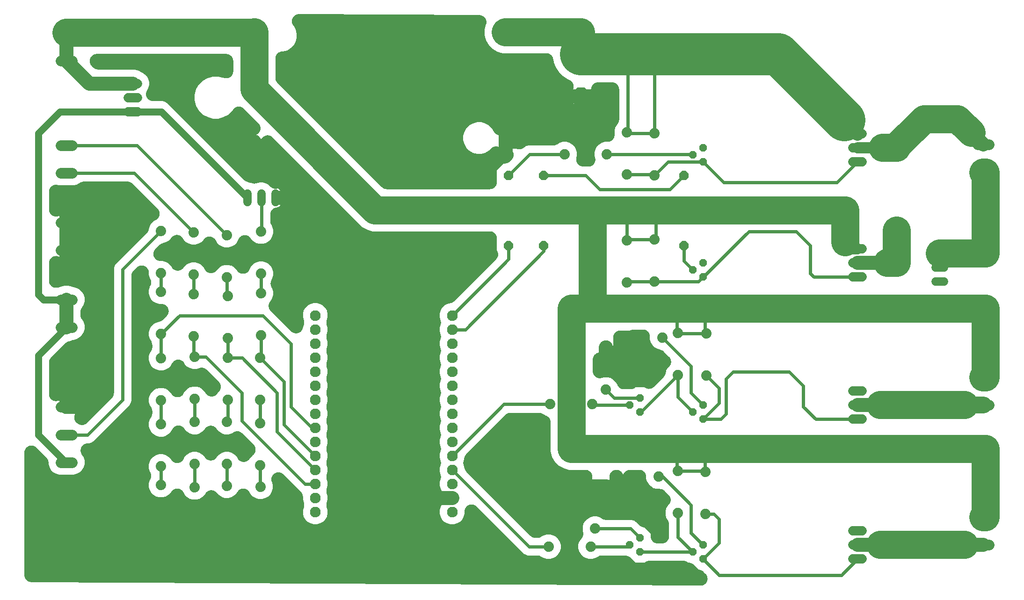
<source format=gbr>
G04 EAGLE Gerber RS-274X export*
G75*
%MOMM*%
%FSLAX34Y34*%
%LPD*%
%INBottom Copper*%
%IPPOS*%
%AMOC8*
5,1,8,0,0,1.08239X$1,22.5*%
G01*
%ADD10C,1.524000*%
%ADD11C,2.247900*%
%ADD12R,1.778000X1.778000*%
%ADD13C,1.676400*%
%ADD14C,1.879600*%
%ADD15P,1.429621X8X112.500000*%
%ADD16C,1.930400*%
%ADD17C,1.981200*%
%ADD18P,3.409096X8X292.500000*%
%ADD19C,3.149600*%
%ADD20P,1.814519X8X112.500000*%
%ADD21P,1.814519X8X292.500000*%
%ADD22C,3.048000*%
%ADD23C,2.540000*%
%ADD24C,5.080000*%
%ADD25C,2.032000*%
%ADD26C,1.270000*%
%ADD27C,0.609600*%
%ADD28C,7.620000*%
%ADD29C,6.350000*%

G36*
X1236503Y5988D02*
X1236503Y5988D01*
X1236591Y5985D01*
X1237006Y6005D01*
X1237423Y6019D01*
X1237510Y6029D01*
X1237597Y6034D01*
X1238009Y6086D01*
X1238424Y6134D01*
X1238510Y6151D01*
X1238597Y6162D01*
X1239003Y6247D01*
X1239413Y6327D01*
X1239498Y6351D01*
X1239583Y6369D01*
X1239982Y6486D01*
X1240384Y6598D01*
X1240466Y6628D01*
X1240550Y6653D01*
X1240940Y6802D01*
X1241330Y6945D01*
X1241409Y6982D01*
X1241491Y7013D01*
X1241868Y7193D01*
X1242245Y7366D01*
X1242321Y7409D01*
X1242401Y7447D01*
X1242761Y7655D01*
X1243124Y7859D01*
X1243197Y7908D01*
X1243273Y7951D01*
X1243616Y8188D01*
X1243962Y8419D01*
X1244030Y8474D01*
X1244103Y8523D01*
X1244425Y8786D01*
X1244752Y9045D01*
X1244816Y9104D01*
X1244884Y9160D01*
X1245185Y9447D01*
X1245490Y9731D01*
X1245550Y9795D01*
X1245613Y9856D01*
X1245891Y10166D01*
X1246172Y10473D01*
X1246226Y10542D01*
X1246284Y10607D01*
X1246537Y10939D01*
X1246793Y11267D01*
X1246841Y11340D01*
X1246894Y11410D01*
X1247119Y11760D01*
X1247348Y12108D01*
X1247391Y12184D01*
X1247438Y12258D01*
X1247634Y12625D01*
X1247836Y12990D01*
X1247872Y13070D01*
X1247913Y13147D01*
X1248079Y13527D01*
X1248251Y13908D01*
X1248281Y13990D01*
X1248316Y14070D01*
X1248451Y14463D01*
X1248593Y14856D01*
X1248616Y14940D01*
X1248645Y15023D01*
X1248749Y15426D01*
X1248858Y15828D01*
X1248875Y15914D01*
X1248897Y15999D01*
X1248969Y16409D01*
X1249046Y16818D01*
X1249055Y16905D01*
X1249070Y16991D01*
X1249110Y17406D01*
X1249154Y17820D01*
X1249157Y17907D01*
X1249165Y17995D01*
X1249171Y18411D01*
X1249183Y18827D01*
X1249178Y18915D01*
X1249180Y19002D01*
X1249153Y19418D01*
X1249132Y19834D01*
X1249120Y19920D01*
X1249115Y20008D01*
X1249055Y20421D01*
X1249001Y20833D01*
X1248982Y20919D01*
X1248970Y21005D01*
X1248878Y21411D01*
X1248791Y21818D01*
X1248766Y21902D01*
X1248746Y21988D01*
X1248622Y22386D01*
X1248504Y22784D01*
X1248472Y22866D01*
X1248446Y22950D01*
X1248291Y23336D01*
X1248141Y23724D01*
X1248103Y23804D01*
X1248070Y23885D01*
X1247885Y24257D01*
X1247704Y24633D01*
X1247660Y24708D01*
X1247621Y24787D01*
X1247406Y25145D01*
X1247197Y25504D01*
X1247147Y25575D01*
X1247102Y25651D01*
X1246860Y25990D01*
X1246623Y26332D01*
X1246567Y26400D01*
X1246516Y26471D01*
X1246249Y26789D01*
X1245984Y27111D01*
X1245924Y27175D01*
X1245867Y27242D01*
X1245464Y27664D01*
X1241952Y31176D01*
X1241835Y31284D01*
X1241724Y31398D01*
X1241465Y31626D01*
X1241212Y31859D01*
X1241087Y31958D01*
X1240967Y32063D01*
X1240690Y32270D01*
X1240420Y32482D01*
X1240287Y32570D01*
X1240160Y32666D01*
X1239868Y32849D01*
X1239581Y33041D01*
X1239441Y33118D01*
X1239307Y33203D01*
X1239002Y33363D01*
X1238700Y33530D01*
X1238555Y33596D01*
X1238414Y33670D01*
X1238097Y33806D01*
X1237783Y33949D01*
X1237634Y34003D01*
X1237487Y34066D01*
X1237160Y34175D01*
X1236836Y34293D01*
X1236683Y34336D01*
X1236532Y34386D01*
X1236197Y34470D01*
X1235865Y34562D01*
X1235709Y34592D01*
X1235554Y34630D01*
X1235214Y34687D01*
X1234875Y34752D01*
X1234717Y34770D01*
X1234560Y34796D01*
X1234217Y34825D01*
X1233874Y34863D01*
X1233714Y34868D01*
X1233556Y34882D01*
X1233209Y34890D01*
X1224223Y43876D01*
X1224106Y43984D01*
X1223995Y44098D01*
X1223736Y44326D01*
X1223483Y44559D01*
X1223358Y44658D01*
X1223238Y44763D01*
X1222961Y44970D01*
X1222691Y45182D01*
X1222558Y45270D01*
X1222431Y45366D01*
X1222139Y45549D01*
X1221852Y45741D01*
X1221712Y45818D01*
X1221578Y45903D01*
X1221273Y46063D01*
X1220971Y46230D01*
X1220826Y46296D01*
X1220685Y46370D01*
X1220368Y46506D01*
X1220054Y46649D01*
X1219905Y46703D01*
X1219758Y46766D01*
X1219431Y46875D01*
X1219107Y46993D01*
X1218954Y47036D01*
X1218803Y47086D01*
X1218468Y47170D01*
X1218136Y47262D01*
X1217980Y47292D01*
X1217825Y47330D01*
X1217485Y47387D01*
X1217146Y47452D01*
X1216988Y47470D01*
X1216831Y47496D01*
X1216488Y47525D01*
X1216145Y47563D01*
X1215985Y47568D01*
X1215827Y47582D01*
X1215244Y47595D01*
X1214146Y47595D01*
X1214089Y47654D01*
X1213830Y47882D01*
X1213577Y48115D01*
X1213452Y48214D01*
X1213332Y48319D01*
X1213055Y48526D01*
X1212785Y48738D01*
X1212652Y48826D01*
X1212525Y48922D01*
X1212233Y49105D01*
X1211946Y49297D01*
X1211806Y49374D01*
X1211672Y49459D01*
X1211367Y49619D01*
X1211065Y49786D01*
X1210920Y49852D01*
X1210779Y49926D01*
X1210462Y50062D01*
X1210148Y50205D01*
X1209999Y50259D01*
X1209852Y50322D01*
X1209525Y50431D01*
X1209201Y50549D01*
X1209048Y50592D01*
X1208897Y50642D01*
X1208562Y50726D01*
X1208230Y50818D01*
X1208074Y50848D01*
X1207919Y50886D01*
X1207579Y50943D01*
X1207240Y51008D01*
X1207082Y51026D01*
X1206925Y51052D01*
X1206582Y51081D01*
X1206239Y51119D01*
X1206079Y51124D01*
X1205921Y51138D01*
X1205338Y51151D01*
X1143712Y51151D01*
X1143553Y51145D01*
X1143394Y51147D01*
X1143051Y51125D01*
X1142706Y51111D01*
X1142547Y51092D01*
X1142389Y51082D01*
X1142047Y51033D01*
X1141705Y50992D01*
X1141549Y50960D01*
X1141391Y50937D01*
X1141055Y50861D01*
X1140717Y50793D01*
X1140564Y50749D01*
X1140409Y50714D01*
X1140080Y50611D01*
X1139748Y50517D01*
X1139599Y50461D01*
X1139447Y50413D01*
X1139127Y50285D01*
X1138804Y50164D01*
X1138659Y50097D01*
X1138512Y50037D01*
X1138203Y49884D01*
X1137890Y49738D01*
X1137752Y49660D01*
X1137609Y49589D01*
X1137313Y49411D01*
X1137014Y49241D01*
X1136882Y49152D01*
X1136746Y49070D01*
X1136465Y48869D01*
X1136180Y48676D01*
X1136055Y48576D01*
X1135926Y48484D01*
X1135662Y48262D01*
X1135393Y48046D01*
X1135276Y47937D01*
X1135155Y47835D01*
X1134904Y47595D01*
X1118904Y47595D01*
X1109923Y56576D01*
X1109806Y56684D01*
X1109695Y56798D01*
X1109436Y57026D01*
X1109183Y57259D01*
X1109058Y57358D01*
X1108938Y57463D01*
X1108661Y57670D01*
X1108391Y57882D01*
X1108258Y57970D01*
X1108131Y58066D01*
X1107839Y58249D01*
X1107552Y58441D01*
X1107412Y58518D01*
X1107278Y58603D01*
X1106973Y58763D01*
X1106671Y58930D01*
X1106526Y58996D01*
X1106385Y59070D01*
X1106068Y59206D01*
X1105754Y59349D01*
X1105605Y59403D01*
X1105458Y59466D01*
X1105131Y59575D01*
X1104807Y59693D01*
X1104654Y59736D01*
X1104503Y59786D01*
X1104168Y59870D01*
X1103836Y59962D01*
X1103680Y59992D01*
X1103525Y60030D01*
X1103185Y60087D01*
X1102846Y60152D01*
X1102688Y60170D01*
X1102531Y60196D01*
X1102188Y60225D01*
X1101845Y60263D01*
X1101685Y60268D01*
X1101527Y60282D01*
X1100944Y60295D01*
X1097950Y60295D01*
X1097801Y60349D01*
X1097648Y60392D01*
X1097497Y60442D01*
X1097162Y60526D01*
X1096830Y60618D01*
X1096674Y60648D01*
X1096519Y60686D01*
X1096179Y60743D01*
X1095840Y60808D01*
X1095682Y60826D01*
X1095525Y60852D01*
X1095182Y60881D01*
X1094839Y60919D01*
X1094679Y60924D01*
X1094521Y60938D01*
X1093938Y60951D01*
X1057823Y60951D01*
X1057814Y60951D01*
X1057805Y60951D01*
X1057307Y60931D01*
X1056816Y60911D01*
X1056807Y60910D01*
X1056798Y60910D01*
X1056306Y60850D01*
X1055815Y60792D01*
X1055807Y60790D01*
X1055798Y60789D01*
X1055315Y60691D01*
X1054827Y60593D01*
X1054819Y60590D01*
X1054810Y60589D01*
X1054342Y60455D01*
X1053858Y60317D01*
X1053850Y60313D01*
X1053841Y60311D01*
X1053387Y60141D01*
X1052914Y59964D01*
X1052906Y59960D01*
X1052898Y59957D01*
X1052446Y59746D01*
X1052001Y59538D01*
X1051993Y59534D01*
X1051985Y59530D01*
X1051473Y59250D01*
X1046030Y56107D01*
X1040409Y54601D01*
X1034591Y54601D01*
X1028970Y56107D01*
X1023931Y59017D01*
X1019817Y63131D01*
X1016907Y68170D01*
X1015401Y73791D01*
X1015401Y79609D01*
X1016907Y85230D01*
X1019817Y90269D01*
X1020630Y91082D01*
X1020839Y91309D01*
X1021056Y91530D01*
X1021181Y91679D01*
X1021313Y91822D01*
X1021504Y92065D01*
X1021703Y92303D01*
X1021816Y92461D01*
X1021936Y92614D01*
X1022108Y92872D01*
X1022287Y93124D01*
X1022386Y93291D01*
X1022494Y93453D01*
X1022645Y93724D01*
X1022803Y93990D01*
X1022889Y94164D01*
X1022984Y94334D01*
X1023113Y94616D01*
X1023250Y94893D01*
X1023322Y95073D01*
X1023403Y95251D01*
X1023509Y95542D01*
X1023623Y95829D01*
X1023681Y96015D01*
X1023747Y96198D01*
X1023829Y96496D01*
X1023921Y96792D01*
X1023964Y96982D01*
X1024015Y97169D01*
X1024074Y97473D01*
X1024142Y97775D01*
X1024169Y97968D01*
X1024206Y98159D01*
X1024240Y98466D01*
X1024284Y98773D01*
X1024296Y98967D01*
X1024317Y99160D01*
X1024327Y99470D01*
X1024346Y99779D01*
X1024343Y99973D01*
X1024349Y100168D01*
X1024334Y100477D01*
X1024328Y100786D01*
X1024310Y100980D01*
X1024300Y101174D01*
X1024261Y101481D01*
X1024231Y101789D01*
X1024197Y101981D01*
X1024172Y102174D01*
X1024109Y102476D01*
X1024054Y102781D01*
X1023984Y103069D01*
X1023965Y103160D01*
X1023948Y103220D01*
X1023916Y103349D01*
X1023101Y106391D01*
X1023101Y112209D01*
X1024607Y117830D01*
X1027517Y122869D01*
X1031631Y126983D01*
X1036670Y129893D01*
X1042291Y131399D01*
X1048109Y131399D01*
X1053730Y129893D01*
X1059173Y126750D01*
X1059181Y126746D01*
X1059188Y126741D01*
X1059617Y126517D01*
X1060065Y126281D01*
X1060073Y126278D01*
X1060081Y126274D01*
X1060532Y126081D01*
X1060991Y125885D01*
X1061000Y125882D01*
X1061008Y125878D01*
X1061478Y125720D01*
X1061946Y125563D01*
X1061955Y125561D01*
X1061963Y125558D01*
X1062453Y125436D01*
X1062924Y125317D01*
X1062932Y125316D01*
X1062941Y125314D01*
X1063430Y125233D01*
X1063918Y125151D01*
X1063927Y125150D01*
X1063935Y125148D01*
X1064419Y125107D01*
X1064922Y125063D01*
X1064931Y125063D01*
X1064939Y125062D01*
X1065523Y125049D01*
X1111973Y125049D01*
X1115979Y123975D01*
X1119570Y121902D01*
X1126148Y115324D01*
X1126265Y115216D01*
X1126376Y115102D01*
X1126635Y114874D01*
X1126888Y114641D01*
X1127013Y114542D01*
X1127133Y114437D01*
X1127410Y114230D01*
X1127680Y114018D01*
X1127813Y113930D01*
X1127940Y113834D01*
X1128232Y113651D01*
X1128519Y113459D01*
X1128659Y113382D01*
X1128793Y113297D01*
X1129098Y113137D01*
X1129400Y112970D01*
X1129545Y112904D01*
X1129686Y112830D01*
X1130003Y112694D01*
X1130317Y112551D01*
X1130466Y112497D01*
X1130613Y112434D01*
X1130940Y112325D01*
X1131264Y112207D01*
X1131417Y112164D01*
X1131568Y112114D01*
X1131903Y112030D01*
X1132235Y111938D01*
X1132391Y111908D01*
X1132546Y111870D01*
X1132886Y111813D01*
X1133225Y111748D01*
X1133383Y111730D01*
X1133540Y111704D01*
X1133883Y111675D01*
X1134226Y111637D01*
X1134386Y111632D01*
X1134544Y111618D01*
X1134891Y111610D01*
X1146205Y100296D01*
X1146205Y95348D01*
X1146209Y95242D01*
X1146207Y95136D01*
X1146229Y94739D01*
X1146245Y94341D01*
X1146257Y94236D01*
X1146263Y94130D01*
X1146317Y93735D01*
X1146364Y93340D01*
X1146385Y93236D01*
X1146400Y93131D01*
X1146485Y92743D01*
X1146563Y92352D01*
X1146592Y92250D01*
X1146615Y92147D01*
X1146730Y91767D01*
X1146839Y91383D01*
X1146877Y91284D01*
X1146907Y91182D01*
X1147053Y90812D01*
X1147192Y90439D01*
X1147237Y90343D01*
X1147275Y90244D01*
X1147450Y89886D01*
X1147618Y89526D01*
X1147670Y89434D01*
X1147717Y89338D01*
X1147919Y88995D01*
X1148115Y88649D01*
X1148175Y88562D01*
X1148228Y88470D01*
X1148457Y88144D01*
X1148680Y87815D01*
X1148747Y87732D01*
X1148807Y87645D01*
X1149061Y87340D01*
X1149310Y87028D01*
X1149383Y86950D01*
X1149450Y86869D01*
X1149727Y86584D01*
X1150000Y86294D01*
X1150078Y86222D01*
X1150152Y86146D01*
X1150451Y85883D01*
X1150746Y85616D01*
X1150829Y85551D01*
X1150909Y85481D01*
X1151229Y85243D01*
X1151543Y85000D01*
X1151632Y84942D01*
X1151717Y84878D01*
X1152054Y84666D01*
X1152387Y84449D01*
X1152480Y84398D01*
X1152570Y84341D01*
X1152922Y84157D01*
X1153271Y83966D01*
X1153368Y83923D01*
X1153462Y83874D01*
X1153829Y83717D01*
X1154192Y83555D01*
X1154291Y83520D01*
X1154389Y83478D01*
X1154767Y83351D01*
X1155141Y83219D01*
X1155244Y83192D01*
X1155345Y83158D01*
X1155732Y83061D01*
X1156115Y82959D01*
X1156219Y82940D01*
X1156322Y82914D01*
X1156716Y82848D01*
X1157106Y82777D01*
X1157212Y82766D01*
X1157316Y82748D01*
X1157713Y82714D01*
X1158109Y82674D01*
X1158215Y82671D01*
X1158321Y82662D01*
X1158904Y82649D01*
X1166752Y82649D01*
X1166858Y82653D01*
X1166964Y82651D01*
X1167361Y82673D01*
X1167759Y82689D01*
X1167864Y82701D01*
X1167970Y82707D01*
X1168365Y82761D01*
X1168760Y82808D01*
X1168864Y82829D01*
X1168969Y82844D01*
X1169357Y82929D01*
X1169748Y83007D01*
X1169850Y83036D01*
X1169953Y83059D01*
X1170333Y83174D01*
X1170717Y83283D01*
X1170816Y83321D01*
X1170918Y83351D01*
X1171288Y83497D01*
X1171661Y83636D01*
X1171757Y83681D01*
X1171856Y83719D01*
X1172214Y83894D01*
X1172574Y84062D01*
X1172666Y84114D01*
X1172762Y84161D01*
X1173105Y84363D01*
X1173451Y84559D01*
X1173538Y84619D01*
X1173630Y84672D01*
X1173956Y84901D01*
X1174285Y85124D01*
X1174368Y85191D01*
X1174455Y85251D01*
X1174760Y85505D01*
X1175072Y85754D01*
X1175149Y85827D01*
X1175231Y85894D01*
X1175516Y86171D01*
X1175806Y86444D01*
X1175878Y86522D01*
X1175954Y86596D01*
X1176217Y86895D01*
X1176484Y87190D01*
X1176549Y87273D01*
X1176619Y87353D01*
X1176857Y87673D01*
X1177100Y87987D01*
X1177158Y88076D01*
X1177222Y88161D01*
X1177434Y88498D01*
X1177651Y88831D01*
X1177702Y88924D01*
X1177759Y89014D01*
X1177943Y89366D01*
X1178134Y89715D01*
X1178177Y89812D01*
X1178226Y89906D01*
X1178383Y90273D01*
X1178545Y90636D01*
X1178580Y90735D01*
X1178622Y90833D01*
X1178749Y91211D01*
X1178881Y91585D01*
X1178908Y91688D01*
X1178942Y91789D01*
X1179039Y92176D01*
X1179141Y92559D01*
X1179160Y92663D01*
X1179186Y92766D01*
X1179252Y93160D01*
X1179323Y93550D01*
X1179334Y93656D01*
X1179352Y93760D01*
X1179386Y94157D01*
X1179426Y94553D01*
X1179429Y94659D01*
X1179438Y94765D01*
X1179451Y95348D01*
X1179451Y117377D01*
X1179451Y117386D01*
X1179451Y117395D01*
X1179431Y117890D01*
X1179411Y118384D01*
X1179410Y118393D01*
X1179410Y118402D01*
X1179350Y118894D01*
X1179292Y119385D01*
X1179290Y119393D01*
X1179289Y119402D01*
X1179192Y119879D01*
X1179093Y120373D01*
X1179090Y120381D01*
X1179089Y120390D01*
X1178957Y120849D01*
X1178817Y121342D01*
X1178813Y121350D01*
X1178811Y121359D01*
X1178642Y121809D01*
X1178464Y122286D01*
X1178460Y122294D01*
X1178457Y122302D01*
X1178250Y122745D01*
X1178038Y123199D01*
X1178034Y123207D01*
X1178030Y123215D01*
X1177750Y123727D01*
X1174607Y129170D01*
X1173101Y134791D01*
X1173101Y140609D01*
X1174607Y146230D01*
X1177517Y151269D01*
X1178808Y152560D01*
X1178880Y152638D01*
X1178957Y152712D01*
X1179222Y153009D01*
X1179492Y153301D01*
X1179557Y153384D01*
X1179628Y153463D01*
X1179869Y153780D01*
X1180115Y154093D01*
X1180174Y154181D01*
X1180238Y154266D01*
X1180452Y154600D01*
X1180673Y154932D01*
X1180724Y155025D01*
X1180782Y155114D01*
X1180969Y155465D01*
X1181163Y155813D01*
X1181207Y155909D01*
X1181257Y156003D01*
X1181416Y156367D01*
X1181581Y156729D01*
X1181617Y156829D01*
X1181660Y156926D01*
X1181790Y157303D01*
X1181926Y157676D01*
X1181954Y157779D01*
X1181988Y157879D01*
X1182088Y158265D01*
X1182194Y158648D01*
X1182214Y158752D01*
X1182240Y158855D01*
X1182309Y159246D01*
X1182384Y159637D01*
X1182396Y159743D01*
X1182414Y159847D01*
X1182452Y160244D01*
X1182496Y160639D01*
X1182499Y160745D01*
X1182509Y160851D01*
X1182515Y161249D01*
X1182527Y161646D01*
X1182522Y161752D01*
X1182524Y161858D01*
X1182498Y162255D01*
X1182479Y162653D01*
X1182465Y162758D01*
X1182458Y162864D01*
X1182401Y163258D01*
X1182351Y163652D01*
X1182329Y163756D01*
X1182314Y163861D01*
X1182226Y164249D01*
X1182144Y164639D01*
X1182114Y164740D01*
X1182090Y164844D01*
X1181972Y165224D01*
X1181859Y165605D01*
X1181821Y165705D01*
X1181790Y165806D01*
X1181642Y166174D01*
X1181499Y166546D01*
X1181453Y166642D01*
X1181414Y166741D01*
X1181237Y167097D01*
X1181065Y167456D01*
X1181012Y167548D01*
X1180965Y167643D01*
X1180760Y167984D01*
X1180561Y168328D01*
X1180501Y168416D01*
X1180446Y168507D01*
X1180215Y168830D01*
X1179989Y169158D01*
X1179922Y169241D01*
X1179860Y169327D01*
X1179604Y169631D01*
X1179353Y169940D01*
X1179280Y170017D01*
X1179211Y170098D01*
X1178808Y170520D01*
X1171846Y177482D01*
X1171729Y177590D01*
X1171618Y177704D01*
X1171359Y177931D01*
X1171106Y178166D01*
X1170981Y178264D01*
X1170861Y178369D01*
X1170584Y178576D01*
X1170314Y178788D01*
X1170181Y178876D01*
X1170054Y178972D01*
X1169762Y179156D01*
X1169475Y179347D01*
X1169336Y179424D01*
X1169201Y179509D01*
X1168895Y179669D01*
X1168594Y179836D01*
X1168449Y179902D01*
X1168308Y179976D01*
X1167990Y180112D01*
X1167677Y180255D01*
X1167528Y180309D01*
X1167381Y180372D01*
X1167054Y180482D01*
X1166730Y180599D01*
X1166577Y180642D01*
X1166426Y180692D01*
X1166091Y180776D01*
X1165759Y180868D01*
X1165603Y180898D01*
X1165448Y180936D01*
X1165108Y180993D01*
X1164769Y181058D01*
X1164611Y181076D01*
X1164454Y181102D01*
X1164111Y181131D01*
X1163768Y181169D01*
X1163608Y181174D01*
X1163450Y181188D01*
X1162866Y181201D01*
X1157391Y181201D01*
X1151770Y182707D01*
X1146731Y185617D01*
X1142617Y189731D01*
X1139707Y194770D01*
X1138201Y200391D01*
X1138201Y203200D01*
X1138197Y203306D01*
X1138199Y203412D01*
X1138177Y203809D01*
X1138161Y204207D01*
X1138149Y204312D01*
X1138143Y204418D01*
X1138089Y204813D01*
X1138042Y205208D01*
X1138021Y205312D01*
X1138006Y205417D01*
X1137921Y205805D01*
X1137843Y206196D01*
X1137814Y206298D01*
X1137791Y206401D01*
X1137676Y206781D01*
X1137567Y207165D01*
X1137529Y207264D01*
X1137499Y207366D01*
X1137353Y207736D01*
X1137214Y208109D01*
X1137169Y208205D01*
X1137131Y208304D01*
X1136956Y208662D01*
X1136788Y209022D01*
X1136736Y209114D01*
X1136689Y209210D01*
X1136487Y209553D01*
X1136291Y209899D01*
X1136231Y209986D01*
X1136178Y210078D01*
X1135949Y210404D01*
X1135726Y210733D01*
X1135659Y210816D01*
X1135599Y210903D01*
X1135345Y211208D01*
X1135096Y211520D01*
X1135023Y211598D01*
X1134956Y211679D01*
X1134679Y211964D01*
X1134406Y212254D01*
X1134328Y212326D01*
X1134254Y212402D01*
X1133955Y212665D01*
X1133660Y212932D01*
X1133577Y212997D01*
X1133497Y213067D01*
X1133177Y213305D01*
X1132863Y213548D01*
X1132774Y213606D01*
X1132689Y213670D01*
X1132352Y213882D01*
X1132019Y214099D01*
X1131926Y214150D01*
X1131836Y214207D01*
X1131484Y214391D01*
X1131135Y214582D01*
X1131038Y214625D01*
X1130944Y214674D01*
X1130577Y214831D01*
X1130214Y214993D01*
X1130115Y215028D01*
X1130017Y215070D01*
X1129639Y215197D01*
X1129265Y215329D01*
X1129162Y215356D01*
X1129061Y215390D01*
X1128674Y215487D01*
X1128291Y215589D01*
X1128187Y215608D01*
X1128084Y215634D01*
X1127690Y215700D01*
X1127300Y215771D01*
X1127194Y215782D01*
X1127090Y215800D01*
X1126693Y215834D01*
X1126297Y215874D01*
X1126191Y215877D01*
X1126085Y215886D01*
X1125502Y215899D01*
X1108738Y215899D01*
X1108632Y215895D01*
X1108525Y215897D01*
X1108129Y215875D01*
X1107731Y215859D01*
X1107625Y215847D01*
X1107519Y215841D01*
X1107125Y215787D01*
X1106730Y215740D01*
X1106626Y215719D01*
X1106521Y215704D01*
X1106133Y215619D01*
X1105742Y215541D01*
X1105640Y215512D01*
X1105536Y215489D01*
X1105156Y215374D01*
X1104773Y215265D01*
X1104674Y215227D01*
X1104572Y215197D01*
X1104203Y215052D01*
X1103829Y214912D01*
X1103733Y214867D01*
X1103634Y214828D01*
X1103277Y214654D01*
X1102916Y214486D01*
X1102824Y214434D01*
X1102728Y214387D01*
X1102385Y214185D01*
X1102039Y213989D01*
X1101952Y213929D01*
X1101860Y213875D01*
X1101534Y213647D01*
X1101205Y213424D01*
X1101122Y213357D01*
X1101035Y213296D01*
X1100729Y213043D01*
X1100418Y212794D01*
X1100341Y212722D01*
X1100259Y212654D01*
X1099973Y212376D01*
X1099684Y212104D01*
X1099612Y212026D01*
X1099536Y211952D01*
X1099273Y211653D01*
X1099006Y211358D01*
X1098941Y211274D01*
X1098871Y211194D01*
X1098633Y210876D01*
X1098390Y210561D01*
X1098332Y210472D01*
X1098268Y210387D01*
X1098057Y210051D01*
X1097839Y209717D01*
X1097788Y209624D01*
X1097731Y209534D01*
X1097546Y209182D01*
X1097356Y208833D01*
X1097313Y208736D01*
X1097264Y208641D01*
X1097107Y208275D01*
X1096945Y207912D01*
X1096910Y207812D01*
X1096868Y207714D01*
X1096742Y207338D01*
X1096609Y206963D01*
X1096581Y206860D01*
X1096548Y206759D01*
X1096451Y206373D01*
X1096422Y206263D01*
X1096412Y206298D01*
X1096389Y206401D01*
X1096274Y206781D01*
X1096165Y207165D01*
X1096128Y207264D01*
X1096097Y207366D01*
X1095952Y207736D01*
X1095812Y208109D01*
X1095767Y208205D01*
X1095729Y208304D01*
X1095554Y208662D01*
X1095386Y209022D01*
X1095334Y209114D01*
X1095287Y209210D01*
X1095085Y209553D01*
X1094889Y209899D01*
X1094830Y209986D01*
X1094776Y210078D01*
X1094547Y210404D01*
X1094324Y210733D01*
X1094258Y210816D01*
X1094197Y210903D01*
X1093944Y211208D01*
X1093694Y211520D01*
X1093622Y211598D01*
X1093554Y211679D01*
X1093277Y211964D01*
X1093005Y212254D01*
X1092926Y212326D01*
X1092852Y212402D01*
X1092553Y212665D01*
X1092259Y212932D01*
X1092175Y212997D01*
X1092095Y213067D01*
X1091775Y213305D01*
X1091461Y213548D01*
X1091373Y213606D01*
X1091287Y213670D01*
X1090951Y213882D01*
X1090618Y214099D01*
X1090524Y214150D01*
X1090435Y214207D01*
X1090082Y214391D01*
X1089733Y214582D01*
X1089636Y214625D01*
X1089542Y214674D01*
X1089175Y214831D01*
X1088813Y214993D01*
X1088713Y215028D01*
X1088615Y215070D01*
X1088237Y215197D01*
X1087863Y215329D01*
X1087760Y215356D01*
X1087660Y215390D01*
X1087272Y215487D01*
X1086889Y215589D01*
X1086785Y215608D01*
X1086682Y215634D01*
X1086288Y215700D01*
X1085898Y215771D01*
X1085792Y215782D01*
X1085688Y215800D01*
X1085291Y215834D01*
X1084895Y215874D01*
X1084790Y215877D01*
X1084684Y215886D01*
X1084100Y215899D01*
X1083994Y215895D01*
X1083888Y215897D01*
X1083491Y215875D01*
X1083093Y215859D01*
X1082987Y215847D01*
X1082882Y215841D01*
X1082487Y215787D01*
X1082092Y215740D01*
X1081988Y215719D01*
X1081883Y215704D01*
X1081495Y215619D01*
X1081104Y215541D01*
X1081002Y215512D01*
X1080899Y215489D01*
X1080519Y215374D01*
X1080135Y215265D01*
X1080036Y215227D01*
X1079934Y215197D01*
X1079564Y215051D01*
X1079191Y214912D01*
X1079095Y214867D01*
X1078996Y214829D01*
X1078638Y214654D01*
X1078278Y214486D01*
X1078186Y214434D01*
X1078090Y214387D01*
X1077746Y214185D01*
X1077401Y213989D01*
X1077314Y213929D01*
X1077222Y213876D01*
X1076896Y213647D01*
X1076567Y213424D01*
X1076484Y213357D01*
X1076397Y213297D01*
X1076091Y213043D01*
X1075780Y212794D01*
X1075702Y212721D01*
X1075621Y212654D01*
X1075336Y212377D01*
X1075045Y212104D01*
X1074974Y212026D01*
X1074898Y211952D01*
X1074635Y211653D01*
X1074368Y211358D01*
X1074303Y211275D01*
X1074233Y211195D01*
X1073994Y210875D01*
X1073752Y210561D01*
X1073694Y210472D01*
X1073630Y210387D01*
X1073418Y210050D01*
X1073201Y209717D01*
X1073150Y209624D01*
X1073093Y209534D01*
X1072909Y209182D01*
X1072718Y208833D01*
X1072675Y208736D01*
X1072626Y208642D01*
X1072469Y208275D01*
X1072307Y207912D01*
X1072272Y207813D01*
X1072230Y207715D01*
X1072103Y207337D01*
X1071971Y206963D01*
X1071943Y206860D01*
X1071910Y206759D01*
X1071813Y206372D01*
X1071711Y205989D01*
X1071691Y205885D01*
X1071666Y205782D01*
X1071600Y205388D01*
X1071528Y204998D01*
X1071518Y204892D01*
X1071500Y204788D01*
X1071466Y204391D01*
X1071426Y203995D01*
X1071423Y203889D01*
X1071414Y203783D01*
X1071401Y203200D01*
X1071401Y197429D01*
X1071303Y197468D01*
X1070959Y197575D01*
X1070616Y197690D01*
X1070477Y197725D01*
X1070340Y197767D01*
X1069989Y197847D01*
X1069638Y197934D01*
X1069497Y197958D01*
X1069357Y197989D01*
X1069000Y198040D01*
X1068644Y198100D01*
X1068502Y198112D01*
X1068360Y198132D01*
X1068000Y198155D01*
X1067640Y198186D01*
X1067437Y198191D01*
X1067354Y198196D01*
X1067269Y198195D01*
X1067056Y198199D01*
X1039723Y198199D01*
X1039809Y198389D01*
X1039828Y198439D01*
X1039849Y198488D01*
X1039999Y198910D01*
X1040154Y199336D01*
X1040168Y199388D01*
X1040186Y199437D01*
X1040302Y199871D01*
X1040422Y200308D01*
X1040432Y200360D01*
X1040446Y200411D01*
X1040527Y200853D01*
X1040613Y201297D01*
X1040618Y201350D01*
X1040628Y201402D01*
X1040674Y201850D01*
X1040724Y202299D01*
X1040726Y202352D01*
X1040731Y202405D01*
X1040741Y202854D01*
X1040755Y203306D01*
X1040753Y203359D01*
X1040754Y203412D01*
X1040729Y203861D01*
X1040707Y204313D01*
X1040700Y204365D01*
X1040697Y204418D01*
X1040636Y204866D01*
X1040579Y205312D01*
X1040568Y205364D01*
X1040561Y205417D01*
X1040465Y205856D01*
X1040372Y206298D01*
X1040357Y206350D01*
X1040346Y206401D01*
X1040215Y206832D01*
X1040088Y207265D01*
X1040069Y207315D01*
X1040053Y207366D01*
X1039889Y207785D01*
X1039728Y208206D01*
X1039704Y208255D01*
X1039685Y208304D01*
X1039488Y208708D01*
X1039294Y209116D01*
X1039267Y209162D01*
X1039244Y209210D01*
X1039015Y209598D01*
X1038789Y209988D01*
X1038759Y210032D01*
X1038732Y210078D01*
X1038473Y210447D01*
X1038217Y210818D01*
X1038184Y210859D01*
X1038153Y210903D01*
X1037867Y211248D01*
X1037581Y211600D01*
X1037544Y211638D01*
X1037511Y211679D01*
X1037197Y212002D01*
X1036885Y212328D01*
X1036846Y212364D01*
X1036809Y212402D01*
X1036468Y212701D01*
X1036134Y213000D01*
X1036092Y213032D01*
X1036051Y213067D01*
X1035688Y213338D01*
X1035331Y213609D01*
X1035287Y213638D01*
X1035244Y213670D01*
X1034862Y213910D01*
X1034483Y214153D01*
X1034436Y214178D01*
X1034391Y214207D01*
X1033992Y214416D01*
X1033594Y214628D01*
X1033546Y214650D01*
X1033498Y214674D01*
X1033083Y214852D01*
X1032671Y215031D01*
X1032620Y215049D01*
X1032571Y215070D01*
X1032143Y215214D01*
X1031718Y215360D01*
X1031667Y215373D01*
X1031616Y215390D01*
X1031177Y215500D01*
X1030742Y215612D01*
X1030690Y215621D01*
X1030638Y215634D01*
X1030193Y215708D01*
X1029750Y215786D01*
X1029697Y215791D01*
X1029644Y215800D01*
X1029194Y215838D01*
X1028746Y215881D01*
X1028693Y215881D01*
X1028640Y215886D01*
X1028057Y215899D01*
X998284Y215899D01*
X988594Y218496D01*
X979906Y223512D01*
X972812Y230606D01*
X967796Y239294D01*
X965199Y248984D01*
X965199Y301990D01*
X965181Y302450D01*
X965166Y302909D01*
X965161Y302953D01*
X965159Y302997D01*
X965104Y303455D01*
X965053Y303910D01*
X965045Y303953D01*
X965040Y303997D01*
X964949Y304449D01*
X964861Y304899D01*
X964850Y304942D01*
X964841Y304985D01*
X964715Y305429D01*
X964592Y305870D01*
X964577Y305912D01*
X964565Y305955D01*
X964404Y306385D01*
X964246Y306817D01*
X964228Y306857D01*
X964212Y306899D01*
X964019Y307314D01*
X963826Y307733D01*
X963805Y307772D01*
X963786Y307812D01*
X963560Y308210D01*
X963335Y308613D01*
X963311Y308650D01*
X963289Y308688D01*
X963031Y309069D01*
X962776Y309451D01*
X962749Y309486D01*
X962724Y309523D01*
X962436Y309882D01*
X962152Y310243D01*
X962122Y310275D01*
X962094Y310310D01*
X961780Y310645D01*
X961467Y310982D01*
X961435Y311012D01*
X961404Y311044D01*
X961064Y311353D01*
X960726Y311665D01*
X960691Y311692D01*
X960658Y311722D01*
X960295Y312003D01*
X959933Y312287D01*
X959896Y312311D01*
X959861Y312338D01*
X959475Y312590D01*
X959093Y312844D01*
X959055Y312865D01*
X959017Y312889D01*
X958612Y313110D01*
X958212Y313332D01*
X958171Y313350D01*
X958133Y313372D01*
X957714Y313559D01*
X957294Y313749D01*
X957253Y313764D01*
X957212Y313782D01*
X956780Y313936D01*
X956347Y314092D01*
X956292Y314109D01*
X956263Y314119D01*
X956192Y314138D01*
X955986Y314198D01*
X950527Y317350D01*
X950519Y317354D01*
X950512Y317359D01*
X950083Y317583D01*
X949635Y317819D01*
X949627Y317822D01*
X949619Y317826D01*
X949168Y318019D01*
X948709Y318215D01*
X948700Y318218D01*
X948692Y318222D01*
X948222Y318380D01*
X947754Y318537D01*
X947745Y318539D01*
X947737Y318542D01*
X947247Y318664D01*
X946776Y318783D01*
X946768Y318784D01*
X946759Y318786D01*
X946270Y318867D01*
X945782Y318949D01*
X945773Y318950D01*
X945765Y318952D01*
X945281Y318993D01*
X944778Y319037D01*
X944769Y319037D01*
X944761Y319038D01*
X944177Y319051D01*
X892284Y319051D01*
X892124Y319045D01*
X891965Y319047D01*
X891622Y319025D01*
X891277Y319011D01*
X891118Y318992D01*
X890960Y318982D01*
X890619Y318933D01*
X890276Y318892D01*
X890120Y318860D01*
X889962Y318837D01*
X889627Y318761D01*
X889288Y318693D01*
X889135Y318649D01*
X888980Y318614D01*
X888651Y318511D01*
X888319Y318417D01*
X888170Y318361D01*
X888018Y318313D01*
X887698Y318185D01*
X887375Y318064D01*
X887230Y317997D01*
X887083Y317938D01*
X886774Y317784D01*
X886462Y317638D01*
X886323Y317560D01*
X886181Y317489D01*
X885885Y317311D01*
X885585Y317141D01*
X885453Y317052D01*
X885317Y316970D01*
X885036Y316769D01*
X884751Y316576D01*
X884626Y316476D01*
X884497Y316384D01*
X884233Y316162D01*
X883964Y315946D01*
X883848Y315837D01*
X883726Y315735D01*
X883304Y315332D01*
X812766Y244793D01*
X812760Y244787D01*
X812753Y244781D01*
X812416Y244415D01*
X812082Y244053D01*
X812076Y244046D01*
X812070Y244040D01*
X811767Y243653D01*
X811459Y243261D01*
X811454Y243254D01*
X811449Y243247D01*
X811173Y242831D01*
X810901Y242422D01*
X810897Y242414D01*
X810892Y242407D01*
X810642Y241957D01*
X810411Y241541D01*
X810407Y241533D01*
X810403Y241525D01*
X810202Y241083D01*
X809992Y240624D01*
X809989Y240616D01*
X809986Y240608D01*
X809816Y240140D01*
X809648Y239677D01*
X809646Y239669D01*
X809643Y239661D01*
X809479Y239101D01*
X807519Y231787D01*
X807517Y231778D01*
X807514Y231770D01*
X807404Y231275D01*
X807297Y230804D01*
X807296Y230795D01*
X807294Y230787D01*
X807222Y230282D01*
X807154Y229806D01*
X807153Y229798D01*
X807152Y229789D01*
X807121Y229285D01*
X807090Y228801D01*
X807090Y228792D01*
X807089Y228783D01*
X807098Y228291D01*
X807106Y227793D01*
X807107Y227784D01*
X807107Y227775D01*
X807154Y227288D01*
X807202Y226790D01*
X807204Y226781D01*
X807204Y226772D01*
X807291Y226288D01*
X807377Y225797D01*
X807379Y225789D01*
X807381Y225780D01*
X807519Y225213D01*
X809479Y217899D01*
X809481Y217891D01*
X809483Y217882D01*
X809633Y217403D01*
X809778Y216937D01*
X809781Y216929D01*
X809784Y216921D01*
X809969Y216460D01*
X810153Y216002D01*
X810156Y215994D01*
X810160Y215986D01*
X810378Y215546D01*
X810600Y215099D01*
X810605Y215091D01*
X810609Y215083D01*
X810864Y214659D01*
X811118Y214234D01*
X811123Y214227D01*
X811128Y214219D01*
X811417Y213815D01*
X811703Y213413D01*
X811708Y213407D01*
X811713Y213400D01*
X812031Y213022D01*
X812351Y212642D01*
X812357Y212635D01*
X812362Y212629D01*
X812766Y212207D01*
X928804Y96168D01*
X928921Y96060D01*
X929032Y95946D01*
X929291Y95718D01*
X929544Y95485D01*
X929669Y95386D01*
X929789Y95281D01*
X930066Y95074D01*
X930336Y94862D01*
X930469Y94774D01*
X930596Y94678D01*
X930888Y94495D01*
X931175Y94303D01*
X931315Y94226D01*
X931449Y94141D01*
X931754Y93981D01*
X932056Y93814D01*
X932201Y93748D01*
X932342Y93674D01*
X932659Y93538D01*
X932973Y93395D01*
X933122Y93341D01*
X933269Y93278D01*
X933596Y93169D01*
X933920Y93051D01*
X934073Y93008D01*
X934224Y92958D01*
X934559Y92874D01*
X934891Y92782D01*
X935047Y92752D01*
X935202Y92714D01*
X935542Y92657D01*
X935881Y92592D01*
X936039Y92574D01*
X936196Y92548D01*
X936539Y92519D01*
X936882Y92481D01*
X937042Y92476D01*
X937200Y92462D01*
X937784Y92449D01*
X940977Y92449D01*
X940986Y92449D01*
X940995Y92449D01*
X941493Y92469D01*
X941984Y92489D01*
X941993Y92490D01*
X942002Y92490D01*
X942494Y92550D01*
X942985Y92608D01*
X942993Y92610D01*
X943002Y92611D01*
X943485Y92709D01*
X943973Y92807D01*
X943981Y92810D01*
X943990Y92811D01*
X944458Y92945D01*
X944942Y93083D01*
X944950Y93087D01*
X944959Y93089D01*
X945413Y93259D01*
X945886Y93436D01*
X945894Y93440D01*
X945902Y93443D01*
X946349Y93652D01*
X946799Y93862D01*
X946807Y93866D01*
X946815Y93870D01*
X947327Y94150D01*
X952770Y97293D01*
X958391Y98799D01*
X964209Y98799D01*
X969830Y97293D01*
X974869Y94383D01*
X978983Y90269D01*
X981893Y85230D01*
X983399Y79609D01*
X983399Y73791D01*
X981893Y68170D01*
X978983Y63131D01*
X974869Y59017D01*
X969830Y56107D01*
X964209Y54601D01*
X958391Y54601D01*
X952770Y56107D01*
X947327Y59250D01*
X947319Y59254D01*
X947312Y59259D01*
X946883Y59483D01*
X946435Y59719D01*
X946427Y59722D01*
X946419Y59726D01*
X945968Y59919D01*
X945509Y60115D01*
X945500Y60118D01*
X945492Y60122D01*
X945023Y60279D01*
X944554Y60437D01*
X944545Y60439D01*
X944537Y60442D01*
X944047Y60564D01*
X943576Y60683D01*
X943568Y60684D01*
X943559Y60686D01*
X943070Y60767D01*
X942582Y60849D01*
X942573Y60850D01*
X942565Y60852D01*
X942081Y60893D01*
X941578Y60937D01*
X941569Y60937D01*
X941561Y60938D01*
X940977Y60951D01*
X923927Y60951D01*
X919921Y62025D01*
X916330Y64098D01*
X912216Y68212D01*
X830932Y149496D01*
X830893Y149532D01*
X830856Y149571D01*
X830522Y149875D01*
X830191Y150180D01*
X830150Y150213D01*
X830110Y150248D01*
X829753Y150525D01*
X829399Y150803D01*
X829355Y150832D01*
X829313Y150865D01*
X828935Y151112D01*
X828560Y151361D01*
X828514Y151387D01*
X828469Y151416D01*
X828073Y151632D01*
X827679Y151851D01*
X827631Y151873D01*
X827585Y151898D01*
X827175Y152081D01*
X826763Y152269D01*
X826713Y152288D01*
X826664Y152309D01*
X826241Y152459D01*
X825816Y152614D01*
X825764Y152628D01*
X825715Y152646D01*
X825280Y152762D01*
X824844Y152882D01*
X824792Y152892D01*
X824741Y152906D01*
X824299Y152987D01*
X823855Y153072D01*
X823802Y153078D01*
X823750Y153088D01*
X823304Y153134D01*
X822853Y153184D01*
X822800Y153185D01*
X822747Y153191D01*
X822299Y153201D01*
X821846Y153215D01*
X821793Y153213D01*
X821740Y153214D01*
X821290Y153189D01*
X820839Y153167D01*
X820787Y153160D01*
X820734Y153157D01*
X820285Y153096D01*
X819840Y153039D01*
X819788Y153028D01*
X819735Y153021D01*
X819294Y152924D01*
X818853Y152832D01*
X818803Y152817D01*
X818751Y152806D01*
X818320Y152675D01*
X817887Y152548D01*
X817837Y152529D01*
X817786Y152513D01*
X817368Y152349D01*
X816946Y152187D01*
X816897Y152164D01*
X816848Y152145D01*
X816444Y151948D01*
X816036Y151754D01*
X815990Y151727D01*
X815942Y151704D01*
X815554Y151475D01*
X815164Y151249D01*
X815120Y151219D01*
X815074Y151192D01*
X814707Y150934D01*
X814334Y150677D01*
X814293Y150643D01*
X814249Y150613D01*
X813903Y150327D01*
X813552Y150041D01*
X813514Y150004D01*
X813473Y149970D01*
X813150Y149656D01*
X812824Y149345D01*
X812788Y149305D01*
X812750Y149268D01*
X812450Y148927D01*
X812152Y148593D01*
X812120Y148551D01*
X812085Y148511D01*
X811813Y148147D01*
X811543Y147791D01*
X811514Y147746D01*
X811482Y147704D01*
X811242Y147322D01*
X810999Y146943D01*
X810974Y146896D01*
X810945Y146851D01*
X810736Y146451D01*
X810524Y146054D01*
X810502Y146005D01*
X810478Y145958D01*
X810301Y145543D01*
X810120Y145130D01*
X810103Y145080D01*
X810082Y145031D01*
X809938Y144602D01*
X809792Y144178D01*
X809779Y144127D01*
X809762Y144076D01*
X809652Y143636D01*
X809540Y143202D01*
X809531Y143150D01*
X809518Y143098D01*
X809444Y142654D01*
X809366Y142209D01*
X809361Y142156D01*
X809352Y142104D01*
X809314Y141656D01*
X809271Y141206D01*
X809271Y141153D01*
X809266Y141100D01*
X809253Y140517D01*
X809253Y136657D01*
X807729Y130972D01*
X804787Y125875D01*
X800625Y121713D01*
X795528Y118771D01*
X789843Y117247D01*
X783957Y117247D01*
X778272Y118771D01*
X773175Y121713D01*
X769013Y125875D01*
X766071Y130972D01*
X764547Y136657D01*
X764547Y142543D01*
X766071Y148228D01*
X769013Y153325D01*
X770988Y155299D01*
X771096Y155416D01*
X771210Y155527D01*
X771301Y155631D01*
X771709Y156020D01*
X771745Y156059D01*
X771783Y156095D01*
X771819Y156135D01*
X771857Y156172D01*
X772122Y156468D01*
X772392Y156761D01*
X772425Y156802D01*
X772461Y156841D01*
X772493Y156883D01*
X772529Y156923D01*
X772770Y157240D01*
X773015Y157553D01*
X773045Y157597D01*
X773077Y157639D01*
X773106Y157683D01*
X773138Y157726D01*
X773353Y158060D01*
X773574Y158392D01*
X773600Y158439D01*
X773628Y158482D01*
X773653Y158529D01*
X773682Y158574D01*
X773870Y158924D01*
X774063Y159272D01*
X774086Y159322D01*
X774111Y159367D01*
X774132Y159415D01*
X774157Y159463D01*
X774316Y159826D01*
X774482Y160189D01*
X774500Y160240D01*
X774521Y160287D01*
X774539Y160336D01*
X774561Y160386D01*
X774690Y160761D01*
X774826Y161136D01*
X774841Y161189D01*
X774858Y161237D01*
X774871Y161287D01*
X774889Y161339D01*
X774988Y161724D01*
X775095Y162108D01*
X775105Y162161D01*
X775118Y162211D01*
X775127Y162261D01*
X775141Y162315D01*
X775210Y162706D01*
X775285Y163097D01*
X775291Y163152D01*
X775300Y163202D01*
X775305Y163253D01*
X775315Y163307D01*
X775352Y163703D01*
X775396Y164099D01*
X775398Y164154D01*
X775403Y164205D01*
X775404Y164255D01*
X775410Y164311D01*
X775415Y164708D01*
X775428Y165106D01*
X775425Y165161D01*
X775426Y165180D01*
X775426Y165212D01*
X775423Y165263D01*
X775424Y165318D01*
X775399Y165715D01*
X775379Y166113D01*
X775372Y166167D01*
X775370Y166218D01*
X775363Y166269D01*
X775359Y166324D01*
X775302Y166718D01*
X775251Y167112D01*
X775240Y167166D01*
X775233Y167217D01*
X775222Y167267D01*
X775214Y167321D01*
X775126Y167709D01*
X775044Y168098D01*
X775029Y168151D01*
X775018Y168201D01*
X775003Y168250D01*
X774991Y168304D01*
X774873Y168683D01*
X774760Y169065D01*
X774741Y169116D01*
X774725Y169166D01*
X774707Y169214D01*
X774690Y169266D01*
X774542Y169634D01*
X774400Y170006D01*
X774376Y170056D01*
X774357Y170104D01*
X774335Y170150D01*
X774315Y170201D01*
X774138Y170556D01*
X773966Y170916D01*
X773939Y170963D01*
X773916Y171010D01*
X773890Y171055D01*
X773866Y171103D01*
X773661Y171444D01*
X773462Y171788D01*
X773431Y171833D01*
X773404Y171878D01*
X773374Y171921D01*
X773347Y171967D01*
X773115Y172291D01*
X772890Y172618D01*
X772856Y172660D01*
X772825Y172703D01*
X772792Y172743D01*
X772761Y172787D01*
X772505Y173091D01*
X772253Y173400D01*
X772217Y173438D01*
X772183Y173479D01*
X772146Y173517D01*
X772112Y173558D01*
X771709Y173980D01*
X771631Y174052D01*
X771557Y174128D01*
X771518Y174164D01*
X771481Y174202D01*
X771377Y174293D01*
X770988Y174701D01*
X769013Y176675D01*
X766071Y181772D01*
X764547Y187457D01*
X764547Y193343D01*
X766281Y199813D01*
X766283Y199822D01*
X766286Y199830D01*
X766393Y200308D01*
X766503Y200796D01*
X766504Y200805D01*
X766506Y200813D01*
X766575Y201297D01*
X766646Y201794D01*
X766647Y201802D01*
X766648Y201811D01*
X766679Y202307D01*
X766710Y202799D01*
X766710Y202808D01*
X766711Y202817D01*
X766702Y203296D01*
X766694Y203807D01*
X766693Y203816D01*
X766693Y203825D01*
X766646Y204310D01*
X766598Y204810D01*
X766596Y204819D01*
X766596Y204828D01*
X766509Y205312D01*
X766423Y205803D01*
X766421Y205811D01*
X766419Y205820D01*
X766281Y206387D01*
X764547Y212857D01*
X764547Y218743D01*
X766281Y225213D01*
X766283Y225222D01*
X766286Y225230D01*
X766395Y225716D01*
X766503Y226196D01*
X766504Y226205D01*
X766506Y226213D01*
X766577Y226709D01*
X766646Y227194D01*
X766647Y227202D01*
X766648Y227211D01*
X766678Y227693D01*
X766710Y228199D01*
X766710Y228208D01*
X766711Y228217D01*
X766702Y228709D01*
X766694Y229207D01*
X766693Y229216D01*
X766693Y229225D01*
X766645Y229715D01*
X766598Y230210D01*
X766596Y230219D01*
X766596Y230228D01*
X766510Y230711D01*
X766423Y231203D01*
X766421Y231211D01*
X766419Y231220D01*
X766281Y231787D01*
X764547Y238257D01*
X764547Y244143D01*
X766281Y250613D01*
X766283Y250622D01*
X766286Y250630D01*
X766394Y251112D01*
X766503Y251596D01*
X766504Y251605D01*
X766506Y251613D01*
X766577Y252115D01*
X766646Y252594D01*
X766647Y252602D01*
X766648Y252611D01*
X766678Y253092D01*
X766710Y253599D01*
X766710Y253608D01*
X766711Y253617D01*
X766702Y254100D01*
X766694Y254607D01*
X766693Y254616D01*
X766693Y254625D01*
X766645Y255115D01*
X766598Y255610D01*
X766596Y255619D01*
X766596Y255628D01*
X766510Y256110D01*
X766423Y256603D01*
X766421Y256611D01*
X766419Y256620D01*
X766281Y257187D01*
X764547Y263657D01*
X764547Y269543D01*
X766281Y276013D01*
X766283Y276022D01*
X766286Y276030D01*
X766395Y276516D01*
X766503Y276996D01*
X766504Y277005D01*
X766506Y277013D01*
X766577Y277515D01*
X766646Y277994D01*
X766647Y278002D01*
X766648Y278011D01*
X766679Y278507D01*
X766710Y278999D01*
X766710Y279008D01*
X766711Y279017D01*
X766702Y279500D01*
X766694Y280007D01*
X766693Y280016D01*
X766693Y280025D01*
X766646Y280510D01*
X766598Y281010D01*
X766596Y281019D01*
X766596Y281028D01*
X766509Y281516D01*
X766423Y282003D01*
X766421Y282011D01*
X766419Y282020D01*
X766281Y282587D01*
X764547Y289057D01*
X764547Y294943D01*
X766281Y301413D01*
X766283Y301422D01*
X766286Y301430D01*
X766395Y301916D01*
X766503Y302396D01*
X766504Y302405D01*
X766506Y302413D01*
X766577Y302909D01*
X766646Y303394D01*
X766647Y303402D01*
X766648Y303411D01*
X766679Y303910D01*
X766710Y304399D01*
X766710Y304408D01*
X766711Y304417D01*
X766702Y304899D01*
X766694Y305407D01*
X766693Y305416D01*
X766693Y305425D01*
X766645Y305915D01*
X766598Y306410D01*
X766596Y306419D01*
X766596Y306428D01*
X766509Y306916D01*
X766423Y307403D01*
X766421Y307411D01*
X766419Y307420D01*
X766281Y307987D01*
X764547Y314457D01*
X764547Y320343D01*
X766281Y326813D01*
X766283Y326822D01*
X766286Y326830D01*
X766395Y327316D01*
X766503Y327796D01*
X766504Y327805D01*
X766506Y327813D01*
X766575Y328296D01*
X766646Y328794D01*
X766647Y328802D01*
X766648Y328811D01*
X766679Y329313D01*
X766710Y329799D01*
X766710Y329808D01*
X766711Y329817D01*
X766702Y330309D01*
X766694Y330807D01*
X766693Y330816D01*
X766693Y330825D01*
X766646Y331309D01*
X766598Y331810D01*
X766596Y331819D01*
X766596Y331828D01*
X766509Y332316D01*
X766423Y332803D01*
X766421Y332811D01*
X766419Y332820D01*
X766281Y333387D01*
X764547Y339857D01*
X764547Y345743D01*
X766281Y352213D01*
X766283Y352222D01*
X766286Y352230D01*
X766394Y352714D01*
X766503Y353196D01*
X766504Y353205D01*
X766506Y353213D01*
X766577Y353715D01*
X766646Y354194D01*
X766647Y354202D01*
X766648Y354211D01*
X766679Y354713D01*
X766710Y355199D01*
X766710Y355208D01*
X766711Y355217D01*
X766702Y355706D01*
X766694Y356207D01*
X766693Y356216D01*
X766693Y356225D01*
X766646Y356708D01*
X766598Y357210D01*
X766596Y357219D01*
X766596Y357228D01*
X766509Y357716D01*
X766423Y358203D01*
X766421Y358211D01*
X766419Y358220D01*
X766281Y358787D01*
X764547Y365257D01*
X764547Y371143D01*
X766281Y377613D01*
X766283Y377622D01*
X766286Y377630D01*
X766393Y378111D01*
X766503Y378596D01*
X766504Y378605D01*
X766506Y378613D01*
X766577Y379115D01*
X766646Y379594D01*
X766647Y379602D01*
X766648Y379611D01*
X766679Y380101D01*
X766710Y380599D01*
X766710Y380608D01*
X766711Y380617D01*
X766702Y381096D01*
X766694Y381607D01*
X766693Y381616D01*
X766693Y381625D01*
X766646Y382111D01*
X766598Y382610D01*
X766596Y382619D01*
X766596Y382628D01*
X766509Y383116D01*
X766423Y383603D01*
X766421Y383611D01*
X766419Y383620D01*
X766281Y384187D01*
X764547Y390657D01*
X764547Y396543D01*
X766281Y403013D01*
X766283Y403022D01*
X766286Y403030D01*
X766395Y403516D01*
X766503Y403996D01*
X766504Y404005D01*
X766506Y404013D01*
X766577Y404515D01*
X766646Y404994D01*
X766647Y405002D01*
X766648Y405011D01*
X766679Y405513D01*
X766710Y405999D01*
X766710Y406008D01*
X766711Y406017D01*
X766702Y406509D01*
X766694Y407007D01*
X766693Y407016D01*
X766693Y407025D01*
X766645Y407514D01*
X766598Y408010D01*
X766596Y408019D01*
X766596Y408028D01*
X766511Y408503D01*
X766423Y409003D01*
X766421Y409011D01*
X766419Y409020D01*
X766281Y409587D01*
X764547Y416057D01*
X764547Y421943D01*
X766281Y428413D01*
X766283Y428422D01*
X766286Y428430D01*
X766395Y428916D01*
X766503Y429396D01*
X766504Y429405D01*
X766506Y429413D01*
X766577Y429915D01*
X766646Y430394D01*
X766647Y430402D01*
X766648Y430411D01*
X766678Y430892D01*
X766710Y431399D01*
X766710Y431408D01*
X766711Y431417D01*
X766702Y431909D01*
X766694Y432407D01*
X766693Y432416D01*
X766693Y432425D01*
X766645Y432915D01*
X766598Y433410D01*
X766596Y433419D01*
X766596Y433428D01*
X766510Y433908D01*
X766423Y434403D01*
X766421Y434411D01*
X766419Y434420D01*
X766281Y434987D01*
X764547Y441457D01*
X764547Y447343D01*
X766281Y453813D01*
X766283Y453822D01*
X766286Y453830D01*
X766395Y454316D01*
X766503Y454796D01*
X766504Y454805D01*
X766506Y454813D01*
X766577Y455311D01*
X766646Y455794D01*
X766647Y455802D01*
X766648Y455811D01*
X766679Y456310D01*
X766710Y456799D01*
X766710Y456808D01*
X766711Y456817D01*
X766702Y457309D01*
X766694Y457807D01*
X766693Y457816D01*
X766693Y457825D01*
X766645Y458314D01*
X766598Y458810D01*
X766596Y458819D01*
X766596Y458828D01*
X766509Y459316D01*
X766423Y459803D01*
X766421Y459811D01*
X766419Y459820D01*
X766281Y460387D01*
X764547Y466857D01*
X764547Y472743D01*
X766281Y479213D01*
X766283Y479222D01*
X766286Y479230D01*
X766395Y479716D01*
X766503Y480196D01*
X766504Y480205D01*
X766506Y480213D01*
X766577Y480715D01*
X766646Y481194D01*
X766647Y481202D01*
X766648Y481211D01*
X766678Y481693D01*
X766710Y482199D01*
X766710Y482208D01*
X766711Y482217D01*
X766702Y482709D01*
X766694Y483207D01*
X766693Y483216D01*
X766693Y483225D01*
X766645Y483715D01*
X766598Y484210D01*
X766596Y484219D01*
X766596Y484228D01*
X766509Y484716D01*
X766423Y485203D01*
X766421Y485211D01*
X766419Y485220D01*
X766281Y485787D01*
X764547Y492257D01*
X764547Y498143D01*
X766071Y503828D01*
X769013Y508925D01*
X773175Y513087D01*
X778272Y516029D01*
X784801Y517779D01*
X784809Y517781D01*
X784818Y517783D01*
X785294Y517932D01*
X785763Y518078D01*
X785771Y518081D01*
X785779Y518084D01*
X786236Y518267D01*
X786698Y518453D01*
X786706Y518456D01*
X786714Y518460D01*
X787154Y518678D01*
X787601Y518900D01*
X787609Y518905D01*
X787617Y518909D01*
X788040Y519163D01*
X788466Y519418D01*
X788473Y519423D01*
X788481Y519428D01*
X788890Y519720D01*
X789287Y520003D01*
X789293Y520008D01*
X789300Y520013D01*
X789682Y520335D01*
X790058Y520651D01*
X790065Y520657D01*
X790071Y520662D01*
X790493Y521066D01*
X866477Y597049D01*
X866549Y597127D01*
X866625Y597200D01*
X866890Y597496D01*
X867160Y597789D01*
X867226Y597872D01*
X867297Y597952D01*
X867537Y598268D01*
X867783Y598581D01*
X867842Y598670D01*
X867906Y598754D01*
X868120Y599088D01*
X868341Y599420D01*
X868393Y599513D01*
X868450Y599602D01*
X868638Y599953D01*
X868831Y600301D01*
X868875Y600398D01*
X868925Y600491D01*
X869084Y600855D01*
X869250Y601218D01*
X869286Y601317D01*
X869328Y601415D01*
X869458Y601791D01*
X869594Y602165D01*
X869622Y602267D01*
X869657Y602367D01*
X869756Y602752D01*
X869862Y603136D01*
X869882Y603240D01*
X869909Y603343D01*
X869977Y603734D01*
X870053Y604126D01*
X870064Y604231D01*
X870083Y604336D01*
X870120Y604731D01*
X870164Y605127D01*
X870167Y605233D01*
X870177Y605339D01*
X870183Y605736D01*
X870196Y606134D01*
X870190Y606241D01*
X870192Y606347D01*
X870166Y606744D01*
X870147Y607141D01*
X870134Y607246D01*
X870127Y607352D01*
X870070Y607747D01*
X870019Y608141D01*
X869997Y608244D01*
X869982Y608350D01*
X869894Y608738D01*
X869812Y609127D01*
X869782Y609229D01*
X869759Y609332D01*
X869640Y609712D01*
X869528Y610094D01*
X869490Y610193D01*
X869458Y610294D01*
X869310Y610663D01*
X869168Y611035D01*
X869122Y611131D01*
X869082Y611229D01*
X868905Y611585D01*
X868734Y611944D01*
X868681Y612036D01*
X868633Y612131D01*
X868428Y612473D01*
X868229Y612817D01*
X868169Y612904D01*
X868114Y612995D01*
X867917Y613271D01*
X867917Y635000D01*
X867913Y635106D01*
X867915Y635212D01*
X867893Y635609D01*
X867877Y636007D01*
X867865Y636112D01*
X867859Y636218D01*
X867805Y636613D01*
X867758Y637008D01*
X867737Y637112D01*
X867722Y637217D01*
X867637Y637605D01*
X867559Y637996D01*
X867530Y638098D01*
X867507Y638201D01*
X867392Y638581D01*
X867283Y638965D01*
X867245Y639064D01*
X867215Y639166D01*
X867069Y639536D01*
X866930Y639909D01*
X866885Y640005D01*
X866847Y640104D01*
X866672Y640462D01*
X866504Y640822D01*
X866452Y640914D01*
X866405Y641010D01*
X866203Y641353D01*
X866007Y641699D01*
X865947Y641786D01*
X865894Y641878D01*
X865665Y642204D01*
X865442Y642533D01*
X865375Y642616D01*
X865315Y642703D01*
X865061Y643008D01*
X864812Y643320D01*
X864739Y643398D01*
X864672Y643479D01*
X864395Y643764D01*
X864122Y644054D01*
X864044Y644126D01*
X863970Y644202D01*
X863671Y644465D01*
X863376Y644732D01*
X863293Y644797D01*
X863213Y644867D01*
X862893Y645105D01*
X862579Y645348D01*
X862490Y645406D01*
X862405Y645470D01*
X862068Y645682D01*
X861735Y645899D01*
X861642Y645950D01*
X861552Y646007D01*
X861200Y646191D01*
X860851Y646382D01*
X860754Y646425D01*
X860660Y646474D01*
X860293Y646631D01*
X859930Y646793D01*
X859831Y646828D01*
X859733Y646870D01*
X859355Y646997D01*
X858981Y647129D01*
X858878Y647156D01*
X858777Y647190D01*
X858390Y647287D01*
X858007Y647389D01*
X857903Y647408D01*
X857800Y647434D01*
X857406Y647500D01*
X857016Y647571D01*
X856910Y647582D01*
X856806Y647600D01*
X856409Y647634D01*
X856013Y647674D01*
X855907Y647677D01*
X855801Y647686D01*
X855218Y647699D01*
X642684Y647699D01*
X632994Y650296D01*
X624306Y655312D01*
X461890Y817728D01*
X461851Y817764D01*
X461814Y817802D01*
X461480Y818106D01*
X461149Y818412D01*
X461108Y818444D01*
X461068Y818480D01*
X460711Y818756D01*
X460357Y819034D01*
X460313Y819064D01*
X460271Y819096D01*
X459893Y819343D01*
X459518Y819593D01*
X459472Y819618D01*
X459427Y819647D01*
X459031Y819863D01*
X458637Y820082D01*
X458589Y820104D01*
X458543Y820130D01*
X458131Y820314D01*
X457721Y820501D01*
X457671Y820519D01*
X457622Y820541D01*
X457198Y820691D01*
X456774Y820845D01*
X456723Y820859D01*
X456672Y820877D01*
X456238Y820993D01*
X455802Y821114D01*
X455750Y821124D01*
X455699Y821137D01*
X455258Y821218D01*
X454813Y821304D01*
X454760Y821310D01*
X454708Y821319D01*
X454262Y821365D01*
X453811Y821415D01*
X453758Y821417D01*
X453705Y821422D01*
X453257Y821433D01*
X452804Y821447D01*
X452751Y821444D01*
X452698Y821446D01*
X452247Y821420D01*
X451797Y821398D01*
X451745Y821392D01*
X451692Y821389D01*
X451242Y821327D01*
X450798Y821270D01*
X450746Y821260D01*
X450693Y821252D01*
X450250Y821156D01*
X449811Y821063D01*
X449761Y821049D01*
X449709Y821037D01*
X449277Y820906D01*
X448845Y820779D01*
X448795Y820760D01*
X448744Y820745D01*
X448325Y820580D01*
X447904Y820419D01*
X447856Y820396D01*
X447806Y820377D01*
X447401Y820179D01*
X446994Y819985D01*
X446948Y819959D01*
X446900Y819935D01*
X446513Y819707D01*
X446122Y819481D01*
X446078Y819450D01*
X446032Y819424D01*
X445665Y819166D01*
X445292Y818909D01*
X445250Y818875D01*
X445207Y818845D01*
X444861Y818558D01*
X444510Y818273D01*
X444472Y818236D01*
X444431Y818202D01*
X444107Y817887D01*
X443781Y817577D01*
X443746Y817537D01*
X443708Y817500D01*
X443411Y817161D01*
X443110Y816825D01*
X443078Y816783D01*
X443043Y816743D01*
X442774Y816382D01*
X442501Y816022D01*
X442472Y815978D01*
X442440Y815935D01*
X442200Y815553D01*
X441957Y815174D01*
X441932Y815127D01*
X441903Y815082D01*
X441694Y814683D01*
X441482Y814285D01*
X441460Y814237D01*
X441436Y814190D01*
X441259Y813776D01*
X441078Y813362D01*
X441071Y813341D01*
X441069Y813351D01*
X440954Y813731D01*
X440845Y814114D01*
X440808Y814214D01*
X440777Y814315D01*
X440632Y814685D01*
X440492Y815058D01*
X440447Y815155D01*
X440409Y815253D01*
X440234Y815611D01*
X440066Y815972D01*
X440014Y816064D01*
X439967Y816159D01*
X439765Y816503D01*
X439569Y816848D01*
X439510Y816936D01*
X439456Y817028D01*
X439227Y817353D01*
X439004Y817683D01*
X438938Y817766D01*
X438877Y817852D01*
X438624Y818158D01*
X438374Y818470D01*
X438302Y818547D01*
X438234Y818629D01*
X437957Y818914D01*
X437685Y819204D01*
X437684Y819204D01*
X437684Y819205D01*
X437606Y819276D01*
X437544Y819340D01*
X437532Y819352D01*
X437233Y819615D01*
X436938Y819882D01*
X436854Y819947D01*
X436774Y820017D01*
X436455Y820256D01*
X436141Y820498D01*
X436052Y820556D01*
X435967Y820620D01*
X435630Y820832D01*
X435297Y821049D01*
X435204Y821100D01*
X435114Y821157D01*
X434762Y821341D01*
X434412Y821532D01*
X434316Y821575D01*
X434221Y821624D01*
X433854Y821781D01*
X433492Y821943D01*
X433392Y821978D01*
X433294Y822020D01*
X432916Y822147D01*
X432542Y822279D01*
X432440Y822307D01*
X432339Y822340D01*
X431952Y822437D01*
X431943Y822439D01*
X432287Y822568D01*
X432335Y822590D01*
X432384Y822609D01*
X432792Y822803D01*
X433200Y822994D01*
X433246Y823020D01*
X433294Y823043D01*
X433686Y823270D01*
X434077Y823491D01*
X434121Y823521D01*
X434166Y823547D01*
X434537Y823803D01*
X434911Y824056D01*
X434953Y824089D01*
X434996Y824119D01*
X435344Y824403D01*
X435698Y824686D01*
X435737Y824722D01*
X435778Y824756D01*
X436104Y825067D01*
X436432Y825376D01*
X436468Y825415D01*
X436507Y825452D01*
X436807Y825788D01*
X437110Y826122D01*
X437142Y826164D01*
X437178Y826203D01*
X437450Y826561D01*
X437726Y826919D01*
X437755Y826963D01*
X437787Y827006D01*
X438031Y827385D01*
X438277Y827763D01*
X438303Y827809D01*
X438331Y827854D01*
X438544Y828251D01*
X438760Y828647D01*
X438781Y828696D01*
X438806Y828743D01*
X438987Y829156D01*
X439171Y829568D01*
X439188Y829618D01*
X439210Y829666D01*
X439357Y830094D01*
X439507Y830517D01*
X439521Y830569D01*
X439538Y830619D01*
X439651Y831057D01*
X439767Y831491D01*
X439777Y831543D01*
X439790Y831595D01*
X439868Y832040D01*
X439949Y832482D01*
X439955Y832535D01*
X439964Y832587D01*
X440006Y833038D01*
X440052Y833485D01*
X440054Y833537D01*
X440059Y833591D01*
X440065Y834042D01*
X440075Y834492D01*
X440072Y834545D01*
X440073Y834598D01*
X440044Y835047D01*
X440019Y835498D01*
X440012Y835551D01*
X440008Y835604D01*
X439943Y836049D01*
X439882Y836497D01*
X439871Y836549D01*
X439863Y836601D01*
X439763Y837041D01*
X439667Y837481D01*
X439652Y837532D01*
X439640Y837584D01*
X439505Y838015D01*
X439375Y838446D01*
X439355Y838495D01*
X439339Y838546D01*
X439171Y838965D01*
X439007Y839384D01*
X438983Y839431D01*
X438964Y839481D01*
X438763Y839884D01*
X438565Y840290D01*
X438538Y840336D01*
X438515Y840383D01*
X438283Y840768D01*
X438054Y841158D01*
X438023Y841201D01*
X437996Y841247D01*
X437734Y841613D01*
X437475Y841983D01*
X437441Y842023D01*
X437410Y842067D01*
X437118Y842413D01*
X436832Y842759D01*
X436795Y842797D01*
X436761Y842838D01*
X436358Y843260D01*
X409849Y869769D01*
X409661Y869942D01*
X409479Y870124D01*
X409290Y870284D01*
X409109Y870452D01*
X408907Y870611D01*
X408712Y870777D01*
X408511Y870922D01*
X408316Y871075D01*
X408103Y871217D01*
X407895Y871368D01*
X407684Y871496D01*
X407477Y871633D01*
X407253Y871758D01*
X407034Y871891D01*
X406813Y872003D01*
X406597Y872123D01*
X406363Y872230D01*
X406134Y872345D01*
X405905Y872439D01*
X405680Y872542D01*
X405439Y872629D01*
X405201Y872726D01*
X404965Y872802D01*
X404733Y872886D01*
X404486Y872954D01*
X404241Y873032D01*
X404000Y873088D01*
X403761Y873154D01*
X403509Y873203D01*
X403260Y873261D01*
X403015Y873298D01*
X402772Y873345D01*
X402517Y873373D01*
X402263Y873411D01*
X402016Y873429D01*
X401770Y873456D01*
X401514Y873464D01*
X401258Y873482D01*
X401011Y873480D01*
X400763Y873488D01*
X400507Y873475D01*
X400250Y873473D01*
X400004Y873451D01*
X399756Y873439D01*
X399502Y873407D01*
X399247Y873384D01*
X399003Y873343D01*
X398757Y873311D01*
X398506Y873259D01*
X398253Y873216D01*
X398013Y873155D01*
X397771Y873104D01*
X397524Y873032D01*
X397276Y872969D01*
X397042Y872890D01*
X396804Y872820D01*
X396564Y872728D01*
X396321Y872646D01*
X396094Y872548D01*
X395863Y872460D01*
X395631Y872349D01*
X395396Y872248D01*
X395177Y872133D01*
X394953Y872026D01*
X394731Y871897D01*
X394504Y871778D01*
X394295Y871645D01*
X394081Y871521D01*
X393870Y871376D01*
X393653Y871239D01*
X393455Y871090D01*
X393251Y870949D01*
X393052Y870787D01*
X392847Y870633D01*
X392661Y870470D01*
X392469Y870313D01*
X392284Y870136D01*
X392092Y869966D01*
X391920Y869789D01*
X391741Y869617D01*
X391569Y869425D01*
X391392Y869241D01*
X391235Y869051D01*
X391069Y868866D01*
X390914Y868661D01*
X390751Y868463D01*
X390610Y868260D01*
X390460Y868063D01*
X390321Y867847D01*
X390175Y867637D01*
X389955Y867276D01*
X389916Y867215D01*
X389901Y867188D01*
X389871Y867138D01*
X389448Y866406D01*
X382354Y859312D01*
X373666Y854296D01*
X363976Y851699D01*
X353944Y851699D01*
X344254Y854296D01*
X335566Y859312D01*
X328472Y866406D01*
X323456Y875094D01*
X320859Y884784D01*
X320859Y894816D01*
X323456Y904506D01*
X328472Y913194D01*
X335566Y920288D01*
X344254Y925304D01*
X353944Y927901D01*
X363976Y927901D01*
X374693Y925029D01*
X374943Y924973D01*
X375191Y924906D01*
X375434Y924862D01*
X375676Y924807D01*
X375930Y924771D01*
X376182Y924724D01*
X376428Y924699D01*
X376674Y924664D01*
X376930Y924647D01*
X377185Y924621D01*
X377432Y924616D01*
X377679Y924600D01*
X377936Y924604D01*
X378192Y924598D01*
X378439Y924612D01*
X378687Y924616D01*
X378942Y924640D01*
X379198Y924655D01*
X379444Y924688D01*
X379690Y924712D01*
X379942Y924757D01*
X380197Y924791D01*
X380439Y924844D01*
X380683Y924887D01*
X380931Y924952D01*
X381181Y925006D01*
X381418Y925078D01*
X381658Y925141D01*
X381900Y925225D01*
X382146Y925299D01*
X382376Y925389D01*
X382610Y925471D01*
X382845Y925573D01*
X383084Y925667D01*
X383306Y925775D01*
X383533Y925875D01*
X383759Y925996D01*
X383990Y926108D01*
X384203Y926234D01*
X384421Y926351D01*
X384637Y926490D01*
X384858Y926620D01*
X385061Y926762D01*
X385269Y926896D01*
X385473Y927052D01*
X385683Y927199D01*
X385874Y927357D01*
X386070Y927507D01*
X386262Y927678D01*
X386459Y927842D01*
X386636Y928014D01*
X386821Y928179D01*
X386998Y928365D01*
X387182Y928544D01*
X387345Y928730D01*
X387516Y928909D01*
X387677Y929108D01*
X387847Y929301D01*
X387995Y929500D01*
X388151Y929692D01*
X388296Y929903D01*
X388450Y930108D01*
X388582Y930318D01*
X388722Y930522D01*
X388850Y930744D01*
X388987Y930961D01*
X389102Y931181D01*
X389225Y931395D01*
X389335Y931626D01*
X389454Y931854D01*
X389552Y932082D01*
X389658Y932305D01*
X389749Y932545D01*
X389850Y932781D01*
X389929Y933016D01*
X390017Y933247D01*
X390089Y933493D01*
X390170Y933736D01*
X390230Y933977D01*
X390300Y934214D01*
X390352Y934465D01*
X390414Y934714D01*
X390455Y934958D01*
X390505Y935201D01*
X390538Y935455D01*
X390580Y935708D01*
X390601Y935955D01*
X390632Y936200D01*
X390644Y936456D01*
X390666Y936712D01*
X390676Y937135D01*
X390679Y937207D01*
X390678Y937238D01*
X390679Y937296D01*
X390679Y955946D01*
X390675Y956052D01*
X390677Y956158D01*
X390655Y956555D01*
X390639Y956953D01*
X390627Y957058D01*
X390621Y957164D01*
X390567Y957559D01*
X390520Y957954D01*
X390499Y958058D01*
X390484Y958163D01*
X390399Y958551D01*
X390321Y958942D01*
X390292Y959044D01*
X390269Y959147D01*
X390154Y959527D01*
X390045Y959911D01*
X390007Y960010D01*
X389977Y960112D01*
X389831Y960482D01*
X389692Y960855D01*
X389647Y960951D01*
X389609Y961050D01*
X389434Y961408D01*
X389266Y961768D01*
X389214Y961860D01*
X389167Y961956D01*
X388965Y962299D01*
X388769Y962645D01*
X388709Y962732D01*
X388656Y962824D01*
X388427Y963150D01*
X388204Y963479D01*
X388137Y963562D01*
X388077Y963649D01*
X387823Y963954D01*
X387574Y964266D01*
X387501Y964344D01*
X387434Y964425D01*
X387157Y964710D01*
X386884Y965000D01*
X386806Y965072D01*
X386732Y965148D01*
X386433Y965411D01*
X386138Y965678D01*
X386055Y965743D01*
X385975Y965813D01*
X385655Y966051D01*
X385341Y966294D01*
X385252Y966352D01*
X385167Y966416D01*
X384830Y966628D01*
X384497Y966845D01*
X384404Y966896D01*
X384314Y966953D01*
X383962Y967137D01*
X383613Y967328D01*
X383516Y967371D01*
X383422Y967420D01*
X383055Y967577D01*
X382692Y967739D01*
X382593Y967774D01*
X382495Y967816D01*
X382117Y967943D01*
X381743Y968075D01*
X381640Y968102D01*
X381539Y968136D01*
X381152Y968233D01*
X380769Y968335D01*
X380665Y968354D01*
X380562Y968380D01*
X380168Y968446D01*
X379778Y968517D01*
X379672Y968528D01*
X379568Y968546D01*
X379171Y968580D01*
X378775Y968620D01*
X378669Y968623D01*
X378563Y968632D01*
X377980Y968645D01*
X143543Y968645D01*
X143490Y968643D01*
X143437Y968645D01*
X142988Y968623D01*
X142537Y968605D01*
X142484Y968599D01*
X142431Y968596D01*
X141984Y968539D01*
X141536Y968486D01*
X141484Y968475D01*
X141431Y968468D01*
X140990Y968376D01*
X140548Y968287D01*
X140497Y968272D01*
X140445Y968261D01*
X140013Y968134D01*
X139579Y968011D01*
X139529Y967992D01*
X139478Y967977D01*
X139057Y967816D01*
X138635Y967658D01*
X138587Y967636D01*
X138537Y967617D01*
X138128Y967422D01*
X137722Y967232D01*
X137676Y967206D01*
X137627Y967183D01*
X137235Y966956D01*
X136845Y966735D01*
X136801Y966705D01*
X136755Y966679D01*
X136384Y966423D01*
X136011Y966170D01*
X135969Y966137D01*
X135925Y966106D01*
X135576Y965822D01*
X135224Y965540D01*
X135185Y965504D01*
X135144Y965470D01*
X134817Y965159D01*
X134489Y964850D01*
X134453Y964811D01*
X134415Y964774D01*
X134115Y964438D01*
X133812Y964104D01*
X133779Y964062D01*
X133744Y964023D01*
X133472Y963665D01*
X133195Y963307D01*
X133166Y963263D01*
X133134Y963220D01*
X132891Y962842D01*
X132644Y962463D01*
X132619Y962417D01*
X132590Y962372D01*
X132378Y961975D01*
X132162Y961579D01*
X132140Y961530D01*
X132115Y961483D01*
X131934Y961069D01*
X131751Y960658D01*
X131733Y960609D01*
X131712Y960560D01*
X131565Y960133D01*
X131414Y959709D01*
X131401Y959657D01*
X131383Y959607D01*
X131271Y959171D01*
X131154Y958735D01*
X131145Y958683D01*
X131131Y958631D01*
X131054Y958187D01*
X130972Y957744D01*
X130967Y957691D01*
X130958Y957639D01*
X130915Y957189D01*
X130869Y956741D01*
X130868Y956688D01*
X130863Y956635D01*
X130856Y956184D01*
X130846Y955734D01*
X130849Y955681D01*
X130848Y955628D01*
X130877Y955178D01*
X130903Y954728D01*
X130910Y954675D01*
X130913Y954622D01*
X130978Y954176D01*
X131039Y953729D01*
X131051Y953677D01*
X131058Y953625D01*
X131158Y953185D01*
X131254Y952745D01*
X131270Y952694D01*
X131282Y952642D01*
X131416Y952212D01*
X131547Y951780D01*
X131566Y951731D01*
X131582Y951680D01*
X131750Y951261D01*
X131915Y950842D01*
X131938Y950795D01*
X131958Y950745D01*
X132159Y950342D01*
X132356Y949936D01*
X132383Y949890D01*
X132407Y949843D01*
X132639Y949457D01*
X132868Y949068D01*
X132899Y949025D01*
X132926Y948979D01*
X133187Y948613D01*
X133447Y948243D01*
X133481Y948202D01*
X133512Y948159D01*
X133803Y947814D01*
X134090Y947467D01*
X134126Y947429D01*
X134161Y947388D01*
X134564Y946966D01*
X137210Y944320D01*
X137327Y944212D01*
X137438Y944098D01*
X137697Y943871D01*
X137950Y943636D01*
X138075Y943538D01*
X138195Y943433D01*
X138472Y943226D01*
X138742Y943014D01*
X138875Y942926D01*
X139002Y942830D01*
X139294Y942646D01*
X139581Y942455D01*
X139721Y942378D01*
X139855Y942293D01*
X140161Y942133D01*
X140462Y941966D01*
X140607Y941900D01*
X140748Y941826D01*
X141065Y941690D01*
X141379Y941547D01*
X141529Y941493D01*
X141675Y941430D01*
X142002Y941321D01*
X142326Y941203D01*
X142479Y941160D01*
X142630Y941110D01*
X142966Y941026D01*
X143297Y940934D01*
X143453Y940904D01*
X143608Y940866D01*
X143949Y940809D01*
X144287Y940744D01*
X144445Y940726D01*
X144602Y940700D01*
X144945Y940671D01*
X145288Y940633D01*
X145448Y940628D01*
X145606Y940614D01*
X146190Y940601D01*
X212444Y940601D01*
X218904Y938870D01*
X225037Y935329D01*
X225166Y935223D01*
X225282Y935142D01*
X225393Y935055D01*
X225696Y934853D01*
X225993Y934646D01*
X226163Y934542D01*
X226232Y934496D01*
X226308Y934454D01*
X226491Y934343D01*
X230427Y932070D01*
X234352Y928145D01*
X237128Y923338D01*
X238565Y917976D01*
X238565Y912424D01*
X237128Y907062D01*
X234494Y902500D01*
X234304Y902139D01*
X234110Y901783D01*
X234070Y901694D01*
X234025Y901608D01*
X233864Y901233D01*
X233699Y900862D01*
X233667Y900771D01*
X233628Y900681D01*
X233498Y900295D01*
X233362Y899913D01*
X233337Y899818D01*
X233306Y899726D01*
X233207Y899331D01*
X233102Y898939D01*
X233085Y898843D01*
X233061Y898749D01*
X232994Y898347D01*
X232920Y897948D01*
X232910Y897851D01*
X232894Y897755D01*
X232859Y897349D01*
X232817Y896945D01*
X232815Y896848D01*
X232807Y896751D01*
X232803Y896343D01*
X232794Y895938D01*
X232800Y895841D01*
X232799Y895743D01*
X232828Y895337D01*
X232851Y894932D01*
X232864Y894835D01*
X232871Y894738D01*
X232932Y894337D01*
X232987Y893933D01*
X233008Y893838D01*
X233023Y893742D01*
X233116Y893346D01*
X233202Y892949D01*
X233231Y892856D01*
X233253Y892761D01*
X233377Y892374D01*
X233495Y891984D01*
X233531Y891894D01*
X233560Y891801D01*
X233714Y891425D01*
X233863Y891046D01*
X233906Y890959D01*
X233943Y890869D01*
X234126Y890507D01*
X234304Y890140D01*
X234354Y890056D01*
X234398Y889970D01*
X234609Y889623D01*
X234816Y889272D01*
X234872Y889192D01*
X234923Y889109D01*
X235162Y888780D01*
X235395Y888447D01*
X235457Y888372D01*
X235514Y888294D01*
X235779Y887983D01*
X236038Y887671D01*
X236105Y887601D01*
X236169Y887527D01*
X236457Y887239D01*
X236740Y886948D01*
X236813Y886884D01*
X236882Y886815D01*
X237191Y886552D01*
X237497Y886283D01*
X237575Y886225D01*
X237649Y886162D01*
X237978Y885924D01*
X238304Y885680D01*
X238387Y885628D01*
X238466Y885571D01*
X238813Y885360D01*
X239157Y885143D01*
X239243Y885098D01*
X239327Y885048D01*
X239689Y884865D01*
X240050Y884676D01*
X240140Y884637D01*
X240226Y884594D01*
X240603Y884440D01*
X240977Y884280D01*
X241069Y884249D01*
X241159Y884213D01*
X241546Y884089D01*
X241932Y883960D01*
X242027Y883936D01*
X242119Y883907D01*
X242515Y883814D01*
X242910Y883716D01*
X243006Y883700D01*
X243101Y883678D01*
X243503Y883617D01*
X243904Y883550D01*
X244001Y883542D01*
X244097Y883528D01*
X244502Y883499D01*
X244908Y883464D01*
X245040Y883461D01*
X245102Y883457D01*
X245195Y883458D01*
X245492Y883451D01*
X262808Y883451D01*
X267653Y882152D01*
X271997Y879644D01*
X411682Y739960D01*
X411798Y739852D01*
X411909Y739738D01*
X412169Y739510D01*
X412422Y739277D01*
X412547Y739178D01*
X412667Y739073D01*
X412943Y738866D01*
X413214Y738654D01*
X413346Y738566D01*
X413474Y738470D01*
X413766Y738287D01*
X414053Y738095D01*
X414192Y738018D01*
X414327Y737933D01*
X414632Y737773D01*
X414934Y737606D01*
X415079Y737540D01*
X415220Y737466D01*
X415537Y737330D01*
X415851Y737187D01*
X416000Y737133D01*
X416147Y737070D01*
X416474Y736961D01*
X416798Y736843D01*
X416951Y736800D01*
X417102Y736750D01*
X417437Y736666D01*
X417769Y736574D01*
X417925Y736544D01*
X418080Y736506D01*
X418095Y736503D01*
X425813Y734435D01*
X425822Y734433D01*
X425830Y734431D01*
X426313Y734323D01*
X426796Y734213D01*
X426805Y734212D01*
X426814Y734210D01*
X427305Y734140D01*
X427794Y734070D01*
X427802Y734069D01*
X427811Y734068D01*
X428309Y734037D01*
X428799Y734006D01*
X428808Y734006D01*
X428817Y734006D01*
X429310Y734014D01*
X429807Y734022D01*
X429816Y734023D01*
X429825Y734023D01*
X430321Y734071D01*
X430810Y734118D01*
X430819Y734120D01*
X430828Y734121D01*
X431327Y734210D01*
X431803Y734293D01*
X431811Y734296D01*
X431820Y734297D01*
X432387Y734435D01*
X439125Y736241D01*
X444475Y736241D01*
X449644Y734856D01*
X454277Y732181D01*
X456665Y729793D01*
X457019Y729466D01*
X457381Y729130D01*
X457394Y729120D01*
X457405Y729109D01*
X457472Y729057D01*
X457553Y728963D01*
X457606Y728898D01*
X457664Y728835D01*
X457803Y728675D01*
X458053Y728422D01*
X458296Y728163D01*
X458406Y728063D01*
X458510Y727957D01*
X458779Y727724D01*
X459042Y727485D01*
X459160Y727394D01*
X459272Y727297D01*
X459558Y727086D01*
X459839Y726869D01*
X459963Y726788D01*
X460084Y726699D01*
X460386Y726512D01*
X460683Y726318D01*
X460814Y726247D01*
X460940Y726168D01*
X461256Y726005D01*
X461568Y725835D01*
X461703Y725775D01*
X461836Y725707D01*
X462164Y725569D01*
X462488Y725425D01*
X462628Y725375D01*
X462765Y725317D01*
X463104Y725206D01*
X463438Y725088D01*
X463581Y725050D01*
X463723Y725003D01*
X464069Y724919D01*
X464411Y724828D01*
X464557Y724801D01*
X464702Y724766D01*
X465053Y724710D01*
X465402Y724646D01*
X465550Y724631D01*
X465697Y724607D01*
X466052Y724579D01*
X466405Y724543D01*
X466554Y724539D01*
X466702Y724528D01*
X467058Y724528D01*
X467412Y724520D01*
X467561Y724528D01*
X467710Y724528D01*
X468064Y724556D01*
X468418Y724576D01*
X468566Y724597D01*
X468714Y724609D01*
X469065Y724665D01*
X469417Y724713D01*
X469563Y724745D01*
X469709Y724768D01*
X470055Y724852D01*
X470401Y724928D01*
X470543Y724971D01*
X470689Y725006D01*
X471026Y725118D01*
X471327Y725209D01*
X471704Y725052D01*
X472857Y724386D01*
X473914Y723576D01*
X474856Y722634D01*
X475666Y721577D01*
X476000Y720999D01*
X474820Y720999D01*
X474714Y720995D01*
X474608Y720998D01*
X474211Y720975D01*
X473813Y720959D01*
X473708Y720947D01*
X473602Y720941D01*
X473207Y720887D01*
X472812Y720840D01*
X472708Y720819D01*
X472603Y720804D01*
X472215Y720720D01*
X471824Y720641D01*
X471722Y720612D01*
X471619Y720589D01*
X471239Y720474D01*
X470855Y720365D01*
X470756Y720328D01*
X470654Y720297D01*
X470284Y720152D01*
X469911Y720012D01*
X469815Y719967D01*
X469716Y719929D01*
X469358Y719754D01*
X468998Y719586D01*
X468906Y719534D01*
X468810Y719487D01*
X468467Y719285D01*
X468121Y719089D01*
X468034Y719030D01*
X467942Y718976D01*
X467616Y718747D01*
X467287Y718524D01*
X467204Y718458D01*
X467117Y718397D01*
X466812Y718144D01*
X466500Y717894D01*
X466422Y717822D01*
X466341Y717754D01*
X466056Y717477D01*
X465766Y717205D01*
X465694Y717126D01*
X465618Y717052D01*
X465355Y716753D01*
X465088Y716459D01*
X465023Y716375D01*
X464953Y716295D01*
X464715Y715975D01*
X464472Y715661D01*
X464414Y715573D01*
X464350Y715487D01*
X464138Y715151D01*
X463921Y714818D01*
X463870Y714724D01*
X463813Y714635D01*
X463629Y714282D01*
X463438Y713933D01*
X463395Y713836D01*
X463346Y713742D01*
X463189Y713375D01*
X463027Y713013D01*
X462992Y712913D01*
X462950Y712815D01*
X462823Y712437D01*
X462691Y712063D01*
X462664Y711960D01*
X462630Y711860D01*
X462533Y711472D01*
X462431Y711089D01*
X462412Y710985D01*
X462386Y710882D01*
X462320Y710488D01*
X462249Y710098D01*
X462238Y709992D01*
X462220Y709888D01*
X462186Y709491D01*
X462146Y709095D01*
X462143Y708990D01*
X462134Y708884D01*
X462121Y708300D01*
X462125Y708194D01*
X462123Y708088D01*
X462145Y707691D01*
X462161Y707293D01*
X462173Y707187D01*
X462179Y707082D01*
X462233Y706687D01*
X462280Y706292D01*
X462301Y706188D01*
X462316Y706083D01*
X462401Y705695D01*
X462479Y705304D01*
X462508Y705202D01*
X462531Y705099D01*
X462646Y704719D01*
X462755Y704335D01*
X462793Y704236D01*
X462823Y704134D01*
X462969Y703764D01*
X463108Y703391D01*
X463153Y703295D01*
X463191Y703196D01*
X463366Y702838D01*
X463534Y702478D01*
X463586Y702386D01*
X463633Y702290D01*
X463835Y701946D01*
X464031Y701601D01*
X464091Y701514D01*
X464144Y701422D01*
X464373Y701096D01*
X464596Y700767D01*
X464663Y700684D01*
X464723Y700597D01*
X464977Y700291D01*
X465226Y699980D01*
X465299Y699902D01*
X465366Y699821D01*
X465643Y699535D01*
X465916Y699245D01*
X465994Y699174D01*
X466068Y699098D01*
X466367Y698835D01*
X466662Y698568D01*
X466745Y698503D01*
X466825Y698433D01*
X467145Y698194D01*
X467459Y697952D01*
X467548Y697894D01*
X467633Y697830D01*
X467970Y697618D01*
X468303Y697401D01*
X468396Y697350D01*
X468486Y697293D01*
X468838Y697109D01*
X469187Y696918D01*
X469284Y696875D01*
X469378Y696826D01*
X469745Y696669D01*
X470108Y696507D01*
X470207Y696472D01*
X470305Y696430D01*
X470683Y696303D01*
X471057Y696171D01*
X471160Y696143D01*
X471261Y696110D01*
X471648Y696013D01*
X472031Y695911D01*
X472135Y695891D01*
X472238Y695866D01*
X472632Y695800D01*
X473022Y695728D01*
X473128Y695718D01*
X473232Y695700D01*
X473629Y695666D01*
X474025Y695626D01*
X474131Y695623D01*
X474237Y695614D01*
X474820Y695601D01*
X476000Y695601D01*
X475666Y695023D01*
X474856Y693966D01*
X473914Y693024D01*
X472857Y692214D01*
X471704Y691548D01*
X470473Y691038D01*
X469187Y690693D01*
X468591Y690615D01*
X468312Y690567D01*
X468031Y690528D01*
X467815Y690481D01*
X467598Y690444D01*
X467323Y690374D01*
X467047Y690313D01*
X466835Y690249D01*
X466621Y690194D01*
X466353Y690103D01*
X466082Y690021D01*
X465877Y689940D01*
X465668Y689868D01*
X465407Y689756D01*
X465144Y689653D01*
X464946Y689556D01*
X464743Y689468D01*
X464493Y689335D01*
X464238Y689211D01*
X464047Y689099D01*
X463853Y688995D01*
X463614Y688843D01*
X463370Y688700D01*
X463189Y688573D01*
X463003Y688454D01*
X462777Y688283D01*
X462545Y688121D01*
X462375Y687980D01*
X462199Y687846D01*
X461987Y687658D01*
X461769Y687478D01*
X461611Y687324D01*
X461445Y687177D01*
X461249Y686973D01*
X461046Y686776D01*
X460900Y686610D01*
X460747Y686451D01*
X460568Y686232D01*
X460381Y686019D01*
X460249Y685841D01*
X460109Y685671D01*
X459948Y685439D01*
X459778Y685211D01*
X459660Y685024D01*
X459535Y684843D01*
X459392Y684598D01*
X459241Y684358D01*
X459139Y684163D01*
X459028Y683972D01*
X458905Y683716D01*
X458774Y683466D01*
X458687Y683263D01*
X458591Y683063D01*
X458489Y682799D01*
X458378Y682539D01*
X458308Y682329D01*
X458228Y682123D01*
X458148Y681852D01*
X458058Y681583D01*
X458004Y681369D01*
X457941Y681157D01*
X457882Y680881D01*
X457814Y680606D01*
X457778Y680388D01*
X457732Y680171D01*
X457695Y679891D01*
X457648Y679612D01*
X457629Y679392D01*
X457601Y679172D01*
X457586Y678889D01*
X457562Y678608D01*
X457554Y678255D01*
X457550Y678166D01*
X457551Y678118D01*
X457549Y678024D01*
X457549Y666037D01*
X457549Y666028D01*
X457549Y666019D01*
X457569Y665516D01*
X457589Y665030D01*
X457590Y665021D01*
X457590Y665012D01*
X457649Y664529D01*
X457708Y664029D01*
X457710Y664021D01*
X457711Y664012D01*
X457810Y663525D01*
X457907Y663041D01*
X457909Y663033D01*
X457911Y663024D01*
X458047Y662550D01*
X458183Y662072D01*
X458187Y662064D01*
X458189Y662056D01*
X458362Y661594D01*
X458536Y661128D01*
X458540Y661120D01*
X458543Y661112D01*
X458759Y660651D01*
X458962Y660215D01*
X458966Y660207D01*
X458970Y660199D01*
X459250Y659687D01*
X461593Y655630D01*
X463099Y650009D01*
X463099Y644191D01*
X461593Y638570D01*
X458683Y633531D01*
X454569Y629417D01*
X449530Y626507D01*
X443909Y625001D01*
X438091Y625001D01*
X432470Y626507D01*
X427431Y629417D01*
X423317Y633531D01*
X422760Y634496D01*
X422731Y634541D01*
X422706Y634588D01*
X422463Y634965D01*
X422222Y635348D01*
X422190Y635390D01*
X422161Y635435D01*
X421887Y635795D01*
X421618Y636154D01*
X421583Y636194D01*
X421550Y636237D01*
X421249Y636574D01*
X420952Y636911D01*
X420913Y636948D01*
X420878Y636987D01*
X420550Y637299D01*
X420228Y637612D01*
X420187Y637646D01*
X420148Y637682D01*
X419799Y637966D01*
X419451Y638253D01*
X419407Y638284D01*
X419366Y638317D01*
X418995Y638572D01*
X418625Y638831D01*
X418579Y638858D01*
X418535Y638888D01*
X418144Y639114D01*
X417756Y639342D01*
X417708Y639365D01*
X417662Y639392D01*
X417255Y639585D01*
X416850Y639782D01*
X416800Y639801D01*
X416752Y639824D01*
X416331Y639984D01*
X415911Y640149D01*
X415860Y640164D01*
X415810Y640183D01*
X415377Y640310D01*
X414946Y640440D01*
X414894Y640451D01*
X414843Y640466D01*
X414401Y640558D01*
X413961Y640654D01*
X413909Y640661D01*
X413857Y640672D01*
X413411Y640728D01*
X412963Y640789D01*
X412909Y640792D01*
X412857Y640798D01*
X412408Y640819D01*
X411956Y640844D01*
X411903Y640843D01*
X411850Y640845D01*
X411400Y640830D01*
X410949Y640819D01*
X410896Y640814D01*
X410843Y640812D01*
X410394Y640762D01*
X409947Y640715D01*
X409895Y640705D01*
X409842Y640699D01*
X409397Y640613D01*
X408956Y640532D01*
X408905Y640518D01*
X408852Y640508D01*
X408416Y640387D01*
X407983Y640270D01*
X407933Y640252D01*
X407881Y640238D01*
X407457Y640083D01*
X407033Y639932D01*
X406985Y639911D01*
X406935Y639892D01*
X406524Y639704D01*
X406114Y639520D01*
X406067Y639495D01*
X406018Y639473D01*
X405625Y639253D01*
X405229Y639037D01*
X405185Y639007D01*
X405138Y638982D01*
X404764Y638731D01*
X404386Y638484D01*
X404344Y638452D01*
X404300Y638422D01*
X403945Y638142D01*
X403590Y637867D01*
X403551Y637831D01*
X403509Y637798D01*
X403178Y637492D01*
X402845Y637188D01*
X402808Y637150D01*
X402770Y637113D01*
X402465Y636783D01*
X402156Y636453D01*
X402123Y636411D01*
X402087Y636372D01*
X401810Y636019D01*
X401528Y635665D01*
X401498Y635621D01*
X401465Y635579D01*
X401217Y635205D01*
X400964Y634830D01*
X400937Y634783D01*
X400908Y634739D01*
X400691Y634347D01*
X400468Y633953D01*
X400445Y633904D01*
X400419Y633858D01*
X400233Y633449D01*
X400043Y633039D01*
X400024Y632989D01*
X400002Y632941D01*
X399848Y632516D01*
X399769Y632303D01*
X396783Y627131D01*
X392669Y623017D01*
X387630Y620107D01*
X382009Y618601D01*
X376191Y618601D01*
X370570Y620107D01*
X365531Y623017D01*
X361417Y627131D01*
X358712Y631815D01*
X358495Y632159D01*
X358283Y632506D01*
X358226Y632585D01*
X358174Y632667D01*
X357930Y632993D01*
X357692Y633322D01*
X357629Y633396D01*
X357570Y633474D01*
X357301Y633779D01*
X357037Y634089D01*
X356968Y634157D01*
X356904Y634230D01*
X356613Y634513D01*
X356324Y634801D01*
X356250Y634864D01*
X356180Y634931D01*
X355867Y635190D01*
X355557Y635454D01*
X355478Y635511D01*
X355403Y635573D01*
X355069Y635806D01*
X354740Y636044D01*
X354657Y636095D01*
X354577Y636151D01*
X354226Y636357D01*
X353879Y636568D01*
X353793Y636612D01*
X353709Y636661D01*
X353343Y636839D01*
X352979Y637022D01*
X352889Y637059D01*
X352802Y637101D01*
X352424Y637249D01*
X352046Y637403D01*
X351954Y637433D01*
X351863Y637468D01*
X351475Y637585D01*
X351086Y637709D01*
X350991Y637731D01*
X350899Y637759D01*
X350502Y637845D01*
X350105Y637938D01*
X350009Y637952D01*
X349914Y637973D01*
X349511Y638027D01*
X349108Y638088D01*
X349011Y638095D01*
X348915Y638108D01*
X348509Y638130D01*
X348103Y638159D01*
X348006Y638158D01*
X347909Y638163D01*
X347502Y638153D01*
X347095Y638150D01*
X346999Y638141D01*
X346902Y638139D01*
X346497Y638097D01*
X346092Y638061D01*
X345996Y638044D01*
X345899Y638034D01*
X345501Y637961D01*
X345098Y637892D01*
X345003Y637869D01*
X344908Y637851D01*
X344516Y637746D01*
X344121Y637646D01*
X344029Y637615D01*
X343935Y637589D01*
X343551Y637453D01*
X343166Y637323D01*
X343077Y637284D01*
X342986Y637252D01*
X342614Y637085D01*
X342241Y636925D01*
X342155Y636879D01*
X342066Y636840D01*
X341709Y636644D01*
X341349Y636455D01*
X341267Y636402D01*
X341182Y636356D01*
X340842Y636133D01*
X340498Y635915D01*
X340420Y635857D01*
X340339Y635804D01*
X340017Y635554D01*
X339692Y635310D01*
X339620Y635246D01*
X339542Y635186D01*
X339241Y634912D01*
X338937Y634643D01*
X338869Y634573D01*
X338797Y634508D01*
X338520Y634211D01*
X338237Y633918D01*
X338175Y633843D01*
X338109Y633772D01*
X337856Y633456D01*
X337596Y633140D01*
X337540Y633060D01*
X337480Y632984D01*
X337253Y632648D01*
X337020Y632314D01*
X336951Y632201D01*
X336916Y632149D01*
X336870Y632068D01*
X336792Y631940D01*
X332669Y627817D01*
X327630Y624907D01*
X322009Y623401D01*
X316191Y623401D01*
X310570Y624907D01*
X305531Y627817D01*
X301417Y631931D01*
X299797Y634736D01*
X299607Y635037D01*
X299555Y635126D01*
X299534Y635156D01*
X299368Y635427D01*
X299311Y635506D01*
X299259Y635588D01*
X299016Y635913D01*
X298777Y636243D01*
X298713Y636317D01*
X298655Y636394D01*
X298387Y636699D01*
X298122Y637009D01*
X298054Y637078D01*
X297989Y637151D01*
X297696Y637434D01*
X297409Y637721D01*
X297335Y637784D01*
X297265Y637852D01*
X296952Y638111D01*
X296642Y638374D01*
X296563Y638431D01*
X296488Y638493D01*
X296155Y638726D01*
X295825Y638965D01*
X295742Y639016D01*
X295663Y639071D01*
X295312Y639277D01*
X294964Y639489D01*
X294878Y639532D01*
X294794Y639582D01*
X294428Y639759D01*
X294065Y639942D01*
X293974Y639979D01*
X293887Y640022D01*
X293509Y640169D01*
X293132Y640324D01*
X293039Y640353D01*
X292949Y640388D01*
X292560Y640506D01*
X292172Y640630D01*
X292077Y640652D01*
X291984Y640680D01*
X291587Y640766D01*
X291190Y640858D01*
X291094Y640873D01*
X290999Y640893D01*
X290597Y640948D01*
X290194Y641009D01*
X290096Y641015D01*
X290000Y641028D01*
X289595Y641051D01*
X289188Y641079D01*
X289091Y641079D01*
X288994Y641084D01*
X288587Y641074D01*
X288181Y641070D01*
X288084Y641062D01*
X287987Y641059D01*
X287581Y641017D01*
X287177Y640981D01*
X287081Y640965D01*
X286984Y640955D01*
X286582Y640881D01*
X286183Y640813D01*
X286089Y640789D01*
X285993Y640772D01*
X285599Y640666D01*
X285206Y640566D01*
X285114Y640535D01*
X285020Y640510D01*
X284637Y640374D01*
X284252Y640243D01*
X284162Y640205D01*
X284071Y640172D01*
X283700Y640006D01*
X283326Y639845D01*
X283240Y639800D01*
X283151Y639760D01*
X282794Y639565D01*
X282435Y639375D01*
X282353Y639323D01*
X282267Y639276D01*
X281926Y639053D01*
X281583Y638836D01*
X281506Y638778D01*
X281424Y638724D01*
X281102Y638475D01*
X280777Y638231D01*
X280705Y638166D01*
X280628Y638107D01*
X280327Y637833D01*
X280022Y637564D01*
X279954Y637494D01*
X279883Y637428D01*
X279605Y637132D01*
X279322Y636839D01*
X279260Y636764D01*
X279194Y636693D01*
X278940Y636374D01*
X278682Y636061D01*
X278626Y635981D01*
X278565Y635905D01*
X278338Y635568D01*
X278105Y635234D01*
X278036Y635122D01*
X278001Y635070D01*
X277956Y634989D01*
X277802Y634736D01*
X277683Y634531D01*
X273569Y630417D01*
X268530Y627507D01*
X262459Y625881D01*
X262450Y625878D01*
X262442Y625876D01*
X261961Y625726D01*
X261496Y625581D01*
X261488Y625578D01*
X261480Y625575D01*
X261012Y625387D01*
X260561Y625207D01*
X260553Y625203D01*
X260545Y625199D01*
X260096Y624976D01*
X259658Y624759D01*
X259651Y624755D01*
X259643Y624751D01*
X259211Y624491D01*
X258793Y624241D01*
X258786Y624236D01*
X258779Y624232D01*
X258377Y623945D01*
X257973Y623657D01*
X257966Y623651D01*
X257959Y623646D01*
X257593Y623338D01*
X257201Y623009D01*
X257194Y623002D01*
X257188Y622997D01*
X256766Y622594D01*
X249850Y615678D01*
X249814Y615639D01*
X249775Y615602D01*
X249471Y615268D01*
X249166Y614937D01*
X249133Y614896D01*
X249098Y614856D01*
X248821Y614499D01*
X248543Y614145D01*
X248514Y614101D01*
X248481Y614059D01*
X248235Y613682D01*
X247985Y613306D01*
X247959Y613260D01*
X247930Y613215D01*
X247715Y612820D01*
X247495Y612425D01*
X247473Y612377D01*
X247448Y612331D01*
X247265Y611920D01*
X247077Y611509D01*
X247058Y611459D01*
X247037Y611410D01*
X246887Y610987D01*
X246732Y610562D01*
X246718Y610511D01*
X246700Y610461D01*
X246584Y610025D01*
X246464Y609590D01*
X246454Y609538D01*
X246440Y609487D01*
X246359Y609045D01*
X246274Y608601D01*
X246268Y608548D01*
X246258Y608496D01*
X246212Y608050D01*
X246162Y607599D01*
X246161Y607546D01*
X246155Y607493D01*
X246145Y607045D01*
X246131Y606592D01*
X246133Y606539D01*
X246132Y606486D01*
X246157Y606036D01*
X246179Y605585D01*
X246186Y605533D01*
X246189Y605480D01*
X246250Y605031D01*
X246307Y604586D01*
X246318Y604534D01*
X246325Y604481D01*
X246422Y604040D01*
X246514Y603599D01*
X246529Y603549D01*
X246540Y603497D01*
X246671Y603066D01*
X246798Y602633D01*
X246817Y602583D01*
X246833Y602532D01*
X246997Y602114D01*
X247159Y601692D01*
X247182Y601643D01*
X247201Y601594D01*
X247398Y601190D01*
X247592Y600782D01*
X247619Y600736D01*
X247642Y600688D01*
X247872Y600299D01*
X248097Y599910D01*
X248127Y599866D01*
X248154Y599820D01*
X248413Y599452D01*
X248669Y599080D01*
X248703Y599039D01*
X248733Y598995D01*
X249019Y598649D01*
X249305Y598298D01*
X249342Y598260D01*
X249376Y598219D01*
X249689Y597896D01*
X250001Y597570D01*
X250041Y597534D01*
X250078Y597496D01*
X250417Y597198D01*
X250753Y596898D01*
X250795Y596866D01*
X250835Y596831D01*
X251197Y596560D01*
X251555Y596289D01*
X251600Y596260D01*
X251642Y596228D01*
X252024Y595988D01*
X252403Y595745D01*
X252450Y595720D01*
X252495Y595691D01*
X252895Y595482D01*
X253292Y595270D01*
X253341Y595248D01*
X253388Y595224D01*
X253803Y595047D01*
X254216Y594866D01*
X254266Y594849D01*
X254315Y594828D01*
X254744Y594684D01*
X255168Y594538D01*
X255219Y594525D01*
X255270Y594508D01*
X255710Y594398D01*
X256144Y594286D01*
X256196Y594277D01*
X256248Y594264D01*
X256692Y594190D01*
X257137Y594112D01*
X257190Y594107D01*
X257242Y594098D01*
X257690Y594060D01*
X258140Y594017D01*
X258193Y594017D01*
X258246Y594012D01*
X258829Y593999D01*
X262909Y593999D01*
X268530Y592493D01*
X273569Y589583D01*
X277683Y585469D01*
X279303Y582664D01*
X279520Y582320D01*
X279732Y581973D01*
X279789Y581894D01*
X279841Y581812D01*
X280084Y581487D01*
X280323Y581157D01*
X280387Y581083D01*
X280445Y581006D01*
X280713Y580701D01*
X280978Y580391D01*
X281046Y580322D01*
X281111Y580249D01*
X281404Y579966D01*
X281691Y579679D01*
X281765Y579616D01*
X281835Y579548D01*
X282148Y579289D01*
X282458Y579026D01*
X282537Y578969D01*
X282612Y578907D01*
X282945Y578674D01*
X283275Y578435D01*
X283358Y578384D01*
X283437Y578329D01*
X283788Y578123D01*
X284136Y577911D01*
X284222Y577868D01*
X284306Y577818D01*
X284673Y577641D01*
X285035Y577458D01*
X285126Y577421D01*
X285213Y577378D01*
X285591Y577230D01*
X285968Y577076D01*
X286061Y577047D01*
X286151Y577012D01*
X286540Y576894D01*
X286928Y576770D01*
X287023Y576748D01*
X287116Y576720D01*
X287513Y576634D01*
X287910Y576542D01*
X288006Y576527D01*
X288101Y576507D01*
X288503Y576452D01*
X288906Y576391D01*
X289004Y576385D01*
X289100Y576372D01*
X289505Y576349D01*
X289912Y576321D01*
X290009Y576321D01*
X290106Y576316D01*
X290513Y576326D01*
X290919Y576330D01*
X291016Y576338D01*
X291113Y576341D01*
X291519Y576383D01*
X291923Y576419D01*
X292019Y576435D01*
X292116Y576445D01*
X292518Y576519D01*
X292917Y576587D01*
X293011Y576611D01*
X293107Y576628D01*
X293501Y576734D01*
X293894Y576834D01*
X293986Y576865D01*
X294080Y576890D01*
X294463Y577026D01*
X294848Y577157D01*
X294938Y577195D01*
X295029Y577228D01*
X295400Y577394D01*
X295774Y577555D01*
X295860Y577600D01*
X295949Y577640D01*
X296306Y577835D01*
X296665Y578025D01*
X296747Y578077D01*
X296833Y578124D01*
X297174Y578347D01*
X297517Y578564D01*
X297594Y578622D01*
X297676Y578676D01*
X297998Y578925D01*
X298323Y579169D01*
X298395Y579234D01*
X298472Y579293D01*
X298773Y579567D01*
X299078Y579836D01*
X299146Y579906D01*
X299217Y579972D01*
X299495Y580268D01*
X299778Y580561D01*
X299840Y580636D01*
X299906Y580707D01*
X300160Y581026D01*
X300418Y581339D01*
X300474Y581419D01*
X300535Y581495D01*
X300762Y581832D01*
X300995Y582166D01*
X301064Y582278D01*
X301099Y582330D01*
X301144Y582411D01*
X301298Y582664D01*
X301417Y582869D01*
X305531Y586983D01*
X310570Y589893D01*
X316191Y591399D01*
X322009Y591399D01*
X327630Y589893D01*
X332669Y586983D01*
X336783Y582869D01*
X339488Y578185D01*
X339705Y577841D01*
X339917Y577494D01*
X339974Y577415D01*
X340026Y577333D01*
X340270Y577007D01*
X340508Y576678D01*
X340571Y576604D01*
X340630Y576526D01*
X340899Y576221D01*
X341163Y575911D01*
X341232Y575843D01*
X341296Y575770D01*
X341587Y575487D01*
X341876Y575199D01*
X341950Y575136D01*
X342020Y575069D01*
X342333Y574810D01*
X342643Y574546D01*
X342722Y574489D01*
X342797Y574427D01*
X343131Y574194D01*
X343460Y573956D01*
X343543Y573905D01*
X343623Y573849D01*
X343974Y573643D01*
X344321Y573432D01*
X344407Y573388D01*
X344491Y573339D01*
X344857Y573161D01*
X345221Y572978D01*
X345311Y572941D01*
X345398Y572899D01*
X345776Y572751D01*
X346154Y572597D01*
X346246Y572567D01*
X346337Y572532D01*
X346725Y572415D01*
X347114Y572291D01*
X347209Y572269D01*
X347301Y572241D01*
X347698Y572155D01*
X348095Y572062D01*
X348191Y572048D01*
X348286Y572027D01*
X348689Y571973D01*
X349092Y571912D01*
X349189Y571905D01*
X349285Y571892D01*
X349691Y571870D01*
X350097Y571841D01*
X350194Y571842D01*
X350291Y571837D01*
X350698Y571847D01*
X351105Y571850D01*
X351201Y571859D01*
X351298Y571861D01*
X351703Y571903D01*
X352108Y571939D01*
X352204Y571956D01*
X352301Y571966D01*
X352699Y572039D01*
X353102Y572108D01*
X353197Y572131D01*
X353292Y572149D01*
X353684Y572254D01*
X354079Y572354D01*
X354171Y572385D01*
X354265Y572411D01*
X354649Y572547D01*
X355034Y572677D01*
X355123Y572716D01*
X355214Y572748D01*
X355586Y572915D01*
X355959Y573075D01*
X356045Y573121D01*
X356134Y573160D01*
X356491Y573356D01*
X356851Y573545D01*
X356933Y573598D01*
X357018Y573644D01*
X357358Y573867D01*
X357702Y574085D01*
X357780Y574143D01*
X357861Y574196D01*
X358183Y574446D01*
X358508Y574690D01*
X358580Y574754D01*
X358658Y574814D01*
X358959Y575088D01*
X359263Y575357D01*
X359331Y575427D01*
X359403Y575492D01*
X359680Y575789D01*
X359963Y576082D01*
X360025Y576157D01*
X360091Y576228D01*
X360344Y576544D01*
X360604Y576860D01*
X360660Y576940D01*
X360720Y577016D01*
X360947Y577351D01*
X361180Y577686D01*
X361249Y577799D01*
X361284Y577851D01*
X361330Y577932D01*
X361408Y578060D01*
X365531Y582183D01*
X370570Y585093D01*
X376191Y586599D01*
X382009Y586599D01*
X387630Y585093D01*
X392669Y582183D01*
X396783Y578069D01*
X397340Y577104D01*
X397369Y577059D01*
X397394Y577012D01*
X397637Y576635D01*
X397878Y576252D01*
X397910Y576210D01*
X397939Y576165D01*
X398213Y575805D01*
X398482Y575446D01*
X398517Y575406D01*
X398550Y575363D01*
X398851Y575026D01*
X399148Y574689D01*
X399187Y574652D01*
X399222Y574613D01*
X399550Y574301D01*
X399872Y573988D01*
X399913Y573954D01*
X399952Y573918D01*
X400302Y573634D01*
X400649Y573347D01*
X400693Y573316D01*
X400734Y573283D01*
X401105Y573028D01*
X401475Y572769D01*
X401521Y572742D01*
X401565Y572712D01*
X401956Y572486D01*
X402344Y572258D01*
X402392Y572235D01*
X402438Y572208D01*
X402845Y572015D01*
X403250Y571818D01*
X403300Y571799D01*
X403348Y571776D01*
X403769Y571616D01*
X404189Y571451D01*
X404240Y571436D01*
X404290Y571417D01*
X404723Y571290D01*
X405154Y571160D01*
X405206Y571149D01*
X405257Y571134D01*
X405699Y571042D01*
X406139Y570946D01*
X406191Y570939D01*
X406243Y570928D01*
X406689Y570872D01*
X407137Y570811D01*
X407191Y570808D01*
X407243Y570802D01*
X407692Y570781D01*
X408144Y570756D01*
X408197Y570757D01*
X408250Y570755D01*
X408700Y570770D01*
X409151Y570781D01*
X409204Y570786D01*
X409257Y570788D01*
X409706Y570838D01*
X410153Y570885D01*
X410205Y570895D01*
X410258Y570901D01*
X410703Y570987D01*
X411144Y571068D01*
X411195Y571082D01*
X411248Y571092D01*
X411684Y571213D01*
X412117Y571330D01*
X412167Y571348D01*
X412219Y571362D01*
X412643Y571517D01*
X413067Y571668D01*
X413115Y571689D01*
X413165Y571708D01*
X413576Y571896D01*
X413986Y572080D01*
X414033Y572105D01*
X414082Y572127D01*
X414475Y572347D01*
X414871Y572563D01*
X414915Y572593D01*
X414962Y572618D01*
X415336Y572869D01*
X415714Y573116D01*
X415756Y573148D01*
X415800Y573178D01*
X416155Y573458D01*
X416510Y573733D01*
X416549Y573769D01*
X416591Y573802D01*
X416922Y574108D01*
X417255Y574412D01*
X417292Y574450D01*
X417330Y574487D01*
X417635Y574817D01*
X417944Y575147D01*
X417977Y575189D01*
X418013Y575228D01*
X418289Y575580D01*
X418572Y575935D01*
X418602Y575979D01*
X418635Y576021D01*
X418883Y576395D01*
X419136Y576770D01*
X419163Y576817D01*
X419192Y576861D01*
X419409Y577253D01*
X419632Y577647D01*
X419655Y577696D01*
X419681Y577742D01*
X419867Y578151D01*
X420057Y578561D01*
X420076Y578611D01*
X420098Y578659D01*
X420251Y579084D01*
X420331Y579297D01*
X423317Y584469D01*
X427431Y588583D01*
X432470Y591493D01*
X438091Y592999D01*
X443909Y592999D01*
X449530Y591493D01*
X454569Y588583D01*
X458683Y584469D01*
X461593Y579430D01*
X463099Y573809D01*
X463099Y567991D01*
X461593Y562370D01*
X459964Y559550D01*
X459820Y559276D01*
X459668Y559006D01*
X459586Y558830D01*
X459495Y558658D01*
X459374Y558374D01*
X459243Y558093D01*
X459175Y557910D01*
X459099Y557731D01*
X459000Y557439D01*
X458892Y557148D01*
X458839Y556961D01*
X458777Y556776D01*
X458702Y556476D01*
X458617Y556178D01*
X458579Y555988D01*
X458532Y555799D01*
X458480Y555494D01*
X458420Y555190D01*
X458397Y554997D01*
X458365Y554805D01*
X458338Y554497D01*
X458301Y554189D01*
X458294Y553995D01*
X458277Y553801D01*
X458275Y553492D01*
X458263Y553182D01*
X458271Y552988D01*
X458269Y552793D01*
X458292Y552485D01*
X458304Y552176D01*
X458328Y551982D01*
X458342Y551788D01*
X458388Y551483D01*
X458425Y551175D01*
X458464Y550984D01*
X458493Y550792D01*
X458564Y550491D01*
X458625Y550187D01*
X458679Y550000D01*
X458723Y549811D01*
X458818Y549516D01*
X458903Y549219D01*
X458971Y549036D01*
X459031Y548851D01*
X459148Y548565D01*
X459257Y548275D01*
X459339Y548099D01*
X459413Y547919D01*
X459553Y547642D01*
X459684Y547362D01*
X459826Y547103D01*
X459868Y547020D01*
X459901Y546966D01*
X459964Y546850D01*
X461593Y544030D01*
X463099Y538409D01*
X463099Y532591D01*
X461593Y526970D01*
X458683Y521931D01*
X458392Y521640D01*
X458320Y521562D01*
X458243Y521488D01*
X457977Y521191D01*
X457708Y520899D01*
X457643Y520816D01*
X457572Y520737D01*
X457331Y520419D01*
X457085Y520107D01*
X457027Y520019D01*
X456962Y519934D01*
X456747Y519599D01*
X456527Y519268D01*
X456476Y519175D01*
X456418Y519086D01*
X456231Y518735D01*
X456037Y518387D01*
X455993Y518291D01*
X455943Y518197D01*
X455784Y517833D01*
X455619Y517471D01*
X455583Y517371D01*
X455540Y517274D01*
X455410Y516897D01*
X455274Y516524D01*
X455246Y516421D01*
X455212Y516321D01*
X455112Y515936D01*
X455006Y515552D01*
X454986Y515448D01*
X454960Y515345D01*
X454891Y514953D01*
X454816Y514563D01*
X454804Y514457D01*
X454786Y514353D01*
X454748Y513956D01*
X454704Y513561D01*
X454701Y513455D01*
X454691Y513349D01*
X454685Y512952D01*
X454673Y512554D01*
X454678Y512448D01*
X454676Y512342D01*
X454702Y511946D01*
X454721Y511547D01*
X454735Y511442D01*
X454742Y511336D01*
X454799Y510943D01*
X454849Y510548D01*
X454871Y510444D01*
X454886Y510339D01*
X454975Y509951D01*
X455056Y509561D01*
X455086Y509460D01*
X455110Y509356D01*
X455229Y508976D01*
X455341Y508595D01*
X455378Y508496D01*
X455410Y508394D01*
X455559Y508024D01*
X455701Y507654D01*
X455746Y507558D01*
X455786Y507459D01*
X455963Y507103D01*
X456135Y506744D01*
X456188Y506652D01*
X456235Y506557D01*
X456440Y506216D01*
X456639Y505872D01*
X456699Y505784D01*
X456754Y505693D01*
X456986Y505368D01*
X457211Y505042D01*
X457278Y504960D01*
X457340Y504873D01*
X457596Y504568D01*
X457847Y504260D01*
X457921Y504183D01*
X457989Y504102D01*
X458392Y503680D01*
X495479Y466593D01*
X495778Y466317D01*
X496072Y466037D01*
X496147Y465976D01*
X496219Y465910D01*
X496539Y465658D01*
X496854Y465402D01*
X496935Y465347D01*
X497011Y465287D01*
X497350Y465061D01*
X497685Y464831D01*
X497769Y464783D01*
X497850Y464729D01*
X498206Y464531D01*
X498558Y464328D01*
X498646Y464286D01*
X498731Y464239D01*
X499101Y464070D01*
X499468Y463895D01*
X499559Y463861D01*
X499648Y463820D01*
X500030Y463681D01*
X500410Y463536D01*
X500503Y463509D01*
X500595Y463476D01*
X500986Y463368D01*
X501377Y463253D01*
X501472Y463234D01*
X501566Y463208D01*
X501966Y463131D01*
X502364Y463048D01*
X502460Y463036D01*
X502556Y463017D01*
X502961Y462972D01*
X503363Y462921D01*
X503460Y462917D01*
X503557Y462906D01*
X503965Y462893D01*
X504370Y462874D01*
X504467Y462877D01*
X504565Y462874D01*
X504971Y462894D01*
X505377Y462907D01*
X505474Y462918D01*
X505571Y462923D01*
X505974Y462974D01*
X506379Y463020D01*
X506475Y463038D01*
X506571Y463051D01*
X506967Y463134D01*
X507368Y463212D01*
X507462Y463238D01*
X507557Y463258D01*
X507947Y463372D01*
X508339Y463481D01*
X508430Y463515D01*
X508524Y463542D01*
X508904Y463688D01*
X509285Y463827D01*
X509374Y463868D01*
X509465Y463902D01*
X509832Y464077D01*
X510202Y464247D01*
X510286Y464294D01*
X510374Y464336D01*
X510727Y464540D01*
X511082Y464738D01*
X511163Y464792D01*
X511247Y464841D01*
X511582Y465072D01*
X511920Y465297D01*
X511996Y465357D01*
X512076Y465413D01*
X512392Y465669D01*
X512711Y465921D01*
X512783Y465987D01*
X512858Y466049D01*
X513152Y466329D01*
X513451Y466606D01*
X513516Y466677D01*
X513587Y466745D01*
X513858Y467049D01*
X514133Y467347D01*
X514193Y467424D01*
X514258Y467496D01*
X514505Y467821D01*
X514755Y468140D01*
X514809Y468221D01*
X514868Y468299D01*
X515087Y468641D01*
X515312Y468980D01*
X515359Y469065D01*
X515412Y469147D01*
X515604Y469506D01*
X515801Y469861D01*
X515841Y469950D01*
X515887Y470036D01*
X516049Y470408D01*
X516218Y470779D01*
X516251Y470870D01*
X516290Y470959D01*
X516423Y471345D01*
X516561Y471726D01*
X516598Y471852D01*
X516619Y471912D01*
X516642Y472003D01*
X516725Y472286D01*
X518581Y479213D01*
X518583Y479222D01*
X518586Y479230D01*
X518696Y479721D01*
X518803Y480196D01*
X518804Y480205D01*
X518806Y480213D01*
X518878Y480718D01*
X518946Y481194D01*
X518947Y481202D01*
X518948Y481211D01*
X518979Y481714D01*
X519010Y482199D01*
X519010Y482208D01*
X519011Y482217D01*
X519002Y482709D01*
X518994Y483207D01*
X518993Y483216D01*
X518993Y483225D01*
X518946Y483705D01*
X518898Y484210D01*
X518896Y484219D01*
X518896Y484228D01*
X518809Y484712D01*
X518723Y485203D01*
X518721Y485211D01*
X518719Y485220D01*
X518581Y485787D01*
X516847Y492257D01*
X516847Y498143D01*
X518371Y503828D01*
X521313Y508925D01*
X525475Y513087D01*
X530572Y516029D01*
X536257Y517553D01*
X542143Y517553D01*
X547828Y516029D01*
X552925Y513087D01*
X557087Y508925D01*
X560029Y503828D01*
X561553Y498143D01*
X561553Y492257D01*
X559819Y485787D01*
X559817Y485778D01*
X559814Y485770D01*
X559705Y485284D01*
X559597Y484804D01*
X559596Y484795D01*
X559594Y484787D01*
X559521Y484273D01*
X559454Y483806D01*
X559453Y483798D01*
X559452Y483789D01*
X559421Y483287D01*
X559390Y482801D01*
X559390Y482792D01*
X559389Y482783D01*
X559398Y482291D01*
X559406Y481793D01*
X559407Y481784D01*
X559407Y481775D01*
X559455Y481276D01*
X559502Y480790D01*
X559504Y480781D01*
X559504Y480772D01*
X559591Y480284D01*
X559677Y479797D01*
X559679Y479789D01*
X559681Y479780D01*
X559819Y479213D01*
X561553Y472743D01*
X561553Y466857D01*
X559819Y460387D01*
X559817Y460378D01*
X559814Y460370D01*
X559705Y459881D01*
X559597Y459404D01*
X559596Y459395D01*
X559594Y459387D01*
X559523Y458885D01*
X559454Y458406D01*
X559453Y458398D01*
X559452Y458389D01*
X559420Y457878D01*
X559390Y457401D01*
X559390Y457392D01*
X559389Y457383D01*
X559398Y456891D01*
X559406Y456393D01*
X559407Y456384D01*
X559407Y456375D01*
X559454Y455886D01*
X559502Y455390D01*
X559504Y455381D01*
X559504Y455372D01*
X559591Y454886D01*
X559677Y454397D01*
X559679Y454389D01*
X559681Y454380D01*
X559819Y453813D01*
X561553Y447343D01*
X561553Y441457D01*
X559819Y434987D01*
X559817Y434978D01*
X559814Y434970D01*
X559703Y434473D01*
X559597Y434004D01*
X559596Y433995D01*
X559594Y433987D01*
X559523Y433485D01*
X559454Y433006D01*
X559453Y432998D01*
X559452Y432989D01*
X559421Y432485D01*
X559390Y432001D01*
X559390Y431992D01*
X559389Y431983D01*
X559398Y431491D01*
X559406Y430993D01*
X559407Y430984D01*
X559407Y430975D01*
X559455Y430479D01*
X559502Y429990D01*
X559504Y429981D01*
X559504Y429972D01*
X559591Y429486D01*
X559677Y428997D01*
X559679Y428989D01*
X559681Y428980D01*
X559819Y428413D01*
X561553Y421943D01*
X561553Y416057D01*
X559819Y409587D01*
X559817Y409578D01*
X559814Y409570D01*
X559705Y409080D01*
X559597Y408604D01*
X559596Y408595D01*
X559594Y408587D01*
X559520Y408071D01*
X559454Y407606D01*
X559453Y407598D01*
X559452Y407589D01*
X559421Y407087D01*
X559390Y406601D01*
X559390Y406592D01*
X559389Y406583D01*
X559398Y406083D01*
X559406Y405593D01*
X559407Y405584D01*
X559407Y405575D01*
X559454Y405086D01*
X559502Y404590D01*
X559504Y404581D01*
X559504Y404572D01*
X559592Y404080D01*
X559677Y403597D01*
X559679Y403589D01*
X559681Y403580D01*
X559819Y403013D01*
X561553Y396543D01*
X561553Y390657D01*
X559819Y384187D01*
X559817Y384178D01*
X559814Y384170D01*
X559704Y383676D01*
X559597Y383204D01*
X559596Y383195D01*
X559594Y383187D01*
X559523Y382685D01*
X559454Y382206D01*
X559453Y382198D01*
X559452Y382189D01*
X559420Y381683D01*
X559390Y381201D01*
X559390Y381192D01*
X559389Y381183D01*
X559398Y380691D01*
X559406Y380193D01*
X559407Y380184D01*
X559407Y380175D01*
X559454Y379686D01*
X559502Y379190D01*
X559504Y379181D01*
X559504Y379172D01*
X559591Y378685D01*
X559677Y378197D01*
X559679Y378189D01*
X559681Y378180D01*
X559819Y377613D01*
X561553Y371143D01*
X561553Y365257D01*
X559819Y358787D01*
X559817Y358778D01*
X559814Y358770D01*
X559705Y358284D01*
X559597Y357804D01*
X559596Y357795D01*
X559594Y357787D01*
X559523Y357285D01*
X559454Y356806D01*
X559453Y356798D01*
X559452Y356789D01*
X559421Y356287D01*
X559390Y355801D01*
X559390Y355792D01*
X559389Y355783D01*
X559398Y355291D01*
X559406Y354793D01*
X559407Y354784D01*
X559407Y354775D01*
X559455Y354281D01*
X559502Y353790D01*
X559504Y353781D01*
X559504Y353772D01*
X559591Y353285D01*
X559677Y352797D01*
X559679Y352789D01*
X559681Y352780D01*
X559819Y352213D01*
X561553Y345743D01*
X561553Y339857D01*
X559819Y333387D01*
X559817Y333378D01*
X559814Y333370D01*
X559703Y332872D01*
X559597Y332404D01*
X559596Y332395D01*
X559594Y332387D01*
X559521Y331877D01*
X559454Y331406D01*
X559453Y331398D01*
X559452Y331389D01*
X559421Y330887D01*
X559390Y330401D01*
X559390Y330392D01*
X559389Y330383D01*
X559398Y329882D01*
X559406Y329393D01*
X559407Y329384D01*
X559407Y329375D01*
X559454Y328886D01*
X559502Y328390D01*
X559504Y328381D01*
X559504Y328372D01*
X559591Y327886D01*
X559677Y327397D01*
X559679Y327389D01*
X559681Y327380D01*
X559819Y326813D01*
X561553Y320343D01*
X561553Y314457D01*
X559819Y307987D01*
X559817Y307978D01*
X559814Y307970D01*
X559705Y307484D01*
X559597Y307004D01*
X559596Y306995D01*
X559594Y306987D01*
X559523Y306485D01*
X559454Y306006D01*
X559453Y305998D01*
X559452Y305989D01*
X559421Y305487D01*
X559390Y305001D01*
X559390Y304992D01*
X559389Y304983D01*
X559398Y304491D01*
X559406Y303993D01*
X559407Y303984D01*
X559407Y303975D01*
X559454Y303486D01*
X559502Y302990D01*
X559504Y302981D01*
X559504Y302972D01*
X559591Y302486D01*
X559677Y301997D01*
X559679Y301989D01*
X559681Y301980D01*
X559819Y301413D01*
X561553Y294943D01*
X561553Y289057D01*
X559819Y282587D01*
X559817Y282578D01*
X559814Y282570D01*
X559705Y282084D01*
X559597Y281604D01*
X559596Y281595D01*
X559594Y281587D01*
X559522Y281085D01*
X559454Y280606D01*
X559453Y280598D01*
X559452Y280589D01*
X559421Y280087D01*
X559390Y279601D01*
X559390Y279592D01*
X559389Y279583D01*
X559398Y279091D01*
X559406Y278593D01*
X559407Y278584D01*
X559407Y278575D01*
X559454Y278086D01*
X559502Y277590D01*
X559504Y277581D01*
X559504Y277572D01*
X559592Y277082D01*
X559677Y276597D01*
X559679Y276589D01*
X559681Y276580D01*
X559819Y276013D01*
X561553Y269543D01*
X561553Y263657D01*
X559819Y257187D01*
X559817Y257178D01*
X559814Y257170D01*
X559705Y256681D01*
X559597Y256204D01*
X559596Y256195D01*
X559594Y256187D01*
X559522Y255679D01*
X559454Y255206D01*
X559453Y255198D01*
X559452Y255189D01*
X559421Y254687D01*
X559390Y254201D01*
X559390Y254192D01*
X559389Y254183D01*
X559398Y253691D01*
X559406Y253193D01*
X559407Y253184D01*
X559407Y253175D01*
X559454Y252686D01*
X559502Y252190D01*
X559504Y252181D01*
X559504Y252172D01*
X559591Y251686D01*
X559677Y251197D01*
X559679Y251189D01*
X559681Y251180D01*
X559819Y250613D01*
X561553Y244143D01*
X561553Y238257D01*
X559819Y231787D01*
X559817Y231778D01*
X559814Y231770D01*
X559704Y231275D01*
X559597Y230804D01*
X559596Y230795D01*
X559594Y230787D01*
X559523Y230285D01*
X559454Y229806D01*
X559453Y229798D01*
X559452Y229789D01*
X559421Y229287D01*
X559390Y228801D01*
X559390Y228792D01*
X559389Y228783D01*
X559398Y228291D01*
X559406Y227793D01*
X559407Y227784D01*
X559407Y227775D01*
X559454Y227286D01*
X559502Y226790D01*
X559504Y226781D01*
X559504Y226772D01*
X559591Y226286D01*
X559677Y225797D01*
X559679Y225789D01*
X559681Y225780D01*
X559819Y225213D01*
X561553Y218743D01*
X561553Y212857D01*
X559819Y206387D01*
X559817Y206378D01*
X559814Y206370D01*
X559705Y205884D01*
X559597Y205404D01*
X559596Y205395D01*
X559594Y205387D01*
X559521Y204875D01*
X559454Y204406D01*
X559453Y204398D01*
X559452Y204389D01*
X559420Y203879D01*
X559390Y203401D01*
X559390Y203392D01*
X559389Y203383D01*
X559398Y202891D01*
X559406Y202393D01*
X559407Y202384D01*
X559407Y202375D01*
X559455Y201879D01*
X559502Y201390D01*
X559504Y201381D01*
X559504Y201372D01*
X559591Y200886D01*
X559677Y200397D01*
X559679Y200389D01*
X559681Y200380D01*
X559819Y199813D01*
X561553Y193343D01*
X561553Y187457D01*
X559819Y180987D01*
X559817Y180978D01*
X559814Y180970D01*
X559705Y180482D01*
X559597Y180004D01*
X559596Y179995D01*
X559594Y179987D01*
X559521Y179477D01*
X559454Y179006D01*
X559453Y178998D01*
X559452Y178989D01*
X559421Y178486D01*
X559390Y178001D01*
X559390Y177992D01*
X559389Y177983D01*
X559398Y177491D01*
X559406Y176993D01*
X559407Y176984D01*
X559407Y176975D01*
X559456Y176474D01*
X559502Y175990D01*
X559504Y175981D01*
X559504Y175972D01*
X559592Y175483D01*
X559677Y174997D01*
X559679Y174989D01*
X559681Y174980D01*
X559819Y174413D01*
X561553Y167943D01*
X561553Y162057D01*
X559819Y155587D01*
X559817Y155578D01*
X559814Y155570D01*
X559705Y155080D01*
X559597Y154604D01*
X559596Y154595D01*
X559594Y154587D01*
X559521Y154072D01*
X559454Y153606D01*
X559453Y153598D01*
X559452Y153589D01*
X559421Y153087D01*
X559390Y152601D01*
X559390Y152592D01*
X559389Y152583D01*
X559398Y152080D01*
X559406Y151593D01*
X559407Y151584D01*
X559407Y151575D01*
X559455Y151084D01*
X559502Y150590D01*
X559504Y150581D01*
X559504Y150572D01*
X559593Y150075D01*
X559677Y149597D01*
X559679Y149589D01*
X559681Y149580D01*
X559819Y149013D01*
X561553Y142543D01*
X561553Y136657D01*
X560029Y130972D01*
X557087Y125875D01*
X552925Y121713D01*
X547828Y118771D01*
X542143Y117247D01*
X536257Y117247D01*
X530572Y118771D01*
X525475Y121713D01*
X521313Y125875D01*
X518371Y130972D01*
X516847Y136657D01*
X516847Y142543D01*
X518581Y149013D01*
X518583Y149022D01*
X518586Y149030D01*
X518691Y149501D01*
X518803Y149996D01*
X518804Y150005D01*
X518806Y150013D01*
X518877Y150513D01*
X518946Y150994D01*
X518947Y151002D01*
X518948Y151011D01*
X518979Y151513D01*
X519010Y151999D01*
X519010Y152008D01*
X519011Y152017D01*
X519002Y152496D01*
X518994Y153007D01*
X518993Y153016D01*
X518993Y153025D01*
X518945Y153514D01*
X518898Y154010D01*
X518896Y154019D01*
X518896Y154028D01*
X518809Y154514D01*
X518723Y155003D01*
X518721Y155011D01*
X518719Y155020D01*
X518581Y155587D01*
X516847Y162057D01*
X516847Y167165D01*
X516835Y167475D01*
X516832Y167784D01*
X516815Y167977D01*
X516807Y168172D01*
X516770Y168480D01*
X516743Y168788D01*
X516711Y168979D01*
X516688Y169173D01*
X516627Y169476D01*
X516575Y169781D01*
X516527Y169970D01*
X516489Y170161D01*
X516404Y170458D01*
X516328Y170758D01*
X516266Y170943D01*
X516213Y171130D01*
X516104Y171420D01*
X516005Y171713D01*
X515928Y171892D01*
X515860Y172074D01*
X515729Y172354D01*
X515607Y172639D01*
X515516Y172811D01*
X515434Y172987D01*
X515282Y173256D01*
X515137Y173530D01*
X515033Y173695D01*
X514937Y173864D01*
X514764Y174120D01*
X514598Y174381D01*
X514481Y174537D01*
X514372Y174698D01*
X514178Y174940D01*
X513993Y175187D01*
X513864Y175333D01*
X513742Y175485D01*
X513530Y175711D01*
X513326Y175943D01*
X513186Y176078D01*
X513052Y176220D01*
X512823Y176428D01*
X512601Y176643D01*
X512451Y176766D01*
X512306Y176897D01*
X512061Y177087D01*
X511823Y177283D01*
X511663Y177394D01*
X511509Y177513D01*
X511250Y177683D01*
X511235Y177693D01*
X481339Y207589D01*
X481190Y207727D01*
X481047Y207872D01*
X480819Y208069D01*
X480599Y208273D01*
X480439Y208398D01*
X480285Y208532D01*
X480043Y208710D01*
X479807Y208896D01*
X479637Y209008D01*
X479473Y209129D01*
X479218Y209287D01*
X478967Y209454D01*
X478789Y209553D01*
X478617Y209660D01*
X478350Y209797D01*
X478087Y209943D01*
X477902Y210028D01*
X477721Y210121D01*
X477444Y210237D01*
X477170Y210362D01*
X476979Y210432D01*
X476791Y210510D01*
X476506Y210604D01*
X476223Y210706D01*
X476027Y210761D01*
X475834Y210824D01*
X475542Y210895D01*
X475252Y210975D01*
X475052Y211013D01*
X474854Y211061D01*
X474557Y211108D01*
X474262Y211165D01*
X474060Y211188D01*
X473859Y211220D01*
X473559Y211243D01*
X473260Y211276D01*
X473057Y211283D01*
X472854Y211299D01*
X472554Y211299D01*
X472253Y211308D01*
X472050Y211298D01*
X471847Y211298D01*
X471547Y211274D01*
X471247Y211260D01*
X471045Y211234D01*
X470842Y211217D01*
X470545Y211170D01*
X470247Y211132D01*
X470048Y211090D01*
X469847Y211057D01*
X469555Y210986D01*
X469261Y210925D01*
X469066Y210867D01*
X468868Y210819D01*
X468582Y210725D01*
X468294Y210640D01*
X468104Y210567D01*
X467911Y210504D01*
X467634Y210387D01*
X467353Y210280D01*
X467169Y210192D01*
X466982Y210114D01*
X466715Y209976D01*
X466443Y209846D01*
X466267Y209744D01*
X466086Y209651D01*
X465831Y209492D01*
X465571Y209342D01*
X465403Y209226D01*
X465231Y209119D01*
X464989Y208940D01*
X464741Y208770D01*
X464583Y208641D01*
X464420Y208520D01*
X464193Y208324D01*
X463960Y208134D01*
X463812Y207993D01*
X463659Y207860D01*
X463448Y207645D01*
X463231Y207438D01*
X463095Y207286D01*
X462953Y207141D01*
X462760Y206910D01*
X462560Y206686D01*
X462436Y206524D01*
X462306Y206368D01*
X462132Y206123D01*
X461950Y205884D01*
X461840Y205712D01*
X461722Y205546D01*
X461568Y205289D01*
X461406Y205035D01*
X461310Y204856D01*
X461206Y204681D01*
X461072Y204411D01*
X460931Y204147D01*
X460850Y203960D01*
X460759Y203778D01*
X460648Y203498D01*
X460528Y203223D01*
X460461Y203030D01*
X460386Y202842D01*
X460297Y202554D01*
X460199Y202270D01*
X460148Y202074D01*
X460088Y201879D01*
X460022Y201586D01*
X459947Y201295D01*
X459912Y201094D01*
X459868Y200896D01*
X459825Y200598D01*
X459773Y200302D01*
X459754Y200099D01*
X459726Y199898D01*
X459707Y199598D01*
X459679Y199299D01*
X459676Y199095D01*
X459663Y198892D01*
X459668Y198591D01*
X459664Y198291D01*
X459677Y198088D01*
X459681Y197885D01*
X459710Y197585D01*
X459729Y197285D01*
X459758Y197084D01*
X459778Y196882D01*
X459831Y196585D01*
X459874Y196288D01*
X459919Y196090D01*
X459955Y195889D01*
X460093Y195322D01*
X461999Y188209D01*
X461999Y182391D01*
X460493Y176770D01*
X457583Y171731D01*
X453469Y167617D01*
X448430Y164707D01*
X442809Y163201D01*
X436991Y163201D01*
X431370Y164707D01*
X426331Y167617D01*
X422217Y171731D01*
X419978Y175608D01*
X419761Y175951D01*
X419549Y176299D01*
X419492Y176378D01*
X419440Y176460D01*
X419197Y176785D01*
X418958Y177115D01*
X418895Y177189D01*
X418836Y177267D01*
X418568Y177571D01*
X418303Y177881D01*
X418234Y177950D01*
X418170Y178023D01*
X417879Y178305D01*
X417590Y178593D01*
X417516Y178657D01*
X417446Y178724D01*
X417133Y178982D01*
X416823Y179247D01*
X416744Y179304D01*
X416669Y179366D01*
X416336Y179599D01*
X416006Y179837D01*
X415923Y179888D01*
X415844Y179943D01*
X415493Y180149D01*
X415145Y180361D01*
X415058Y180405D01*
X414975Y180454D01*
X414609Y180631D01*
X414246Y180815D01*
X414155Y180852D01*
X414068Y180894D01*
X413690Y181042D01*
X413313Y181196D01*
X413220Y181225D01*
X413129Y181261D01*
X412741Y181378D01*
X412352Y181502D01*
X412258Y181524D01*
X412165Y181552D01*
X411768Y181638D01*
X411371Y181731D01*
X411275Y181745D01*
X411180Y181766D01*
X410777Y181820D01*
X410375Y181881D01*
X410277Y181888D01*
X410181Y181901D01*
X409775Y181923D01*
X409369Y181952D01*
X409272Y181951D01*
X409175Y181956D01*
X408768Y181946D01*
X408362Y181943D01*
X408265Y181934D01*
X408168Y181932D01*
X407762Y181889D01*
X407358Y181854D01*
X407262Y181837D01*
X407165Y181827D01*
X406764Y181753D01*
X406364Y181685D01*
X406270Y181662D01*
X406174Y181644D01*
X405781Y181538D01*
X405387Y181439D01*
X405295Y181408D01*
X405201Y181382D01*
X404818Y181246D01*
X404433Y181115D01*
X404343Y181077D01*
X404252Y181044D01*
X403881Y180878D01*
X403507Y180718D01*
X403421Y180672D01*
X403332Y180632D01*
X402975Y180437D01*
X402615Y180247D01*
X402533Y180195D01*
X402448Y180149D01*
X402108Y179926D01*
X401764Y179708D01*
X401686Y179650D01*
X401605Y179596D01*
X401284Y179348D01*
X400958Y179103D01*
X400885Y179039D01*
X400809Y178979D01*
X400507Y178705D01*
X400203Y178436D01*
X400136Y178366D01*
X400064Y178301D01*
X399785Y178003D01*
X399503Y177711D01*
X399441Y177636D01*
X399375Y177565D01*
X399122Y177248D01*
X398862Y176933D01*
X398807Y176853D01*
X398746Y176777D01*
X398519Y176441D01*
X398286Y176107D01*
X398217Y175994D01*
X398182Y175942D01*
X398137Y175861D01*
X397982Y175608D01*
X396783Y173531D01*
X392669Y169417D01*
X387630Y166507D01*
X382009Y165001D01*
X376191Y165001D01*
X370570Y166507D01*
X365531Y169417D01*
X361162Y173785D01*
X360951Y174077D01*
X360888Y174150D01*
X360830Y174228D01*
X360561Y174533D01*
X360297Y174843D01*
X360228Y174912D01*
X360164Y174984D01*
X359872Y175267D01*
X359584Y175555D01*
X359510Y175618D01*
X359440Y175685D01*
X359127Y175944D01*
X358816Y176208D01*
X358738Y176265D01*
X358663Y176327D01*
X358330Y176560D01*
X358000Y176799D01*
X357917Y176849D01*
X357837Y176905D01*
X357487Y177111D01*
X357139Y177323D01*
X357052Y177366D01*
X356968Y177415D01*
X356603Y177593D01*
X356239Y177776D01*
X356149Y177813D01*
X356062Y177855D01*
X355683Y178004D01*
X355306Y178158D01*
X355214Y178187D01*
X355123Y178222D01*
X354734Y178340D01*
X354346Y178463D01*
X354251Y178486D01*
X354159Y178514D01*
X353761Y178600D01*
X353365Y178692D01*
X353269Y178707D01*
X353174Y178727D01*
X352770Y178782D01*
X352368Y178843D01*
X352272Y178849D01*
X352175Y178862D01*
X351768Y178885D01*
X351363Y178913D01*
X351266Y178913D01*
X351169Y178918D01*
X350761Y178908D01*
X350355Y178904D01*
X350259Y178896D01*
X350161Y178893D01*
X349756Y178851D01*
X349351Y178815D01*
X349256Y178799D01*
X349159Y178789D01*
X348759Y178715D01*
X348358Y178647D01*
X348264Y178623D01*
X348168Y178606D01*
X347776Y178500D01*
X347381Y178400D01*
X347288Y178369D01*
X347195Y178344D01*
X346812Y178208D01*
X346426Y178077D01*
X346337Y178039D01*
X346246Y178006D01*
X345875Y177840D01*
X345500Y177679D01*
X345414Y177634D01*
X345326Y177594D01*
X344969Y177399D01*
X344609Y177209D01*
X344527Y177157D01*
X344442Y177111D01*
X344101Y176887D01*
X343758Y176670D01*
X343680Y176612D01*
X343599Y176558D01*
X343277Y176309D01*
X342952Y176065D01*
X342879Y176001D01*
X342802Y175941D01*
X342502Y175667D01*
X342196Y175398D01*
X342129Y175328D01*
X342057Y175263D01*
X341779Y174966D01*
X341496Y174673D01*
X341435Y174598D01*
X341368Y174527D01*
X341114Y174209D01*
X340856Y173895D01*
X340800Y173815D01*
X340740Y173739D01*
X340512Y173402D01*
X340279Y173068D01*
X340211Y172956D01*
X340176Y172904D01*
X340130Y172823D01*
X339976Y172570D01*
X338683Y170331D01*
X334569Y166217D01*
X329530Y163307D01*
X323909Y161801D01*
X318091Y161801D01*
X312470Y163307D01*
X307431Y166217D01*
X303317Y170331D01*
X300285Y175581D01*
X300068Y175926D01*
X299856Y176272D01*
X299799Y176351D01*
X299747Y176433D01*
X299503Y176759D01*
X299265Y177088D01*
X299202Y177162D01*
X299143Y177240D01*
X298875Y177545D01*
X298610Y177855D01*
X298542Y177923D01*
X298477Y177996D01*
X298186Y178279D01*
X297897Y178567D01*
X297823Y178630D01*
X297754Y178697D01*
X297440Y178956D01*
X297130Y179220D01*
X297051Y179277D01*
X296976Y179339D01*
X296644Y179572D01*
X296313Y179810D01*
X296230Y179861D01*
X296151Y179917D01*
X295801Y180122D01*
X295453Y180334D01*
X295365Y180378D01*
X295282Y180427D01*
X294917Y180604D01*
X294553Y180788D01*
X294463Y180825D01*
X294375Y180867D01*
X293997Y181015D01*
X293620Y181169D01*
X293527Y181199D01*
X293437Y181234D01*
X293048Y181351D01*
X292660Y181475D01*
X292565Y181497D01*
X292472Y181525D01*
X292075Y181611D01*
X291678Y181704D01*
X291582Y181718D01*
X291487Y181739D01*
X291084Y181793D01*
X290682Y181854D01*
X290585Y181861D01*
X290488Y181874D01*
X290082Y181896D01*
X289677Y181925D01*
X289579Y181924D01*
X289482Y181929D01*
X289075Y181919D01*
X288669Y181916D01*
X288572Y181907D01*
X288475Y181905D01*
X288069Y181863D01*
X287665Y181827D01*
X287570Y181811D01*
X287472Y181800D01*
X287072Y181726D01*
X286671Y181658D01*
X286577Y181635D01*
X286482Y181617D01*
X286089Y181511D01*
X285694Y181412D01*
X285602Y181381D01*
X285508Y181355D01*
X285125Y181219D01*
X284740Y181089D01*
X284651Y181050D01*
X284559Y181018D01*
X284188Y180851D01*
X283814Y180691D01*
X283728Y180645D01*
X283639Y180606D01*
X283283Y180411D01*
X282923Y180221D01*
X282840Y180169D01*
X282755Y180122D01*
X282414Y179899D01*
X282071Y179681D01*
X281994Y179623D01*
X281912Y179570D01*
X281590Y179320D01*
X281265Y179076D01*
X281193Y179012D01*
X281116Y178952D01*
X280815Y178679D01*
X280510Y178409D01*
X280442Y178339D01*
X280371Y178274D01*
X280092Y177977D01*
X279810Y177684D01*
X279748Y177609D01*
X279682Y177538D01*
X279428Y177221D01*
X279170Y176906D01*
X279114Y176826D01*
X279053Y176750D01*
X278826Y176413D01*
X278593Y176080D01*
X278525Y175967D01*
X278489Y175915D01*
X278444Y175834D01*
X278290Y175581D01*
X277683Y174531D01*
X273569Y170417D01*
X268530Y167507D01*
X262909Y166001D01*
X257091Y166001D01*
X251470Y167507D01*
X246431Y170417D01*
X242317Y174531D01*
X239407Y179570D01*
X237901Y185191D01*
X237901Y191009D01*
X239407Y196630D01*
X240574Y198650D01*
X240718Y198925D01*
X240870Y199194D01*
X240952Y199370D01*
X241043Y199542D01*
X241165Y199827D01*
X241295Y200107D01*
X241363Y200290D01*
X241439Y200469D01*
X241538Y200762D01*
X241646Y201052D01*
X241699Y201239D01*
X241761Y201424D01*
X241837Y201724D01*
X241921Y202022D01*
X241959Y202212D01*
X242006Y202401D01*
X242058Y202706D01*
X242118Y203010D01*
X242141Y203203D01*
X242173Y203395D01*
X242200Y203703D01*
X242237Y204011D01*
X242244Y204205D01*
X242261Y204399D01*
X242263Y204708D01*
X242275Y205018D01*
X242267Y205212D01*
X242269Y205407D01*
X242247Y205715D01*
X242234Y206024D01*
X242210Y206218D01*
X242197Y206412D01*
X242150Y206717D01*
X242113Y207025D01*
X242074Y207216D01*
X242045Y207408D01*
X241974Y207709D01*
X241913Y208013D01*
X241859Y208200D01*
X241815Y208389D01*
X241720Y208684D01*
X241635Y208981D01*
X241567Y209164D01*
X241507Y209349D01*
X241390Y209635D01*
X241281Y209925D01*
X241199Y210101D01*
X241125Y210281D01*
X240985Y210557D01*
X240854Y210838D01*
X240712Y211097D01*
X240670Y211180D01*
X240637Y211234D01*
X240574Y211350D01*
X239407Y213370D01*
X237901Y218991D01*
X237901Y224809D01*
X239407Y230430D01*
X242317Y235469D01*
X246431Y239583D01*
X251470Y242493D01*
X257091Y243999D01*
X262909Y243999D01*
X268530Y242493D01*
X273569Y239583D01*
X277683Y235469D01*
X278290Y234419D01*
X278506Y234076D01*
X278719Y233728D01*
X278776Y233649D01*
X278828Y233567D01*
X279071Y233241D01*
X279310Y232912D01*
X279373Y232838D01*
X279432Y232760D01*
X279701Y232455D01*
X279965Y232146D01*
X280034Y232077D01*
X280098Y232004D01*
X280389Y231721D01*
X280678Y231433D01*
X280752Y231370D01*
X280822Y231303D01*
X281135Y231044D01*
X281445Y230780D01*
X281524Y230723D01*
X281599Y230661D01*
X281932Y230428D01*
X282262Y230190D01*
X282345Y230139D01*
X282424Y230083D01*
X282776Y229877D01*
X283123Y229666D01*
X283209Y229622D01*
X283293Y229573D01*
X283659Y229395D01*
X284022Y229212D01*
X284112Y229175D01*
X284200Y229133D01*
X284578Y228985D01*
X284955Y228831D01*
X285048Y228801D01*
X285139Y228766D01*
X285528Y228649D01*
X285915Y228525D01*
X286010Y228503D01*
X286103Y228475D01*
X286501Y228389D01*
X286897Y228296D01*
X286993Y228282D01*
X287088Y228261D01*
X287491Y228207D01*
X287893Y228146D01*
X287990Y228139D01*
X288087Y228126D01*
X288493Y228104D01*
X288899Y228075D01*
X288996Y228076D01*
X289093Y228071D01*
X289500Y228081D01*
X289906Y228084D01*
X290003Y228093D01*
X290100Y228095D01*
X290505Y228137D01*
X290910Y228173D01*
X291006Y228189D01*
X291103Y228200D01*
X291503Y228274D01*
X291904Y228342D01*
X291998Y228365D01*
X292094Y228383D01*
X292486Y228488D01*
X292881Y228588D01*
X292973Y228619D01*
X293067Y228645D01*
X293450Y228781D01*
X293835Y228911D01*
X293925Y228950D01*
X294016Y228982D01*
X294388Y229149D01*
X294761Y229309D01*
X294847Y229355D01*
X294936Y229394D01*
X295293Y229590D01*
X295652Y229779D01*
X295735Y229831D01*
X295820Y229878D01*
X296160Y230101D01*
X296504Y230319D01*
X296582Y230377D01*
X296663Y230430D01*
X296984Y230679D01*
X297310Y230924D01*
X297382Y230988D01*
X297459Y231048D01*
X297761Y231322D01*
X298065Y231591D01*
X298132Y231660D01*
X298204Y231726D01*
X298483Y232023D01*
X298765Y232316D01*
X298827Y232391D01*
X298893Y232462D01*
X299146Y232779D01*
X299405Y233094D01*
X299461Y233174D01*
X299522Y233250D01*
X299749Y233586D01*
X299982Y233920D01*
X300051Y234033D01*
X300086Y234085D01*
X300131Y234166D01*
X300285Y234419D01*
X303317Y239669D01*
X307431Y243783D01*
X312470Y246693D01*
X318091Y248199D01*
X323909Y248199D01*
X329530Y246693D01*
X334569Y243783D01*
X338683Y239669D01*
X339052Y239030D01*
X339270Y238686D01*
X339481Y238339D01*
X339538Y238260D01*
X339590Y238178D01*
X339834Y237852D01*
X340073Y237523D01*
X340136Y237449D01*
X340194Y237372D01*
X340463Y237066D01*
X340727Y236757D01*
X340796Y236688D01*
X340860Y236615D01*
X341152Y236332D01*
X341440Y236045D01*
X341514Y235982D01*
X341584Y235914D01*
X341897Y235656D01*
X342208Y235392D01*
X342286Y235335D01*
X342361Y235273D01*
X342694Y235040D01*
X343024Y234801D01*
X343107Y234751D01*
X343187Y234695D01*
X343537Y234489D01*
X343885Y234277D01*
X343972Y234234D01*
X344056Y234184D01*
X344421Y234007D01*
X344785Y233824D01*
X344875Y233787D01*
X344962Y233744D01*
X345341Y233596D01*
X345718Y233442D01*
X345811Y233413D01*
X345901Y233378D01*
X346290Y233260D01*
X346678Y233137D01*
X346773Y233114D01*
X346866Y233086D01*
X347264Y233000D01*
X347659Y232908D01*
X347755Y232893D01*
X347851Y232873D01*
X348254Y232818D01*
X348656Y232757D01*
X348753Y232751D01*
X348849Y232738D01*
X349255Y232715D01*
X349661Y232687D01*
X349758Y232687D01*
X349855Y232682D01*
X350263Y232692D01*
X350669Y232696D01*
X350765Y232704D01*
X350863Y232707D01*
X351268Y232749D01*
X351673Y232785D01*
X351769Y232801D01*
X351865Y232811D01*
X352265Y232885D01*
X352666Y232953D01*
X352761Y232977D01*
X352856Y232995D01*
X353248Y233100D01*
X353643Y233200D01*
X353736Y233231D01*
X353829Y233256D01*
X354212Y233392D01*
X354598Y233523D01*
X354687Y233561D01*
X354779Y233594D01*
X355151Y233761D01*
X355524Y233921D01*
X355609Y233966D01*
X355698Y234006D01*
X356056Y234202D01*
X356415Y234391D01*
X356497Y234443D01*
X356582Y234490D01*
X356923Y234713D01*
X357266Y234930D01*
X357344Y234989D01*
X357425Y235042D01*
X357747Y235291D01*
X358072Y235535D01*
X358145Y235600D01*
X358222Y235659D01*
X358522Y235933D01*
X358828Y236202D01*
X358895Y236272D01*
X358967Y236338D01*
X359245Y236634D01*
X359528Y236927D01*
X359589Y237002D01*
X359656Y237073D01*
X359910Y237392D01*
X360168Y237705D01*
X360223Y237785D01*
X360284Y237861D01*
X360512Y238198D01*
X360745Y238532D01*
X360813Y238644D01*
X360848Y238696D01*
X360894Y238777D01*
X361048Y239030D01*
X361417Y239669D01*
X365531Y243783D01*
X370570Y246693D01*
X376191Y248199D01*
X382009Y248199D01*
X387630Y246693D01*
X392669Y243783D01*
X396783Y239669D01*
X398679Y236385D01*
X398897Y236040D01*
X399108Y235694D01*
X399165Y235615D01*
X399217Y235533D01*
X399462Y235206D01*
X399700Y234878D01*
X399763Y234804D01*
X399821Y234726D01*
X400090Y234421D01*
X400354Y234112D01*
X400423Y234043D01*
X400487Y233970D01*
X400780Y233687D01*
X401067Y233399D01*
X401141Y233337D01*
X401211Y233269D01*
X401525Y233010D01*
X401835Y232746D01*
X401914Y232689D01*
X401989Y232627D01*
X402321Y232394D01*
X402651Y232156D01*
X402735Y232105D01*
X402814Y232049D01*
X403165Y231843D01*
X403512Y231632D01*
X403599Y231588D01*
X403683Y231539D01*
X404049Y231361D01*
X404412Y231178D01*
X404502Y231141D01*
X404590Y231099D01*
X404969Y230951D01*
X405345Y230797D01*
X405437Y230768D01*
X405528Y230732D01*
X405918Y230614D01*
X406305Y230491D01*
X406400Y230469D01*
X406493Y230441D01*
X406890Y230355D01*
X407287Y230262D01*
X407383Y230248D01*
X407478Y230227D01*
X407881Y230173D01*
X408283Y230112D01*
X408380Y230105D01*
X408476Y230092D01*
X408883Y230070D01*
X409288Y230041D01*
X409386Y230042D01*
X409483Y230037D01*
X409890Y230047D01*
X410296Y230050D01*
X410393Y230059D01*
X410490Y230061D01*
X410895Y230103D01*
X411300Y230139D01*
X411396Y230155D01*
X411492Y230166D01*
X411893Y230240D01*
X412293Y230308D01*
X412388Y230331D01*
X412483Y230349D01*
X412876Y230455D01*
X413271Y230554D01*
X413363Y230585D01*
X413457Y230611D01*
X413840Y230747D01*
X414225Y230877D01*
X414314Y230916D01*
X414406Y230948D01*
X414778Y231115D01*
X415151Y231275D01*
X415237Y231321D01*
X415326Y231360D01*
X415683Y231556D01*
X416042Y231745D01*
X416124Y231797D01*
X416210Y231844D01*
X416550Y232067D01*
X416894Y232285D01*
X416971Y232343D01*
X417053Y232396D01*
X417374Y232646D01*
X417699Y232890D01*
X417772Y232954D01*
X417849Y233014D01*
X418150Y233287D01*
X418455Y233557D01*
X418522Y233627D01*
X418594Y233692D01*
X418872Y233989D01*
X419155Y234282D01*
X419217Y234357D01*
X419283Y234428D01*
X419537Y234745D01*
X419795Y235060D01*
X419851Y235140D01*
X419911Y235216D01*
X420139Y235553D01*
X420372Y235886D01*
X420440Y235998D01*
X420475Y236051D01*
X420521Y236132D01*
X420675Y236385D01*
X421417Y237669D01*
X425624Y241876D01*
X425753Y241957D01*
X425958Y242111D01*
X426169Y242257D01*
X426361Y242413D01*
X426559Y242561D01*
X426752Y242731D01*
X426951Y242893D01*
X427130Y243064D01*
X427316Y243227D01*
X427494Y243412D01*
X427680Y243589D01*
X427844Y243773D01*
X428017Y243951D01*
X428180Y244149D01*
X428351Y244341D01*
X428501Y244537D01*
X428658Y244728D01*
X428805Y244939D01*
X428960Y245143D01*
X429094Y245351D01*
X429236Y245554D01*
X429366Y245775D01*
X429505Y245991D01*
X429621Y246209D01*
X429747Y246423D01*
X429859Y246654D01*
X429980Y246880D01*
X430079Y247107D01*
X430187Y247329D01*
X430280Y247568D01*
X430383Y247804D01*
X430463Y248038D01*
X430553Y248268D01*
X430628Y248514D01*
X430711Y248756D01*
X430773Y248995D01*
X430845Y249233D01*
X430899Y249484D01*
X430963Y249732D01*
X431006Y249976D01*
X431058Y250218D01*
X431093Y250472D01*
X431137Y250725D01*
X431160Y250971D01*
X431193Y251216D01*
X431208Y251472D01*
X431232Y251728D01*
X431235Y251976D01*
X431249Y252223D01*
X431243Y252479D01*
X431246Y252736D01*
X431230Y252982D01*
X431224Y253230D01*
X431198Y253485D01*
X431181Y253741D01*
X431146Y253986D01*
X431120Y254232D01*
X431073Y254485D01*
X431036Y254738D01*
X430982Y254980D01*
X430937Y255223D01*
X430870Y255471D01*
X430813Y255721D01*
X430739Y255958D01*
X430675Y256196D01*
X430589Y256438D01*
X430513Y256683D01*
X430420Y256913D01*
X430337Y257146D01*
X430232Y257380D01*
X430137Y257618D01*
X430026Y257840D01*
X429925Y258065D01*
X429802Y258290D01*
X429688Y258520D01*
X429560Y258733D01*
X429442Y258950D01*
X429301Y259164D01*
X429169Y259384D01*
X429025Y259586D01*
X428889Y259793D01*
X428732Y259995D01*
X428583Y260204D01*
X428424Y260393D01*
X428272Y260589D01*
X428099Y260779D01*
X427934Y260975D01*
X427643Y261279D01*
X427593Y261334D01*
X427570Y261356D01*
X427531Y261397D01*
X406940Y281988D01*
X406602Y282300D01*
X406267Y282614D01*
X406233Y282641D01*
X406200Y282671D01*
X405838Y282956D01*
X405479Y283242D01*
X405443Y283267D01*
X405408Y283294D01*
X405025Y283549D01*
X404644Y283806D01*
X404606Y283828D01*
X404569Y283852D01*
X404167Y284076D01*
X403767Y284302D01*
X403727Y284321D01*
X403688Y284342D01*
X403270Y284533D01*
X402853Y284727D01*
X402812Y284742D01*
X402771Y284761D01*
X402339Y284918D01*
X401908Y285078D01*
X401866Y285090D01*
X401824Y285105D01*
X401380Y285228D01*
X400939Y285353D01*
X400896Y285362D01*
X400853Y285373D01*
X400401Y285460D01*
X399951Y285550D01*
X399907Y285555D01*
X399863Y285564D01*
X399406Y285615D01*
X398950Y285669D01*
X398906Y285670D01*
X398862Y285675D01*
X398402Y285690D01*
X397943Y285707D01*
X397899Y285705D01*
X397855Y285707D01*
X397395Y285685D01*
X396936Y285666D01*
X396892Y285660D01*
X396848Y285658D01*
X396393Y285600D01*
X395936Y285545D01*
X395892Y285536D01*
X395848Y285530D01*
X395401Y285436D01*
X394948Y285345D01*
X394905Y285332D01*
X394862Y285323D01*
X394422Y285194D01*
X393979Y285067D01*
X393938Y285051D01*
X393895Y285039D01*
X393465Y284874D01*
X393036Y284713D01*
X392996Y284695D01*
X392954Y284679D01*
X392538Y284480D01*
X392123Y284286D01*
X392073Y284258D01*
X392045Y284245D01*
X391981Y284208D01*
X391611Y284006D01*
X387630Y281707D01*
X382009Y280201D01*
X376191Y280201D01*
X370570Y281707D01*
X365531Y284617D01*
X361417Y288731D01*
X361048Y289370D01*
X360830Y289714D01*
X360619Y290061D01*
X360562Y290139D01*
X360510Y290222D01*
X360266Y290548D01*
X360027Y290877D01*
X359964Y290950D01*
X359906Y291028D01*
X359637Y291334D01*
X359373Y291643D01*
X359304Y291712D01*
X359240Y291785D01*
X358948Y292067D01*
X358660Y292355D01*
X358586Y292418D01*
X358516Y292486D01*
X358203Y292744D01*
X357893Y293008D01*
X357814Y293065D01*
X357739Y293127D01*
X357406Y293360D01*
X357076Y293599D01*
X356993Y293649D01*
X356913Y293705D01*
X356564Y293910D01*
X356215Y294123D01*
X356128Y294166D01*
X356044Y294216D01*
X355679Y294393D01*
X355315Y294576D01*
X355225Y294613D01*
X355138Y294656D01*
X354759Y294804D01*
X354382Y294958D01*
X354290Y294987D01*
X354199Y295022D01*
X353810Y295140D01*
X353422Y295263D01*
X353327Y295286D01*
X353234Y295314D01*
X352838Y295400D01*
X352441Y295492D01*
X352345Y295507D01*
X352250Y295527D01*
X351846Y295582D01*
X351444Y295643D01*
X351348Y295649D01*
X351251Y295662D01*
X350844Y295685D01*
X350439Y295713D01*
X350342Y295713D01*
X350245Y295718D01*
X349838Y295708D01*
X349431Y295704D01*
X349335Y295696D01*
X349237Y295693D01*
X348833Y295651D01*
X348428Y295615D01*
X348332Y295599D01*
X348235Y295589D01*
X347835Y295515D01*
X347434Y295447D01*
X347340Y295423D01*
X347244Y295405D01*
X346851Y295300D01*
X346457Y295200D01*
X346365Y295169D01*
X346271Y295144D01*
X345888Y295008D01*
X345502Y294877D01*
X345413Y294839D01*
X345321Y294806D01*
X344951Y294640D01*
X344577Y294479D01*
X344491Y294434D01*
X344402Y294394D01*
X344045Y294199D01*
X343685Y294009D01*
X343603Y293957D01*
X343518Y293910D01*
X343178Y293688D01*
X342834Y293470D01*
X342756Y293411D01*
X342675Y293358D01*
X342354Y293110D01*
X342028Y292865D01*
X341955Y292800D01*
X341878Y292741D01*
X341579Y292468D01*
X341273Y292198D01*
X341205Y292128D01*
X341133Y292062D01*
X340855Y291766D01*
X340573Y291473D01*
X340511Y291398D01*
X340444Y291327D01*
X340190Y291008D01*
X339932Y290695D01*
X339877Y290615D01*
X339816Y290539D01*
X339587Y290201D01*
X339355Y289868D01*
X339287Y289756D01*
X339252Y289704D01*
X339206Y289622D01*
X339052Y289370D01*
X338683Y288731D01*
X334569Y284617D01*
X329530Y281707D01*
X323909Y280201D01*
X318091Y280201D01*
X312470Y281707D01*
X307431Y284617D01*
X303317Y288731D01*
X302710Y289781D01*
X302494Y290124D01*
X302281Y290472D01*
X302224Y290551D01*
X302172Y290633D01*
X301929Y290959D01*
X301690Y291288D01*
X301627Y291362D01*
X301568Y291440D01*
X301299Y291745D01*
X301035Y292054D01*
X300966Y292123D01*
X300902Y292196D01*
X300611Y292479D01*
X300322Y292767D01*
X300248Y292830D01*
X300178Y292897D01*
X299865Y293156D01*
X299555Y293420D01*
X299476Y293477D01*
X299401Y293539D01*
X299068Y293772D01*
X298738Y294010D01*
X298655Y294061D01*
X298576Y294117D01*
X298225Y294323D01*
X297877Y294534D01*
X297791Y294578D01*
X297707Y294627D01*
X297341Y294805D01*
X296978Y294988D01*
X296888Y295025D01*
X296800Y295067D01*
X296422Y295215D01*
X296045Y295369D01*
X295952Y295399D01*
X295861Y295434D01*
X295472Y295551D01*
X295085Y295675D01*
X294990Y295697D01*
X294897Y295725D01*
X294499Y295811D01*
X294103Y295904D01*
X294007Y295918D01*
X293912Y295939D01*
X293509Y295993D01*
X293107Y296054D01*
X293010Y296061D01*
X292913Y296074D01*
X292507Y296096D01*
X292101Y296125D01*
X292004Y296124D01*
X291907Y296129D01*
X291500Y296119D01*
X291094Y296116D01*
X290997Y296107D01*
X290900Y296105D01*
X290495Y296063D01*
X290090Y296027D01*
X289994Y296011D01*
X289897Y296000D01*
X289497Y295926D01*
X289096Y295858D01*
X289002Y295835D01*
X288906Y295817D01*
X288514Y295712D01*
X288119Y295612D01*
X288027Y295581D01*
X287933Y295555D01*
X287550Y295419D01*
X287165Y295289D01*
X287075Y295250D01*
X286984Y295218D01*
X286612Y295051D01*
X286239Y294891D01*
X286153Y294845D01*
X286064Y294806D01*
X285707Y294610D01*
X285348Y294421D01*
X285265Y294369D01*
X285180Y294322D01*
X284840Y294099D01*
X284496Y293881D01*
X284418Y293823D01*
X284337Y293770D01*
X284016Y293521D01*
X283690Y293276D01*
X283618Y293212D01*
X283541Y293152D01*
X283239Y292878D01*
X282935Y292609D01*
X282868Y292540D01*
X282796Y292474D01*
X282517Y292177D01*
X282235Y291884D01*
X282173Y291809D01*
X282107Y291738D01*
X281854Y291421D01*
X281595Y291106D01*
X281539Y291026D01*
X281478Y290950D01*
X281251Y290614D01*
X281018Y290280D01*
X280949Y290167D01*
X280914Y290115D01*
X280869Y290034D01*
X280715Y289781D01*
X277683Y284531D01*
X273569Y280417D01*
X268530Y277507D01*
X262909Y276001D01*
X257091Y276001D01*
X251470Y277507D01*
X246431Y280417D01*
X242317Y284531D01*
X239407Y289570D01*
X237901Y295191D01*
X237901Y301009D01*
X239407Y306630D01*
X242550Y312073D01*
X242554Y312081D01*
X242559Y312088D01*
X242783Y312517D01*
X243019Y312965D01*
X243022Y312973D01*
X243026Y312981D01*
X243219Y313432D01*
X243415Y313891D01*
X243418Y313900D01*
X243422Y313908D01*
X243579Y314376D01*
X243737Y314846D01*
X243739Y314855D01*
X243742Y314863D01*
X243864Y315351D01*
X243983Y315824D01*
X243984Y315832D01*
X243986Y315841D01*
X244067Y316326D01*
X244149Y316818D01*
X244150Y316827D01*
X244152Y316835D01*
X244192Y317310D01*
X244237Y317822D01*
X244237Y317831D01*
X244238Y317839D01*
X244251Y318423D01*
X244251Y321577D01*
X244251Y321586D01*
X244251Y321595D01*
X244231Y322093D01*
X244211Y322584D01*
X244210Y322593D01*
X244210Y322602D01*
X244150Y323094D01*
X244092Y323585D01*
X244090Y323593D01*
X244089Y323602D01*
X243991Y324084D01*
X243893Y324573D01*
X243890Y324581D01*
X243889Y324590D01*
X243755Y325058D01*
X243617Y325542D01*
X243613Y325550D01*
X243611Y325559D01*
X243441Y326013D01*
X243264Y326486D01*
X243260Y326494D01*
X243257Y326502D01*
X243046Y326954D01*
X242838Y327399D01*
X242834Y327407D01*
X242830Y327415D01*
X242550Y327927D01*
X239407Y333370D01*
X237901Y338991D01*
X237901Y344809D01*
X239407Y350430D01*
X242317Y355469D01*
X246431Y359583D01*
X251470Y362493D01*
X257091Y363999D01*
X262909Y363999D01*
X268530Y362493D01*
X273569Y359583D01*
X277683Y355469D01*
X278752Y353619D01*
X278968Y353276D01*
X279181Y352928D01*
X279238Y352849D01*
X279290Y352767D01*
X279533Y352441D01*
X279772Y352112D01*
X279835Y352038D01*
X279894Y351960D01*
X280164Y351653D01*
X280427Y351346D01*
X280495Y351277D01*
X280560Y351204D01*
X280852Y350920D01*
X281140Y350633D01*
X281214Y350570D01*
X281284Y350503D01*
X281597Y350244D01*
X281907Y349980D01*
X281986Y349923D01*
X282061Y349861D01*
X282394Y349628D01*
X282724Y349390D01*
X282807Y349339D01*
X282886Y349283D01*
X283238Y349077D01*
X283585Y348866D01*
X283671Y348822D01*
X283755Y348773D01*
X284123Y348594D01*
X284484Y348412D01*
X284574Y348375D01*
X284662Y348333D01*
X285040Y348185D01*
X285417Y348031D01*
X285510Y348001D01*
X285600Y347966D01*
X285990Y347849D01*
X286377Y347725D01*
X286472Y347703D01*
X286565Y347675D01*
X286962Y347589D01*
X287359Y347496D01*
X287455Y347482D01*
X287550Y347461D01*
X287953Y347407D01*
X288355Y347346D01*
X288452Y347339D01*
X288549Y347326D01*
X288955Y347304D01*
X289360Y347275D01*
X289458Y347276D01*
X289555Y347271D01*
X289962Y347281D01*
X290368Y347284D01*
X290465Y347293D01*
X290562Y347295D01*
X290967Y347337D01*
X291372Y347373D01*
X291468Y347389D01*
X291565Y347400D01*
X291965Y347474D01*
X292366Y347542D01*
X292460Y347565D01*
X292555Y347583D01*
X292948Y347688D01*
X293343Y347788D01*
X293435Y347819D01*
X293529Y347845D01*
X293912Y347981D01*
X294297Y348111D01*
X294386Y348150D01*
X294478Y348182D01*
X294849Y348349D01*
X295223Y348509D01*
X295309Y348555D01*
X295398Y348594D01*
X295754Y348790D01*
X296114Y348979D01*
X296197Y349032D01*
X296282Y349078D01*
X296622Y349301D01*
X296966Y349519D01*
X297043Y349577D01*
X297125Y349630D01*
X297446Y349879D01*
X297772Y350124D01*
X297845Y350188D01*
X297921Y350248D01*
X298221Y350521D01*
X298527Y350791D01*
X298595Y350861D01*
X298666Y350926D01*
X298944Y351223D01*
X299227Y351516D01*
X299289Y351591D01*
X299355Y351662D01*
X299609Y351980D01*
X299867Y352294D01*
X299923Y352373D01*
X299984Y352450D01*
X300211Y352787D01*
X300444Y353120D01*
X300512Y353233D01*
X300548Y353285D01*
X300593Y353366D01*
X300747Y353619D01*
X303317Y358069D01*
X307431Y362183D01*
X312470Y365093D01*
X318091Y366599D01*
X323909Y366599D01*
X329530Y365093D01*
X334569Y362183D01*
X338683Y358069D01*
X340579Y354785D01*
X340797Y354440D01*
X341009Y354094D01*
X341066Y354015D01*
X341118Y353933D01*
X341362Y353607D01*
X341600Y353278D01*
X341663Y353204D01*
X341722Y353126D01*
X341990Y352821D01*
X342254Y352511D01*
X342323Y352443D01*
X342388Y352370D01*
X342679Y352087D01*
X342968Y351799D01*
X343042Y351736D01*
X343111Y351669D01*
X343425Y351410D01*
X343735Y351146D01*
X343814Y351089D01*
X343889Y351027D01*
X344222Y350794D01*
X344552Y350556D01*
X344635Y350505D01*
X344714Y350449D01*
X345065Y350243D01*
X345412Y350032D01*
X345499Y349988D01*
X345583Y349939D01*
X345950Y349761D01*
X346312Y349578D01*
X346402Y349541D01*
X346490Y349499D01*
X346870Y349350D01*
X347245Y349197D01*
X347338Y349168D01*
X347428Y349132D01*
X347818Y349014D01*
X348205Y348891D01*
X348300Y348869D01*
X348393Y348841D01*
X348791Y348754D01*
X349187Y348662D01*
X349283Y348648D01*
X349378Y348627D01*
X349780Y348573D01*
X350183Y348512D01*
X350280Y348505D01*
X350377Y348492D01*
X350782Y348470D01*
X351188Y348441D01*
X351286Y348442D01*
X351383Y348437D01*
X351790Y348447D01*
X352196Y348450D01*
X352293Y348459D01*
X352390Y348461D01*
X352795Y348503D01*
X353200Y348539D01*
X353296Y348556D01*
X353393Y348566D01*
X353792Y348640D01*
X354194Y348708D01*
X354288Y348731D01*
X354383Y348749D01*
X354776Y348855D01*
X355171Y348954D01*
X355263Y348985D01*
X355357Y349011D01*
X355741Y349147D01*
X356125Y349277D01*
X356214Y349316D01*
X356306Y349348D01*
X356677Y349515D01*
X357051Y349675D01*
X357137Y349721D01*
X357226Y349760D01*
X357581Y349955D01*
X357942Y350145D01*
X358025Y350198D01*
X358110Y350244D01*
X358450Y350467D01*
X358794Y350685D01*
X358871Y350743D01*
X358953Y350796D01*
X359275Y351046D01*
X359600Y351290D01*
X359672Y351354D01*
X359749Y351414D01*
X360050Y351688D01*
X360355Y351957D01*
X360422Y352027D01*
X360494Y352092D01*
X360773Y352390D01*
X361055Y352682D01*
X361117Y352757D01*
X361183Y352828D01*
X361436Y353145D01*
X361695Y353460D01*
X361751Y353540D01*
X361812Y353616D01*
X362039Y353953D01*
X362272Y354286D01*
X362340Y354398D01*
X362376Y354451D01*
X362421Y354532D01*
X362575Y354785D01*
X363317Y356069D01*
X364508Y357260D01*
X364580Y357338D01*
X364657Y357412D01*
X364923Y357709D01*
X365192Y358001D01*
X365257Y358084D01*
X365328Y358163D01*
X365569Y358481D01*
X365815Y358793D01*
X365873Y358881D01*
X365938Y358966D01*
X366153Y359301D01*
X366373Y359632D01*
X366424Y359725D01*
X366482Y359814D01*
X366669Y360165D01*
X366863Y360513D01*
X366907Y360609D01*
X366957Y360703D01*
X367116Y361067D01*
X367281Y361429D01*
X367317Y361529D01*
X367360Y361626D01*
X367490Y362003D01*
X367626Y362376D01*
X367654Y362478D01*
X367688Y362579D01*
X367788Y362965D01*
X367894Y363348D01*
X367914Y363452D01*
X367940Y363555D01*
X368009Y363948D01*
X368084Y364337D01*
X368096Y364443D01*
X368114Y364547D01*
X368152Y364945D01*
X368196Y365339D01*
X368199Y365445D01*
X368209Y365551D01*
X368215Y365948D01*
X368227Y366346D01*
X368222Y366452D01*
X368224Y366558D01*
X368198Y366955D01*
X368179Y367353D01*
X368165Y367458D01*
X368158Y367564D01*
X368101Y367958D01*
X368051Y368352D01*
X368029Y368456D01*
X368014Y368561D01*
X367926Y368949D01*
X367844Y369339D01*
X367814Y369440D01*
X367790Y369544D01*
X367671Y369925D01*
X367559Y370305D01*
X367522Y370404D01*
X367490Y370506D01*
X367341Y370875D01*
X367199Y371246D01*
X367153Y371342D01*
X367114Y371441D01*
X366937Y371797D01*
X366765Y372156D01*
X366712Y372248D01*
X366665Y372343D01*
X366460Y372684D01*
X366261Y373028D01*
X366201Y373116D01*
X366146Y373207D01*
X365915Y373531D01*
X365689Y373858D01*
X365622Y373940D01*
X365560Y374027D01*
X365304Y374331D01*
X365053Y374640D01*
X364979Y374717D01*
X364911Y374798D01*
X364508Y375220D01*
X342673Y397055D01*
X342445Y397265D01*
X342225Y397482D01*
X342075Y397607D01*
X341932Y397739D01*
X341689Y397930D01*
X341452Y398129D01*
X341293Y398242D01*
X341140Y398362D01*
X340883Y398533D01*
X340630Y398713D01*
X340463Y398812D01*
X340301Y398920D01*
X340030Y399071D01*
X339765Y399229D01*
X339591Y399315D01*
X339420Y399410D01*
X339139Y399538D01*
X338861Y399675D01*
X338681Y399747D01*
X338504Y399828D01*
X338213Y399934D01*
X337925Y400049D01*
X337739Y400106D01*
X337557Y400173D01*
X337259Y400255D01*
X336963Y400347D01*
X336773Y400389D01*
X336585Y400441D01*
X336281Y400499D01*
X335979Y400567D01*
X335787Y400595D01*
X335596Y400631D01*
X335288Y400666D01*
X334982Y400709D01*
X334788Y400721D01*
X334594Y400743D01*
X334284Y400753D01*
X333976Y400772D01*
X333782Y400768D01*
X333587Y400774D01*
X333278Y400759D01*
X332968Y400754D01*
X332775Y400735D01*
X332580Y400726D01*
X332274Y400687D01*
X331965Y400657D01*
X331773Y400623D01*
X331581Y400598D01*
X331278Y400534D01*
X330973Y400480D01*
X330685Y400410D01*
X330594Y400391D01*
X330534Y400373D01*
X330406Y400342D01*
X323909Y398601D01*
X318091Y398601D01*
X312470Y400107D01*
X307431Y403017D01*
X303317Y407131D01*
X302248Y408981D01*
X302032Y409324D01*
X301819Y409672D01*
X301762Y409751D01*
X301710Y409833D01*
X301467Y410159D01*
X301228Y410488D01*
X301165Y410562D01*
X301106Y410640D01*
X300836Y410947D01*
X300573Y411254D01*
X300505Y411323D01*
X300440Y411396D01*
X300148Y411680D01*
X299860Y411967D01*
X299786Y412030D01*
X299716Y412097D01*
X299403Y412356D01*
X299093Y412620D01*
X299014Y412677D01*
X298939Y412739D01*
X298606Y412972D01*
X298276Y413210D01*
X298193Y413261D01*
X298114Y413317D01*
X297762Y413523D01*
X297415Y413734D01*
X297329Y413778D01*
X297245Y413827D01*
X296878Y414005D01*
X296516Y414188D01*
X296426Y414225D01*
X296338Y414267D01*
X295960Y414415D01*
X295583Y414569D01*
X295490Y414599D01*
X295400Y414634D01*
X295010Y414751D01*
X294623Y414875D01*
X294528Y414897D01*
X294435Y414925D01*
X294038Y415011D01*
X293641Y415104D01*
X293545Y415118D01*
X293450Y415139D01*
X293047Y415193D01*
X292645Y415254D01*
X292548Y415261D01*
X292451Y415274D01*
X292045Y415296D01*
X291640Y415325D01*
X291542Y415324D01*
X291445Y415329D01*
X291038Y415319D01*
X290632Y415316D01*
X290535Y415307D01*
X290438Y415305D01*
X290033Y415263D01*
X289628Y415227D01*
X289532Y415211D01*
X289435Y415200D01*
X289035Y415126D01*
X288634Y415058D01*
X288540Y415035D01*
X288445Y415017D01*
X288052Y414912D01*
X287657Y414812D01*
X287565Y414781D01*
X287471Y414755D01*
X287088Y414619D01*
X286703Y414489D01*
X286614Y414450D01*
X286522Y414418D01*
X286151Y414251D01*
X285777Y414091D01*
X285691Y414045D01*
X285602Y414006D01*
X285246Y413810D01*
X284886Y413621D01*
X284803Y413568D01*
X284718Y413522D01*
X284378Y413299D01*
X284034Y413081D01*
X283957Y413023D01*
X283875Y412970D01*
X283554Y412721D01*
X283228Y412476D01*
X283155Y412412D01*
X283079Y412352D01*
X282779Y412079D01*
X282473Y411809D01*
X282405Y411739D01*
X282334Y411674D01*
X282056Y411377D01*
X281773Y411084D01*
X281711Y411009D01*
X281645Y410938D01*
X281391Y410620D01*
X281133Y410306D01*
X281077Y410227D01*
X281016Y410150D01*
X280789Y409813D01*
X280556Y409480D01*
X280488Y409367D01*
X280452Y409315D01*
X280407Y409234D01*
X280253Y408981D01*
X277683Y404531D01*
X273569Y400417D01*
X268530Y397507D01*
X262909Y396001D01*
X257091Y396001D01*
X251470Y397507D01*
X246431Y400417D01*
X242317Y404531D01*
X239407Y409570D01*
X237901Y415191D01*
X237901Y421009D01*
X239407Y426630D01*
X242550Y432073D01*
X242554Y432081D01*
X242559Y432088D01*
X242784Y432518D01*
X243019Y432965D01*
X243022Y432973D01*
X243026Y432981D01*
X243221Y433437D01*
X243415Y433891D01*
X243418Y433900D01*
X243422Y433908D01*
X243579Y434378D01*
X243737Y434846D01*
X243739Y434855D01*
X243742Y434863D01*
X243866Y435358D01*
X243983Y435824D01*
X243984Y435832D01*
X243986Y435841D01*
X244067Y436326D01*
X244149Y436818D01*
X244150Y436826D01*
X244152Y436835D01*
X244194Y437329D01*
X244237Y437822D01*
X244237Y437830D01*
X244238Y437839D01*
X244251Y438423D01*
X244251Y441577D01*
X244251Y441586D01*
X244251Y441595D01*
X244231Y442093D01*
X244211Y442584D01*
X244210Y442593D01*
X244210Y442602D01*
X244151Y443085D01*
X244092Y443585D01*
X244090Y443593D01*
X244089Y443602D01*
X243991Y444084D01*
X243893Y444573D01*
X243890Y444581D01*
X243889Y444590D01*
X243755Y445055D01*
X243617Y445542D01*
X243613Y445550D01*
X243611Y445559D01*
X243446Y445999D01*
X243264Y446486D01*
X243260Y446494D01*
X243257Y446502D01*
X243046Y446954D01*
X242838Y447399D01*
X242834Y447407D01*
X242830Y447415D01*
X242550Y447927D01*
X239407Y453370D01*
X237901Y458991D01*
X237901Y464809D01*
X239407Y470430D01*
X242317Y475469D01*
X246431Y479583D01*
X251470Y482493D01*
X257541Y484119D01*
X257550Y484122D01*
X257558Y484124D01*
X258036Y484273D01*
X258504Y484419D01*
X258512Y484422D01*
X258520Y484425D01*
X258988Y484613D01*
X259439Y484793D01*
X259447Y484797D01*
X259455Y484801D01*
X259904Y485024D01*
X260342Y485241D01*
X260349Y485245D01*
X260357Y485249D01*
X260789Y485509D01*
X261207Y485759D01*
X261214Y485764D01*
X261221Y485768D01*
X261623Y486055D01*
X262027Y486343D01*
X262034Y486349D01*
X262041Y486354D01*
X262407Y486662D01*
X262799Y486991D01*
X262806Y486998D01*
X262812Y487003D01*
X263234Y487406D01*
X270150Y494322D01*
X270186Y494361D01*
X270225Y494398D01*
X270529Y494732D01*
X270834Y495063D01*
X270867Y495104D01*
X270902Y495144D01*
X271179Y495501D01*
X271457Y495855D01*
X271486Y495899D01*
X271519Y495941D01*
X271765Y496318D01*
X272015Y496694D01*
X272041Y496740D01*
X272070Y496785D01*
X272285Y497180D01*
X272505Y497575D01*
X272527Y497623D01*
X272552Y497669D01*
X272735Y498079D01*
X272923Y498491D01*
X272942Y498541D01*
X272963Y498590D01*
X273113Y499013D01*
X273268Y499438D01*
X273282Y499489D01*
X273300Y499539D01*
X273416Y499975D01*
X273536Y500410D01*
X273546Y500462D01*
X273560Y500513D01*
X273641Y500955D01*
X273726Y501399D01*
X273732Y501452D01*
X273742Y501504D01*
X273788Y501950D01*
X273838Y502401D01*
X273839Y502454D01*
X273845Y502507D01*
X273855Y502955D01*
X273869Y503408D01*
X273867Y503461D01*
X273868Y503514D01*
X273843Y503964D01*
X273821Y504415D01*
X273814Y504467D01*
X273811Y504520D01*
X273750Y504969D01*
X273693Y505414D01*
X273682Y505466D01*
X273675Y505519D01*
X273578Y505960D01*
X273486Y506401D01*
X273471Y506451D01*
X273460Y506503D01*
X273329Y506934D01*
X273202Y507367D01*
X273183Y507417D01*
X273167Y507468D01*
X273003Y507886D01*
X272841Y508308D01*
X272818Y508357D01*
X272799Y508406D01*
X272602Y508810D01*
X272408Y509218D01*
X272381Y509264D01*
X272358Y509312D01*
X272128Y509701D01*
X271903Y510090D01*
X271873Y510134D01*
X271846Y510180D01*
X271588Y510548D01*
X271331Y510920D01*
X271297Y510961D01*
X271267Y511005D01*
X270981Y511351D01*
X270695Y511702D01*
X270658Y511740D01*
X270624Y511781D01*
X270311Y512104D01*
X269999Y512430D01*
X269959Y512466D01*
X269922Y512504D01*
X269583Y512802D01*
X269247Y513102D01*
X269205Y513134D01*
X269165Y513169D01*
X268803Y513440D01*
X268445Y513711D01*
X268400Y513740D01*
X268358Y513772D01*
X267976Y514012D01*
X267597Y514255D01*
X267550Y514280D01*
X267505Y514309D01*
X267105Y514518D01*
X266708Y514730D01*
X266659Y514752D01*
X266612Y514776D01*
X266197Y514953D01*
X265784Y515134D01*
X265734Y515151D01*
X265685Y515172D01*
X265256Y515316D01*
X264832Y515462D01*
X264781Y515475D01*
X264730Y515492D01*
X264290Y515602D01*
X263856Y515714D01*
X263804Y515723D01*
X263752Y515736D01*
X263308Y515810D01*
X262863Y515888D01*
X262810Y515893D01*
X262758Y515902D01*
X262310Y515940D01*
X261860Y515983D01*
X261807Y515983D01*
X261754Y515988D01*
X261171Y516001D01*
X257091Y516001D01*
X251470Y517507D01*
X246431Y520417D01*
X242317Y524531D01*
X239407Y529570D01*
X237901Y535191D01*
X237901Y541009D01*
X239407Y546630D01*
X240574Y548650D01*
X240718Y548924D01*
X240870Y549194D01*
X240952Y549371D01*
X241043Y549542D01*
X241164Y549827D01*
X241295Y550108D01*
X241363Y550290D01*
X241439Y550469D01*
X241538Y550763D01*
X241646Y551052D01*
X241699Y551239D01*
X241761Y551424D01*
X241837Y551725D01*
X241921Y552022D01*
X241959Y552212D01*
X242006Y552401D01*
X242058Y552707D01*
X242118Y553010D01*
X242141Y553203D01*
X242173Y553395D01*
X242200Y553704D01*
X242237Y554011D01*
X242244Y554205D01*
X242261Y554399D01*
X242263Y554708D01*
X242275Y555018D01*
X242267Y555212D01*
X242269Y555407D01*
X242247Y555716D01*
X242234Y556025D01*
X242210Y556217D01*
X242197Y556412D01*
X242150Y556718D01*
X242113Y557025D01*
X242074Y557216D01*
X242045Y557408D01*
X241974Y557710D01*
X241913Y558013D01*
X241859Y558199D01*
X241815Y558389D01*
X241720Y558685D01*
X241635Y558981D01*
X241567Y559163D01*
X241507Y559349D01*
X241390Y559636D01*
X241281Y559925D01*
X241199Y560101D01*
X241125Y560281D01*
X240985Y560557D01*
X240854Y560838D01*
X240712Y561098D01*
X240670Y561180D01*
X240637Y561234D01*
X240574Y561350D01*
X239407Y563370D01*
X237901Y568991D01*
X237901Y573071D01*
X237899Y573123D01*
X237901Y573177D01*
X237879Y573626D01*
X237861Y574077D01*
X237855Y574130D01*
X237852Y574183D01*
X237795Y574629D01*
X237742Y575078D01*
X237731Y575130D01*
X237724Y575183D01*
X237632Y575623D01*
X237543Y576066D01*
X237528Y576117D01*
X237517Y576169D01*
X237391Y576600D01*
X237267Y577035D01*
X237248Y577085D01*
X237233Y577136D01*
X237073Y577555D01*
X236914Y577979D01*
X236892Y578028D01*
X236873Y578077D01*
X236679Y578484D01*
X236488Y578892D01*
X236462Y578939D01*
X236439Y578987D01*
X236213Y579377D01*
X235991Y579769D01*
X235961Y579813D01*
X235935Y579859D01*
X235679Y580230D01*
X235426Y580603D01*
X235393Y580645D01*
X235363Y580689D01*
X235078Y581039D01*
X234796Y581390D01*
X234760Y581429D01*
X234726Y581470D01*
X234415Y581797D01*
X234106Y582125D01*
X234067Y582161D01*
X234030Y582199D01*
X233695Y582498D01*
X233360Y582802D01*
X233318Y582835D01*
X233279Y582870D01*
X232922Y583142D01*
X232563Y583419D01*
X232518Y583448D01*
X232476Y583480D01*
X232099Y583722D01*
X231719Y583970D01*
X231673Y583995D01*
X231628Y584024D01*
X231231Y584236D01*
X230835Y584452D01*
X230786Y584474D01*
X230739Y584499D01*
X230325Y584680D01*
X229914Y584863D01*
X229865Y584881D01*
X229816Y584902D01*
X229389Y585049D01*
X228965Y585200D01*
X228913Y585213D01*
X228863Y585231D01*
X228426Y585344D01*
X227991Y585460D01*
X227939Y585469D01*
X227887Y585483D01*
X227442Y585561D01*
X227000Y585642D01*
X226947Y585647D01*
X226895Y585656D01*
X226444Y585699D01*
X225997Y585745D01*
X225945Y585746D01*
X225891Y585751D01*
X225440Y585758D01*
X224990Y585768D01*
X224937Y585765D01*
X224884Y585766D01*
X224434Y585737D01*
X223984Y585711D01*
X223931Y585704D01*
X223878Y585701D01*
X223433Y585636D01*
X222985Y585575D01*
X222933Y585563D01*
X222881Y585556D01*
X222440Y585456D01*
X222001Y585360D01*
X221950Y585344D01*
X221898Y585332D01*
X221468Y585198D01*
X221036Y585067D01*
X220987Y585048D01*
X220936Y585032D01*
X220518Y584864D01*
X220098Y584699D01*
X220051Y584676D01*
X220001Y584656D01*
X219598Y584455D01*
X219192Y584258D01*
X219146Y584231D01*
X219099Y584207D01*
X218714Y583976D01*
X218324Y583746D01*
X218281Y583716D01*
X218235Y583688D01*
X217868Y583426D01*
X217499Y583167D01*
X217458Y583133D01*
X217415Y583102D01*
X217069Y582811D01*
X216723Y582524D01*
X216685Y582488D01*
X216644Y582453D01*
X216222Y582050D01*
X209968Y575796D01*
X209860Y575679D01*
X209746Y575568D01*
X209519Y575309D01*
X209284Y575056D01*
X209186Y574931D01*
X209081Y574811D01*
X208874Y574534D01*
X208662Y574264D01*
X208574Y574132D01*
X208478Y574004D01*
X208294Y573711D01*
X208103Y573425D01*
X208026Y573285D01*
X207941Y573151D01*
X207781Y572846D01*
X207614Y572544D01*
X207548Y572399D01*
X207474Y572258D01*
X207338Y571941D01*
X207195Y571627D01*
X207141Y571478D01*
X207078Y571331D01*
X206968Y571004D01*
X206851Y570680D01*
X206808Y570527D01*
X206758Y570376D01*
X206674Y570040D01*
X206582Y569709D01*
X206552Y569553D01*
X206514Y569398D01*
X206457Y569058D01*
X206392Y568719D01*
X206374Y568561D01*
X206348Y568404D01*
X206319Y568061D01*
X206281Y567718D01*
X206276Y567558D01*
X206262Y567400D01*
X206249Y566816D01*
X206249Y340827D01*
X205175Y336821D01*
X203102Y333230D01*
X136670Y266798D01*
X133079Y264725D01*
X129073Y263651D01*
X127109Y263651D01*
X126702Y263635D01*
X126296Y263625D01*
X126199Y263615D01*
X126102Y263611D01*
X125698Y263563D01*
X125294Y263521D01*
X125198Y263503D01*
X125101Y263492D01*
X124703Y263411D01*
X124303Y263337D01*
X124209Y263312D01*
X124113Y263293D01*
X123722Y263181D01*
X123329Y263076D01*
X123238Y263043D01*
X123144Y263017D01*
X122763Y262874D01*
X122380Y262738D01*
X122291Y262698D01*
X122200Y262664D01*
X121832Y262492D01*
X121460Y262326D01*
X121375Y262279D01*
X121287Y262238D01*
X120934Y262038D01*
X120576Y261842D01*
X120495Y261789D01*
X120410Y261741D01*
X120074Y261513D01*
X119733Y261290D01*
X119656Y261230D01*
X119576Y261176D01*
X119259Y260922D01*
X118937Y260673D01*
X118865Y260607D01*
X118789Y260546D01*
X118492Y260268D01*
X118192Y259994D01*
X118125Y259923D01*
X118054Y259856D01*
X117781Y259555D01*
X117503Y259259D01*
X117443Y259183D01*
X117377Y259110D01*
X117128Y258788D01*
X116875Y258471D01*
X116820Y258390D01*
X116761Y258313D01*
X116538Y257972D01*
X116311Y257636D01*
X116263Y257551D01*
X116210Y257469D01*
X116015Y257113D01*
X115815Y256758D01*
X115774Y256670D01*
X115727Y256585D01*
X115562Y256214D01*
X115390Y255845D01*
X115356Y255753D01*
X115316Y255664D01*
X115181Y255282D01*
X115039Y254900D01*
X115012Y254806D01*
X114980Y254715D01*
X114875Y254323D01*
X114764Y253930D01*
X114745Y253835D01*
X114720Y253741D01*
X114646Y253342D01*
X114566Y252942D01*
X114555Y252845D01*
X114537Y252750D01*
X114496Y252346D01*
X114448Y251941D01*
X114444Y251844D01*
X114435Y251747D01*
X114425Y251342D01*
X114410Y250934D01*
X114414Y250837D01*
X114411Y250740D01*
X114434Y250334D01*
X114451Y249927D01*
X114463Y249831D01*
X114468Y249734D01*
X114523Y249330D01*
X114572Y248927D01*
X114591Y248832D01*
X114605Y248735D01*
X114691Y248338D01*
X114772Y247939D01*
X114799Y247846D01*
X114820Y247751D01*
X114938Y247361D01*
X115050Y246971D01*
X115084Y246880D01*
X115112Y246786D01*
X115261Y246407D01*
X115403Y246027D01*
X115445Y245939D01*
X115480Y245848D01*
X115658Y245483D01*
X115831Y245114D01*
X115894Y244999D01*
X115922Y244942D01*
X115969Y244862D01*
X116111Y244602D01*
X119872Y238088D01*
X121413Y232338D01*
X121413Y226386D01*
X119872Y220636D01*
X116896Y215481D01*
X112687Y211272D01*
X107532Y208296D01*
X101782Y206755D01*
X76018Y206755D01*
X70268Y208296D01*
X65113Y211272D01*
X60904Y215481D01*
X57928Y220636D01*
X56387Y226386D01*
X56387Y228911D01*
X56381Y229070D01*
X56383Y229229D01*
X56361Y229572D01*
X56347Y229918D01*
X56328Y230076D01*
X56318Y230235D01*
X56269Y230575D01*
X56228Y230918D01*
X56196Y231075D01*
X56173Y231232D01*
X56097Y231568D01*
X56029Y231906D01*
X55985Y232060D01*
X55950Y232214D01*
X55847Y232543D01*
X55753Y232875D01*
X55697Y233025D01*
X55649Y233176D01*
X55521Y233496D01*
X55400Y233819D01*
X55333Y233964D01*
X55274Y234111D01*
X55120Y234420D01*
X54974Y234733D01*
X54896Y234871D01*
X54825Y235014D01*
X54647Y235310D01*
X54477Y235609D01*
X54388Y235741D01*
X54306Y235877D01*
X54105Y236158D01*
X53912Y236444D01*
X53812Y236568D01*
X53720Y236697D01*
X53498Y236961D01*
X53282Y237231D01*
X53173Y237347D01*
X53071Y237468D01*
X52668Y237890D01*
X34380Y256178D01*
X34341Y256214D01*
X34304Y256253D01*
X33970Y256557D01*
X33639Y256862D01*
X33598Y256895D01*
X33558Y256931D01*
X33201Y257207D01*
X32847Y257485D01*
X32803Y257515D01*
X32761Y257547D01*
X32382Y257794D01*
X32008Y258043D01*
X31962Y258069D01*
X31917Y258098D01*
X31521Y258314D01*
X31127Y258533D01*
X31079Y258555D01*
X31033Y258581D01*
X30623Y258764D01*
X30211Y258952D01*
X30161Y258970D01*
X30112Y258991D01*
X29690Y259141D01*
X29264Y259296D01*
X29212Y259310D01*
X29163Y259328D01*
X28728Y259444D01*
X28292Y259564D01*
X28240Y259574D01*
X28189Y259588D01*
X27747Y259669D01*
X27303Y259755D01*
X27250Y259761D01*
X27198Y259770D01*
X26752Y259816D01*
X26301Y259866D01*
X26248Y259868D01*
X26195Y259873D01*
X25747Y259883D01*
X25294Y259898D01*
X25241Y259895D01*
X25188Y259896D01*
X24738Y259871D01*
X24287Y259849D01*
X24235Y259842D01*
X24182Y259839D01*
X23735Y259778D01*
X23288Y259721D01*
X23236Y259710D01*
X23183Y259703D01*
X22743Y259607D01*
X22301Y259514D01*
X22251Y259499D01*
X22199Y259488D01*
X21768Y259357D01*
X21335Y259230D01*
X21285Y259211D01*
X21234Y259195D01*
X20816Y259031D01*
X20394Y258870D01*
X20345Y258847D01*
X20296Y258827D01*
X19892Y258630D01*
X19484Y258436D01*
X19438Y258409D01*
X19390Y258386D01*
X19001Y258157D01*
X18612Y257931D01*
X18568Y257901D01*
X18522Y257874D01*
X18154Y257616D01*
X17782Y257359D01*
X17741Y257326D01*
X17697Y257295D01*
X17352Y257009D01*
X17000Y256723D01*
X16962Y256686D01*
X16921Y256653D01*
X16599Y256340D01*
X16272Y256027D01*
X16236Y255988D01*
X16198Y255951D01*
X15899Y255610D01*
X15600Y255276D01*
X15568Y255234D01*
X15533Y255193D01*
X15262Y254830D01*
X14991Y254473D01*
X14962Y254429D01*
X14930Y254386D01*
X14689Y254003D01*
X14447Y253625D01*
X14422Y253578D01*
X14393Y253533D01*
X14183Y253131D01*
X13972Y252736D01*
X13950Y252688D01*
X13926Y252640D01*
X13749Y252226D01*
X13568Y251813D01*
X13551Y251762D01*
X13530Y251714D01*
X13387Y251285D01*
X13240Y250860D01*
X13227Y250809D01*
X13210Y250758D01*
X13100Y250319D01*
X12988Y249884D01*
X12979Y249832D01*
X12966Y249780D01*
X12892Y249336D01*
X12814Y248891D01*
X12809Y248838D01*
X12800Y248786D01*
X12762Y248338D01*
X12719Y247888D01*
X12719Y247835D01*
X12714Y247782D01*
X12701Y247199D01*
X12701Y25262D01*
X12704Y25191D01*
X12702Y25119D01*
X12723Y24689D01*
X12741Y24255D01*
X12749Y24184D01*
X12753Y24113D01*
X12809Y23686D01*
X12860Y23255D01*
X12875Y23184D01*
X12884Y23114D01*
X12974Y22691D01*
X13059Y22267D01*
X13079Y22198D01*
X13094Y22128D01*
X13217Y21714D01*
X13335Y21298D01*
X13361Y21231D01*
X13381Y21162D01*
X13536Y20759D01*
X13688Y20354D01*
X13718Y20289D01*
X13744Y20222D01*
X13931Y19831D01*
X14114Y19440D01*
X14149Y19378D01*
X14180Y19314D01*
X14398Y18940D01*
X14611Y18564D01*
X14651Y18504D01*
X14687Y18443D01*
X14934Y18088D01*
X15176Y17729D01*
X15221Y17674D01*
X15262Y17615D01*
X15536Y17280D01*
X15806Y16942D01*
X15855Y16890D01*
X15900Y16835D01*
X16200Y16523D01*
X16496Y16208D01*
X16548Y16160D01*
X16598Y16108D01*
X16921Y15821D01*
X17242Y15530D01*
X17298Y15486D01*
X17352Y15439D01*
X17697Y15179D01*
X18039Y14914D01*
X18099Y14875D01*
X18156Y14832D01*
X18521Y14599D01*
X18883Y14363D01*
X18946Y14329D01*
X19006Y14290D01*
X19387Y14088D01*
X19767Y13881D01*
X19833Y13851D01*
X19896Y13818D01*
X20294Y13646D01*
X20688Y13470D01*
X20755Y13446D01*
X20821Y13417D01*
X21231Y13277D01*
X21637Y13133D01*
X21707Y13115D01*
X21774Y13092D01*
X22194Y12985D01*
X22611Y12873D01*
X22681Y12860D01*
X22751Y12842D01*
X23177Y12769D01*
X23602Y12691D01*
X23673Y12684D01*
X23744Y12672D01*
X24174Y12632D01*
X24605Y12588D01*
X24676Y12586D01*
X24748Y12580D01*
X25331Y12563D01*
X1236416Y5985D01*
X1236503Y5988D01*
G37*
G36*
X855324Y723905D02*
X855324Y723905D01*
X855430Y723903D01*
X855827Y723925D01*
X856225Y723941D01*
X856330Y723953D01*
X856436Y723959D01*
X856831Y724013D01*
X857226Y724060D01*
X857330Y724081D01*
X857435Y724096D01*
X857823Y724181D01*
X858214Y724259D01*
X858316Y724288D01*
X858419Y724311D01*
X858799Y724426D01*
X859183Y724535D01*
X859282Y724573D01*
X859384Y724603D01*
X859754Y724749D01*
X860127Y724888D01*
X860223Y724933D01*
X860322Y724971D01*
X860680Y725146D01*
X861040Y725314D01*
X861132Y725366D01*
X861228Y725413D01*
X861571Y725615D01*
X861917Y725811D01*
X862004Y725871D01*
X862096Y725924D01*
X862422Y726153D01*
X862751Y726376D01*
X862834Y726443D01*
X862921Y726503D01*
X863226Y726757D01*
X863538Y727006D01*
X863616Y727079D01*
X863697Y727146D01*
X863982Y727423D01*
X864272Y727696D01*
X864344Y727774D01*
X864420Y727848D01*
X864683Y728147D01*
X864950Y728442D01*
X865015Y728525D01*
X865085Y728605D01*
X865323Y728925D01*
X865566Y729239D01*
X865624Y729328D01*
X865688Y729413D01*
X865900Y729750D01*
X866117Y730083D01*
X866168Y730176D01*
X866225Y730266D01*
X866409Y730618D01*
X866600Y730967D01*
X866643Y731064D01*
X866692Y731158D01*
X866849Y731525D01*
X867011Y731888D01*
X867046Y731987D01*
X867088Y732085D01*
X867215Y732463D01*
X867347Y732837D01*
X867374Y732940D01*
X867408Y733041D01*
X867505Y733428D01*
X867607Y733811D01*
X867626Y733915D01*
X867652Y734018D01*
X867718Y734412D01*
X867789Y734802D01*
X867800Y734908D01*
X867818Y735012D01*
X867852Y735409D01*
X867892Y735805D01*
X867895Y735911D01*
X867904Y736017D01*
X867917Y736600D01*
X867917Y758033D01*
X880267Y770383D01*
X882550Y770383D01*
X882710Y770389D01*
X882869Y770387D01*
X883212Y770409D01*
X883557Y770423D01*
X883716Y770442D01*
X883874Y770452D01*
X884215Y770501D01*
X884558Y770542D01*
X884714Y770574D01*
X884872Y770597D01*
X885208Y770673D01*
X885546Y770741D01*
X885699Y770785D01*
X885854Y770820D01*
X886183Y770923D01*
X886515Y771017D01*
X886665Y771073D01*
X886816Y771121D01*
X887135Y771249D01*
X887459Y771370D01*
X887603Y771437D01*
X887751Y771496D01*
X888060Y771650D01*
X888372Y771796D01*
X888511Y771874D01*
X888653Y771945D01*
X888949Y772123D01*
X889249Y772293D01*
X889381Y772382D01*
X889517Y772464D01*
X889798Y772665D01*
X890083Y772858D01*
X890208Y772958D01*
X890337Y773050D01*
X890601Y773272D01*
X890870Y773488D01*
X890986Y773597D01*
X891108Y773699D01*
X891530Y774102D01*
X894468Y777040D01*
X894504Y777079D01*
X894543Y777116D01*
X894845Y777448D01*
X895152Y777781D01*
X895185Y777822D01*
X895220Y777862D01*
X895496Y778219D01*
X895775Y778573D01*
X895804Y778617D01*
X895837Y778659D01*
X896084Y779037D01*
X896333Y779412D01*
X896359Y779458D01*
X896388Y779503D01*
X896604Y779899D01*
X896823Y780292D01*
X896845Y780341D01*
X896870Y780387D01*
X897053Y780798D01*
X897241Y781209D01*
X897260Y781259D01*
X897281Y781308D01*
X897431Y781732D01*
X897586Y782156D01*
X897600Y782207D01*
X897618Y782257D01*
X897734Y782693D01*
X897854Y783128D01*
X897864Y783180D01*
X897878Y783231D01*
X897959Y783675D01*
X898044Y784117D01*
X898050Y784170D01*
X898060Y784222D01*
X898106Y784671D01*
X898156Y785119D01*
X898157Y785172D01*
X898163Y785225D01*
X898173Y785675D01*
X898187Y786126D01*
X898185Y786179D01*
X898186Y786232D01*
X898161Y786683D01*
X898139Y787133D01*
X898132Y787185D01*
X898129Y787238D01*
X898068Y787686D01*
X898011Y788132D01*
X898000Y788184D01*
X897993Y788237D01*
X897897Y788675D01*
X897804Y789118D01*
X897789Y789170D01*
X897778Y789221D01*
X897647Y789652D01*
X897520Y790085D01*
X897501Y790135D01*
X897485Y790186D01*
X897320Y790607D01*
X897159Y791026D01*
X897136Y791074D01*
X897117Y791124D01*
X896920Y791529D01*
X896774Y791834D01*
X896774Y797451D01*
X902397Y797451D01*
X902572Y797355D01*
X902621Y797333D01*
X902668Y797308D01*
X903083Y797127D01*
X903493Y796944D01*
X903542Y796926D01*
X903591Y796905D01*
X904020Y796757D01*
X904442Y796607D01*
X904494Y796594D01*
X904544Y796576D01*
X904982Y796463D01*
X905416Y796347D01*
X905468Y796338D01*
X905520Y796324D01*
X905965Y796246D01*
X906407Y796165D01*
X906460Y796160D01*
X906512Y796151D01*
X906962Y796108D01*
X907410Y796062D01*
X907463Y796061D01*
X907516Y796056D01*
X907967Y796049D01*
X908417Y796039D01*
X908470Y796042D01*
X908523Y796041D01*
X908972Y796070D01*
X909423Y796096D01*
X909476Y796103D01*
X909529Y796106D01*
X909974Y796171D01*
X910422Y796232D01*
X910474Y796243D01*
X910526Y796251D01*
X910968Y796351D01*
X911406Y796447D01*
X911457Y796463D01*
X911509Y796475D01*
X911940Y796609D01*
X912371Y796740D01*
X912420Y796759D01*
X912471Y796775D01*
X912889Y796943D01*
X913309Y797108D01*
X913356Y797131D01*
X913406Y797151D01*
X913809Y797352D01*
X914215Y797549D01*
X914261Y797576D01*
X914308Y797600D01*
X914693Y797831D01*
X915083Y798061D01*
X915126Y798092D01*
X915172Y798119D01*
X915538Y798380D01*
X915908Y798640D01*
X915949Y798674D01*
X915992Y798705D01*
X916337Y798995D01*
X916684Y799282D01*
X916722Y799319D01*
X916763Y799354D01*
X917185Y799757D01*
X917430Y800002D01*
X921021Y802075D01*
X925027Y803149D01*
X970277Y803149D01*
X970286Y803149D01*
X970295Y803149D01*
X970793Y803169D01*
X971284Y803189D01*
X971293Y803190D01*
X971302Y803190D01*
X971794Y803250D01*
X972285Y803308D01*
X972293Y803310D01*
X972302Y803311D01*
X972785Y803409D01*
X973273Y803507D01*
X973281Y803510D01*
X973290Y803511D01*
X973758Y803645D01*
X974242Y803783D01*
X974250Y803787D01*
X974259Y803789D01*
X974713Y803959D01*
X975186Y804136D01*
X975194Y804140D01*
X975202Y804143D01*
X975647Y804351D01*
X976099Y804562D01*
X976107Y804566D01*
X976115Y804570D01*
X976627Y804850D01*
X982070Y807993D01*
X987691Y809499D01*
X993509Y809499D01*
X999130Y807993D01*
X1004169Y805083D01*
X1008283Y800969D01*
X1011193Y795930D01*
X1012699Y790309D01*
X1012699Y784491D01*
X1011773Y781035D01*
X1011716Y780784D01*
X1011650Y780537D01*
X1011605Y780294D01*
X1011551Y780052D01*
X1011514Y779798D01*
X1011468Y779546D01*
X1011443Y779300D01*
X1011407Y779054D01*
X1011391Y778798D01*
X1011365Y778543D01*
X1011359Y778296D01*
X1011344Y778049D01*
X1011348Y777792D01*
X1011342Y777536D01*
X1011356Y777289D01*
X1011360Y777041D01*
X1011384Y776786D01*
X1011399Y776530D01*
X1011432Y776285D01*
X1011456Y776038D01*
X1011500Y775785D01*
X1011535Y775531D01*
X1011588Y775290D01*
X1011631Y775045D01*
X1011695Y774797D01*
X1011750Y774547D01*
X1011822Y774310D01*
X1011884Y774070D01*
X1011968Y773828D01*
X1012043Y773582D01*
X1012133Y773352D01*
X1012214Y773118D01*
X1012317Y772883D01*
X1012411Y772644D01*
X1012519Y772422D01*
X1012619Y772195D01*
X1012740Y771969D01*
X1012852Y771738D01*
X1012978Y771525D01*
X1013095Y771307D01*
X1013234Y771091D01*
X1013364Y770870D01*
X1013506Y770667D01*
X1013640Y770459D01*
X1013795Y770255D01*
X1013943Y770045D01*
X1014100Y769855D01*
X1014251Y769658D01*
X1014422Y769466D01*
X1014585Y769269D01*
X1014757Y769092D01*
X1014923Y768907D01*
X1015109Y768730D01*
X1015287Y768546D01*
X1015473Y768383D01*
X1015653Y768212D01*
X1015852Y768051D01*
X1016045Y767881D01*
X1016243Y767733D01*
X1016435Y767577D01*
X1016646Y767432D01*
X1016852Y767278D01*
X1017062Y767146D01*
X1017266Y767006D01*
X1017488Y766878D01*
X1017705Y766741D01*
X1017924Y766626D01*
X1018139Y766503D01*
X1018370Y766393D01*
X1018598Y766274D01*
X1018825Y766177D01*
X1019049Y766070D01*
X1019289Y765979D01*
X1019525Y765878D01*
X1019759Y765800D01*
X1019991Y765711D01*
X1020236Y765639D01*
X1020480Y765558D01*
X1020721Y765498D01*
X1020958Y765428D01*
X1021209Y765376D01*
X1021458Y765314D01*
X1021702Y765273D01*
X1021944Y765223D01*
X1022199Y765190D01*
X1022452Y765148D01*
X1022698Y765127D01*
X1022944Y765096D01*
X1023200Y765084D01*
X1023456Y765062D01*
X1023878Y765052D01*
X1023951Y765049D01*
X1023982Y765050D01*
X1024039Y765049D01*
X1030867Y765049D01*
X1030937Y765032D01*
X1031033Y765017D01*
X1031127Y764995D01*
X1031530Y764937D01*
X1031932Y764873D01*
X1032028Y764866D01*
X1032125Y764852D01*
X1032532Y764826D01*
X1032936Y764794D01*
X1033033Y764794D01*
X1033130Y764788D01*
X1033538Y764794D01*
X1033944Y764795D01*
X1034041Y764803D01*
X1034138Y764804D01*
X1034544Y764843D01*
X1034949Y764875D01*
X1035045Y764891D01*
X1035141Y764900D01*
X1035541Y764971D01*
X1035944Y765035D01*
X1036038Y765058D01*
X1036134Y765075D01*
X1036527Y765177D01*
X1036923Y765274D01*
X1037015Y765304D01*
X1037109Y765329D01*
X1037494Y765462D01*
X1037880Y765589D01*
X1037969Y765627D01*
X1038061Y765658D01*
X1038434Y765822D01*
X1038809Y765979D01*
X1038895Y766024D01*
X1038984Y766063D01*
X1039343Y766255D01*
X1039704Y766442D01*
X1039787Y766493D01*
X1039872Y766539D01*
X1040215Y766759D01*
X1040560Y766974D01*
X1040638Y767032D01*
X1040720Y767084D01*
X1041044Y767331D01*
X1041371Y767572D01*
X1041444Y767636D01*
X1041522Y767695D01*
X1041825Y767966D01*
X1042132Y768233D01*
X1042200Y768303D01*
X1042272Y768367D01*
X1042552Y768661D01*
X1042838Y768952D01*
X1042900Y769027D01*
X1042967Y769097D01*
X1043224Y769413D01*
X1043485Y769725D01*
X1043541Y769804D01*
X1043602Y769879D01*
X1043833Y770215D01*
X1044068Y770546D01*
X1044118Y770630D01*
X1044173Y770710D01*
X1044376Y771062D01*
X1044585Y771412D01*
X1044628Y771499D01*
X1044677Y771583D01*
X1044851Y771950D01*
X1045031Y772315D01*
X1045067Y772405D01*
X1045109Y772493D01*
X1045254Y772873D01*
X1045405Y773251D01*
X1045433Y773344D01*
X1045468Y773435D01*
X1045582Y773825D01*
X1045703Y774214D01*
X1045724Y774309D01*
X1045751Y774402D01*
X1045834Y774800D01*
X1045923Y775197D01*
X1045937Y775293D01*
X1045957Y775388D01*
X1046008Y775791D01*
X1046065Y776195D01*
X1046071Y776292D01*
X1046083Y776388D01*
X1046102Y776795D01*
X1046128Y777201D01*
X1046126Y777298D01*
X1046130Y777395D01*
X1046117Y777801D01*
X1046110Y778208D01*
X1046101Y778305D01*
X1046098Y778402D01*
X1046052Y778806D01*
X1046013Y779211D01*
X1045996Y779307D01*
X1045985Y779403D01*
X1045907Y779803D01*
X1045836Y780203D01*
X1045805Y780331D01*
X1045793Y780393D01*
X1045768Y780483D01*
X1045698Y780770D01*
X1044701Y784491D01*
X1044701Y790309D01*
X1046207Y795930D01*
X1049117Y800969D01*
X1053231Y805083D01*
X1058270Y807993D01*
X1063891Y809499D01*
X1068188Y809499D01*
X1068445Y809509D01*
X1068702Y809509D01*
X1068948Y809529D01*
X1069195Y809539D01*
X1069450Y809569D01*
X1069706Y809590D01*
X1069950Y809629D01*
X1070196Y809658D01*
X1070447Y809709D01*
X1070701Y809750D01*
X1070941Y809808D01*
X1071184Y809857D01*
X1071431Y809928D01*
X1071680Y809988D01*
X1071915Y810066D01*
X1072153Y810133D01*
X1072393Y810223D01*
X1072637Y810304D01*
X1072865Y810399D01*
X1073097Y810486D01*
X1073329Y810594D01*
X1073566Y810694D01*
X1073786Y810808D01*
X1074010Y810912D01*
X1074233Y811038D01*
X1074462Y811157D01*
X1074672Y811287D01*
X1074887Y811409D01*
X1075099Y811553D01*
X1075317Y811689D01*
X1075516Y811835D01*
X1075721Y811974D01*
X1075922Y812135D01*
X1076128Y812287D01*
X1076315Y812449D01*
X1076508Y812604D01*
X1076695Y812780D01*
X1076889Y812948D01*
X1077062Y813124D01*
X1077242Y813294D01*
X1077415Y813484D01*
X1077595Y813667D01*
X1077753Y813856D01*
X1077920Y814040D01*
X1078077Y814243D01*
X1078242Y814440D01*
X1078385Y814641D01*
X1078536Y814837D01*
X1078677Y815052D01*
X1078825Y815261D01*
X1078952Y815474D01*
X1079087Y815681D01*
X1079210Y815906D01*
X1079342Y816127D01*
X1079451Y816348D01*
X1079570Y816565D01*
X1079674Y816800D01*
X1079788Y817030D01*
X1079880Y817260D01*
X1079981Y817486D01*
X1080066Y817727D01*
X1080161Y817966D01*
X1080235Y818203D01*
X1080317Y818435D01*
X1080383Y818683D01*
X1080459Y818929D01*
X1080513Y819170D01*
X1080577Y819409D01*
X1080624Y819661D01*
X1080680Y819912D01*
X1080715Y820157D01*
X1080759Y820400D01*
X1080786Y820655D01*
X1080822Y820910D01*
X1080837Y821157D01*
X1080862Y821403D01*
X1080868Y821659D01*
X1080884Y821916D01*
X1080880Y822163D01*
X1080885Y822410D01*
X1080871Y822667D01*
X1080866Y822923D01*
X1080843Y823169D01*
X1080829Y823416D01*
X1080801Y823617D01*
X1080801Y830009D01*
X1082307Y835630D01*
X1085217Y840669D01*
X1085432Y840884D01*
X1085540Y841001D01*
X1085654Y841112D01*
X1085882Y841371D01*
X1086115Y841624D01*
X1086214Y841749D01*
X1086319Y841869D01*
X1086526Y842146D01*
X1086738Y842417D01*
X1086826Y842549D01*
X1086922Y842677D01*
X1087105Y842968D01*
X1087297Y843256D01*
X1087374Y843395D01*
X1087459Y843529D01*
X1087619Y843835D01*
X1087786Y844136D01*
X1087852Y844281D01*
X1087926Y844422D01*
X1088062Y844739D01*
X1088205Y845053D01*
X1088259Y845203D01*
X1088322Y845349D01*
X1088431Y845676D01*
X1088549Y846000D01*
X1088592Y846153D01*
X1088642Y846304D01*
X1088726Y846640D01*
X1088818Y846972D01*
X1088848Y847128D01*
X1088886Y847282D01*
X1088943Y847622D01*
X1089008Y847961D01*
X1089026Y848120D01*
X1089052Y848276D01*
X1089081Y848619D01*
X1089119Y848963D01*
X1089124Y849122D01*
X1089138Y849280D01*
X1089151Y849864D01*
X1089151Y904600D01*
X1089147Y904706D01*
X1089149Y904812D01*
X1089127Y905209D01*
X1089111Y905607D01*
X1089099Y905712D01*
X1089093Y905818D01*
X1089039Y906213D01*
X1088992Y906608D01*
X1088971Y906712D01*
X1088956Y906817D01*
X1088871Y907205D01*
X1088793Y907596D01*
X1088764Y907698D01*
X1088741Y907801D01*
X1088626Y908181D01*
X1088517Y908565D01*
X1088479Y908664D01*
X1088449Y908766D01*
X1088303Y909136D01*
X1088164Y909509D01*
X1088119Y909605D01*
X1088081Y909704D01*
X1087906Y910062D01*
X1087738Y910422D01*
X1087686Y910514D01*
X1087639Y910610D01*
X1087437Y910953D01*
X1087241Y911299D01*
X1087181Y911386D01*
X1087128Y911478D01*
X1086899Y911804D01*
X1086676Y912133D01*
X1086609Y912216D01*
X1086549Y912303D01*
X1086295Y912608D01*
X1086046Y912920D01*
X1085973Y912998D01*
X1085906Y913079D01*
X1085629Y913364D01*
X1085356Y913654D01*
X1085278Y913726D01*
X1085204Y913802D01*
X1084905Y914064D01*
X1084610Y914332D01*
X1084527Y914397D01*
X1084447Y914467D01*
X1084127Y914705D01*
X1083813Y914948D01*
X1083724Y915006D01*
X1083639Y915070D01*
X1083302Y915282D01*
X1082969Y915499D01*
X1082876Y915550D01*
X1082786Y915607D01*
X1082434Y915791D01*
X1082085Y915982D01*
X1081988Y916025D01*
X1081894Y916074D01*
X1081527Y916231D01*
X1081164Y916393D01*
X1081065Y916428D01*
X1080967Y916470D01*
X1080589Y916597D01*
X1080215Y916729D01*
X1080112Y916756D01*
X1080011Y916790D01*
X1079624Y916887D01*
X1079241Y916989D01*
X1079137Y917008D01*
X1079034Y917034D01*
X1078640Y917100D01*
X1078250Y917171D01*
X1078144Y917182D01*
X1078040Y917200D01*
X1077643Y917234D01*
X1077247Y917274D01*
X1077141Y917277D01*
X1077035Y917286D01*
X1076452Y917299D01*
X1050988Y917299D01*
X1050882Y917295D01*
X1050776Y917297D01*
X1050379Y917275D01*
X1049981Y917259D01*
X1049876Y917247D01*
X1049770Y917241D01*
X1049375Y917187D01*
X1048980Y917140D01*
X1048876Y917119D01*
X1048771Y917104D01*
X1048383Y917019D01*
X1047992Y916941D01*
X1047890Y916912D01*
X1047787Y916889D01*
X1047407Y916774D01*
X1047023Y916665D01*
X1046924Y916627D01*
X1046822Y916597D01*
X1046452Y916451D01*
X1046079Y916312D01*
X1045983Y916267D01*
X1045884Y916229D01*
X1045526Y916054D01*
X1045166Y915886D01*
X1045074Y915834D01*
X1044978Y915787D01*
X1044635Y915585D01*
X1044289Y915389D01*
X1044202Y915329D01*
X1044110Y915276D01*
X1043784Y915047D01*
X1043455Y914824D01*
X1043372Y914757D01*
X1043285Y914697D01*
X1042980Y914443D01*
X1042668Y914194D01*
X1042590Y914121D01*
X1042509Y914054D01*
X1042224Y913777D01*
X1041934Y913504D01*
X1041862Y913426D01*
X1041786Y913352D01*
X1041523Y913053D01*
X1041256Y912758D01*
X1041191Y912675D01*
X1041121Y912595D01*
X1040883Y912275D01*
X1040640Y911961D01*
X1040582Y911872D01*
X1040518Y911787D01*
X1040306Y911450D01*
X1040089Y911117D01*
X1040038Y911024D01*
X1039981Y910934D01*
X1039797Y910582D01*
X1039606Y910233D01*
X1039563Y910136D01*
X1039514Y910042D01*
X1039357Y909675D01*
X1039195Y909312D01*
X1039160Y909213D01*
X1039118Y909115D01*
X1038991Y908737D01*
X1038859Y908363D01*
X1038832Y908260D01*
X1038798Y908159D01*
X1038701Y907772D01*
X1038599Y907389D01*
X1038580Y907285D01*
X1038554Y907182D01*
X1038488Y906788D01*
X1038417Y906398D01*
X1038406Y906292D01*
X1038388Y906188D01*
X1038354Y905791D01*
X1038314Y905395D01*
X1038311Y905289D01*
X1038302Y905183D01*
X1038289Y904600D01*
X1038289Y904599D01*
X1005772Y904599D01*
X1005869Y904819D01*
X1006046Y905206D01*
X1006073Y905281D01*
X1006105Y905353D01*
X1006245Y905754D01*
X1006390Y906153D01*
X1006411Y906229D01*
X1006438Y906305D01*
X1006546Y906716D01*
X1006658Y907124D01*
X1006673Y907202D01*
X1006694Y907279D01*
X1006768Y907696D01*
X1006849Y908114D01*
X1006858Y908193D01*
X1006872Y908271D01*
X1006913Y908690D01*
X1006960Y909115D01*
X1006963Y909195D01*
X1006970Y909274D01*
X1006978Y909697D01*
X1006992Y910122D01*
X1006988Y910202D01*
X1006989Y910282D01*
X1006964Y910705D01*
X1006943Y911129D01*
X1006933Y911208D01*
X1006928Y911288D01*
X1006869Y911709D01*
X1006815Y912129D01*
X1006799Y912206D01*
X1006788Y912285D01*
X1006695Y912700D01*
X1006608Y913115D01*
X1006586Y913191D01*
X1006568Y913269D01*
X1006444Y913674D01*
X1006324Y914082D01*
X1006295Y914156D01*
X1006272Y914232D01*
X1006115Y914626D01*
X1005964Y915023D01*
X1005929Y915095D01*
X1005900Y915169D01*
X1005713Y915549D01*
X1005530Y915932D01*
X1005490Y916002D01*
X1005455Y916073D01*
X1005238Y916437D01*
X1005025Y916805D01*
X1004980Y916870D01*
X1004939Y916939D01*
X1004695Y917284D01*
X1004453Y917634D01*
X1004403Y917697D01*
X1004357Y917761D01*
X1004086Y918086D01*
X1003817Y918416D01*
X1003762Y918474D01*
X1003711Y918535D01*
X1003414Y918838D01*
X1003121Y919145D01*
X1003062Y919198D01*
X1003006Y919255D01*
X1002686Y919534D01*
X1002370Y919816D01*
X1002306Y919864D01*
X1002246Y919917D01*
X1001905Y920169D01*
X1001567Y920426D01*
X1001500Y920469D01*
X1001436Y920516D01*
X1001076Y920741D01*
X1000719Y920970D01*
X1000649Y921007D01*
X1000581Y921049D01*
X1000204Y921245D01*
X999830Y921445D01*
X999757Y921477D01*
X999686Y921513D01*
X999153Y921749D01*
X995937Y923081D01*
X987616Y928641D01*
X980541Y935716D01*
X974981Y944037D01*
X971152Y953282D01*
X969826Y959948D01*
X969739Y960309D01*
X969660Y960671D01*
X969621Y960798D01*
X969590Y960927D01*
X969475Y961280D01*
X969367Y961636D01*
X969319Y961759D01*
X969277Y961885D01*
X969134Y962229D01*
X968999Y962574D01*
X968941Y962693D01*
X968890Y962816D01*
X968720Y963146D01*
X968558Y963480D01*
X968490Y963594D01*
X968430Y963712D01*
X968235Y964028D01*
X968046Y964348D01*
X967970Y964457D01*
X967900Y964569D01*
X967680Y964869D01*
X967467Y965173D01*
X967382Y965275D01*
X967304Y965382D01*
X967061Y965663D01*
X966824Y965949D01*
X966732Y966044D01*
X966645Y966145D01*
X966380Y966406D01*
X966122Y966672D01*
X966023Y966759D01*
X965928Y966853D01*
X965644Y967092D01*
X965365Y967337D01*
X965259Y967416D01*
X965157Y967502D01*
X964856Y967717D01*
X964558Y967940D01*
X964445Y968011D01*
X964337Y968088D01*
X964019Y968279D01*
X963705Y968477D01*
X963587Y968538D01*
X963473Y968607D01*
X963141Y968772D01*
X962812Y968944D01*
X962690Y968996D01*
X962571Y969055D01*
X962228Y969194D01*
X961885Y969340D01*
X961759Y969382D01*
X961636Y969431D01*
X961283Y969542D01*
X960930Y969660D01*
X960801Y969692D01*
X960674Y969732D01*
X960313Y969814D01*
X959952Y969904D01*
X959821Y969926D01*
X959692Y969955D01*
X959324Y970009D01*
X958958Y970070D01*
X958826Y970081D01*
X958694Y970100D01*
X958324Y970124D01*
X957954Y970156D01*
X957768Y970160D01*
X957689Y970165D01*
X957601Y970164D01*
X957370Y970169D01*
X879059Y970169D01*
X869369Y972766D01*
X860681Y977782D01*
X853587Y984876D01*
X848571Y993564D01*
X845974Y1003254D01*
X845974Y1013286D01*
X848569Y1022970D01*
X848618Y1023187D01*
X848676Y1023401D01*
X848729Y1023678D01*
X848791Y1023953D01*
X848823Y1024173D01*
X848864Y1024391D01*
X848894Y1024672D01*
X848934Y1024951D01*
X848949Y1025172D01*
X848972Y1025393D01*
X848980Y1025675D01*
X848998Y1025956D01*
X848995Y1026178D01*
X849001Y1026400D01*
X848987Y1026682D01*
X848982Y1026964D01*
X848961Y1027185D01*
X848950Y1027407D01*
X848913Y1027686D01*
X848886Y1027967D01*
X848848Y1028186D01*
X848819Y1028406D01*
X848760Y1028682D01*
X848711Y1028960D01*
X848655Y1029174D01*
X848609Y1029391D01*
X848529Y1029662D01*
X848458Y1029935D01*
X848385Y1030145D01*
X848322Y1030357D01*
X848220Y1030621D01*
X848128Y1030887D01*
X848039Y1031090D01*
X847959Y1031298D01*
X847837Y1031552D01*
X847723Y1031810D01*
X847618Y1032006D01*
X847522Y1032206D01*
X847381Y1032449D01*
X847247Y1032698D01*
X847127Y1032885D01*
X847015Y1033077D01*
X846855Y1033308D01*
X846702Y1033546D01*
X846567Y1033722D01*
X846441Y1033905D01*
X846262Y1034123D01*
X846091Y1034347D01*
X845943Y1034513D01*
X845803Y1034685D01*
X845607Y1034888D01*
X845419Y1035098D01*
X845258Y1035251D01*
X845104Y1035411D01*
X844893Y1035599D01*
X844689Y1035793D01*
X844517Y1035933D01*
X844351Y1036080D01*
X844126Y1036250D01*
X843907Y1036428D01*
X843724Y1036554D01*
X843547Y1036688D01*
X843309Y1036839D01*
X843076Y1036999D01*
X842884Y1037110D01*
X842697Y1037229D01*
X842448Y1037361D01*
X842203Y1037502D01*
X842002Y1037598D01*
X841807Y1037702D01*
X841548Y1037814D01*
X841293Y1037935D01*
X841086Y1038014D01*
X840882Y1038102D01*
X840614Y1038193D01*
X840351Y1038294D01*
X840138Y1038356D01*
X839928Y1038428D01*
X839655Y1038498D01*
X839384Y1038577D01*
X839167Y1038622D01*
X838952Y1038677D01*
X838674Y1038725D01*
X838398Y1038782D01*
X838177Y1038810D01*
X837959Y1038848D01*
X837678Y1038873D01*
X837398Y1038909D01*
X837176Y1038919D01*
X836955Y1038939D01*
X836415Y1038955D01*
X836391Y1038956D01*
X836384Y1038956D01*
X836372Y1038956D01*
X509545Y1040731D01*
X509458Y1040728D01*
X509370Y1040731D01*
X508955Y1040711D01*
X508538Y1040697D01*
X508450Y1040687D01*
X508363Y1040683D01*
X507951Y1040630D01*
X507537Y1040583D01*
X507451Y1040566D01*
X507364Y1040555D01*
X506957Y1040469D01*
X506548Y1040389D01*
X506463Y1040366D01*
X506377Y1040348D01*
X505978Y1040230D01*
X505577Y1040118D01*
X505495Y1040088D01*
X505411Y1040063D01*
X505021Y1039914D01*
X504631Y1039771D01*
X504552Y1039734D01*
X504469Y1039703D01*
X504093Y1039524D01*
X503716Y1039350D01*
X503639Y1039307D01*
X503560Y1039269D01*
X503199Y1039061D01*
X502836Y1038857D01*
X502764Y1038809D01*
X502687Y1038765D01*
X502345Y1038528D01*
X501999Y1038297D01*
X501930Y1038242D01*
X501858Y1038193D01*
X501535Y1037930D01*
X501209Y1037672D01*
X501144Y1037612D01*
X501076Y1037557D01*
X500775Y1037269D01*
X500470Y1036986D01*
X500411Y1036921D01*
X500347Y1036861D01*
X500070Y1036550D01*
X499789Y1036243D01*
X499735Y1036174D01*
X499676Y1036109D01*
X499424Y1035777D01*
X499168Y1035449D01*
X499120Y1035376D01*
X499067Y1035306D01*
X498842Y1034956D01*
X498612Y1034609D01*
X498570Y1034532D01*
X498523Y1034458D01*
X498327Y1034092D01*
X498125Y1033727D01*
X498089Y1033647D01*
X498048Y1033569D01*
X497882Y1033189D01*
X497709Y1032809D01*
X497680Y1032726D01*
X497645Y1032646D01*
X497509Y1032253D01*
X497368Y1031861D01*
X497345Y1031776D01*
X497316Y1031693D01*
X497212Y1031290D01*
X497102Y1030888D01*
X497086Y1030803D01*
X497064Y1030717D01*
X496992Y1030307D01*
X496915Y1029898D01*
X496905Y1029811D01*
X496890Y1029725D01*
X496851Y1029311D01*
X496806Y1028896D01*
X496804Y1028809D01*
X496796Y1028721D01*
X496790Y1028305D01*
X496778Y1027889D01*
X496782Y1027801D01*
X496781Y1027714D01*
X496808Y1027298D01*
X496829Y1026883D01*
X496840Y1026796D01*
X496846Y1026708D01*
X496906Y1026295D01*
X496960Y1025883D01*
X496978Y1025798D01*
X496991Y1025711D01*
X497083Y1025304D01*
X497170Y1024898D01*
X497195Y1024814D01*
X497214Y1024728D01*
X497339Y1024330D01*
X497457Y1023932D01*
X497489Y1023850D01*
X497515Y1023766D01*
X497670Y1023380D01*
X497820Y1022992D01*
X497858Y1022912D01*
X497891Y1022831D01*
X498076Y1022459D01*
X498256Y1022083D01*
X498300Y1022008D01*
X498340Y1021929D01*
X498555Y1021571D01*
X498763Y1021213D01*
X498813Y1021141D01*
X498859Y1021065D01*
X499101Y1020726D01*
X499338Y1020385D01*
X499394Y1020317D01*
X499444Y1020245D01*
X499712Y1019927D01*
X499957Y1019629D01*
X503785Y1012998D01*
X505741Y1005699D01*
X505741Y998141D01*
X503785Y990842D01*
X500006Y984297D01*
X494663Y978954D01*
X488118Y975175D01*
X480819Y973219D01*
X479580Y973219D01*
X479474Y973215D01*
X479368Y973217D01*
X478971Y973195D01*
X478573Y973179D01*
X478468Y973167D01*
X478362Y973161D01*
X477967Y973107D01*
X477572Y973060D01*
X477468Y973039D01*
X477363Y973024D01*
X476975Y972939D01*
X476584Y972861D01*
X476482Y972832D01*
X476379Y972809D01*
X475999Y972694D01*
X475615Y972585D01*
X475516Y972547D01*
X475414Y972517D01*
X475044Y972371D01*
X474671Y972232D01*
X474575Y972187D01*
X474476Y972149D01*
X474118Y971974D01*
X473758Y971806D01*
X473666Y971754D01*
X473570Y971707D01*
X473227Y971505D01*
X472881Y971309D01*
X472794Y971249D01*
X472702Y971196D01*
X472376Y970967D01*
X472047Y970744D01*
X471964Y970677D01*
X471877Y970617D01*
X471572Y970363D01*
X471260Y970114D01*
X471182Y970041D01*
X471101Y969974D01*
X470816Y969697D01*
X470526Y969424D01*
X470454Y969346D01*
X470378Y969272D01*
X470115Y968973D01*
X469848Y968678D01*
X469783Y968595D01*
X469713Y968515D01*
X469475Y968195D01*
X469232Y967881D01*
X469174Y967792D01*
X469110Y967707D01*
X468898Y967370D01*
X468681Y967037D01*
X468630Y966944D01*
X468573Y966854D01*
X468389Y966502D01*
X468198Y966153D01*
X468155Y966056D01*
X468106Y965962D01*
X467949Y965595D01*
X467787Y965232D01*
X467752Y965133D01*
X467710Y965035D01*
X467583Y964657D01*
X467451Y964283D01*
X467424Y964180D01*
X467390Y964079D01*
X467293Y963692D01*
X467191Y963309D01*
X467172Y963205D01*
X467146Y963102D01*
X467080Y962708D01*
X467009Y962318D01*
X466998Y962212D01*
X466980Y962108D01*
X466946Y961711D01*
X466906Y961315D01*
X466903Y961209D01*
X466894Y961103D01*
X466881Y960520D01*
X466881Y925762D01*
X466887Y925603D01*
X466885Y925444D01*
X466907Y925100D01*
X466921Y924755D01*
X466940Y924597D01*
X466950Y924438D01*
X466999Y924097D01*
X467040Y923754D01*
X467072Y923598D01*
X467095Y923441D01*
X467171Y923105D01*
X467239Y922767D01*
X467283Y922613D01*
X467318Y922458D01*
X467421Y922128D01*
X467515Y921797D01*
X467571Y921648D01*
X467619Y921496D01*
X467747Y921177D01*
X467868Y920853D01*
X467935Y920709D01*
X467994Y920561D01*
X468148Y920252D01*
X468294Y919940D01*
X468372Y919802D01*
X468443Y919659D01*
X468621Y919363D01*
X468791Y919064D01*
X468880Y918932D01*
X468962Y918795D01*
X469163Y918514D01*
X469356Y918229D01*
X469456Y918105D01*
X469548Y917975D01*
X469770Y917712D01*
X469986Y917442D01*
X470095Y917326D01*
X470197Y917204D01*
X470600Y916782D01*
X659762Y727620D01*
X659879Y727512D01*
X659990Y727398D01*
X660250Y727170D01*
X660503Y726937D01*
X660628Y726838D01*
X660747Y726733D01*
X661024Y726526D01*
X661295Y726314D01*
X661427Y726226D01*
X661555Y726130D01*
X661847Y725947D01*
X662134Y725755D01*
X662273Y725678D01*
X662408Y725593D01*
X662713Y725433D01*
X663015Y725266D01*
X663159Y725200D01*
X663300Y725126D01*
X663618Y724990D01*
X663931Y724847D01*
X664081Y724793D01*
X664227Y724730D01*
X664555Y724621D01*
X664878Y724503D01*
X665031Y724460D01*
X665183Y724410D01*
X665518Y724326D01*
X665850Y724234D01*
X666006Y724204D01*
X666160Y724166D01*
X666501Y724109D01*
X666839Y724044D01*
X666998Y724026D01*
X667155Y724000D01*
X667498Y723971D01*
X667841Y723933D01*
X668000Y723928D01*
X668159Y723914D01*
X668742Y723901D01*
X855218Y723901D01*
X855324Y723905D01*
G37*
G36*
X117382Y296959D02*
X117382Y296959D01*
X117427Y296959D01*
X117887Y296992D01*
X118344Y297022D01*
X118388Y297028D01*
X118432Y297031D01*
X118887Y297101D01*
X119341Y297166D01*
X119385Y297176D01*
X119428Y297183D01*
X119876Y297288D01*
X120324Y297390D01*
X120366Y297403D01*
X120409Y297413D01*
X120846Y297553D01*
X121286Y297690D01*
X121327Y297707D01*
X121369Y297720D01*
X121792Y297894D01*
X122221Y298066D01*
X122261Y298086D01*
X122302Y298103D01*
X122710Y298310D01*
X123123Y298515D01*
X123161Y298538D01*
X123201Y298558D01*
X123592Y298797D01*
X123987Y299034D01*
X124023Y299060D01*
X124061Y299083D01*
X124431Y299351D01*
X124807Y299620D01*
X124841Y299649D01*
X124877Y299674D01*
X125226Y299972D01*
X125578Y300269D01*
X125620Y300309D01*
X125643Y300329D01*
X125695Y300380D01*
X126000Y300672D01*
X171032Y345704D01*
X171140Y345821D01*
X171254Y345932D01*
X171482Y346191D01*
X171715Y346444D01*
X171814Y346569D01*
X171919Y346689D01*
X172126Y346966D01*
X172338Y347236D01*
X172426Y347369D01*
X172522Y347496D01*
X172705Y347788D01*
X172897Y348075D01*
X172974Y348215D01*
X173059Y348349D01*
X173219Y348654D01*
X173386Y348956D01*
X173452Y349101D01*
X173526Y349242D01*
X173662Y349559D01*
X173805Y349873D01*
X173859Y350022D01*
X173922Y350169D01*
X174031Y350496D01*
X174149Y350820D01*
X174192Y350973D01*
X174242Y351124D01*
X174326Y351459D01*
X174418Y351791D01*
X174448Y351947D01*
X174486Y352102D01*
X174543Y352442D01*
X174608Y352781D01*
X174626Y352939D01*
X174652Y353096D01*
X174681Y353439D01*
X174719Y353782D01*
X174724Y353942D01*
X174738Y354100D01*
X174751Y354684D01*
X174751Y580673D01*
X175824Y584679D01*
X177898Y588270D01*
X182012Y592384D01*
X234494Y644866D01*
X234500Y644872D01*
X234506Y644878D01*
X234843Y645244D01*
X235177Y645606D01*
X235183Y645613D01*
X235189Y645619D01*
X235490Y646003D01*
X235800Y646398D01*
X235805Y646406D01*
X235811Y646412D01*
X236083Y646823D01*
X236358Y647237D01*
X236363Y647245D01*
X236368Y647252D01*
X236602Y647674D01*
X236848Y648118D01*
X236852Y648126D01*
X236856Y648134D01*
X237059Y648580D01*
X237267Y649035D01*
X237270Y649043D01*
X237273Y649051D01*
X237442Y649516D01*
X237611Y649982D01*
X237614Y649990D01*
X237617Y649999D01*
X237781Y650559D01*
X239407Y656630D01*
X242317Y661669D01*
X246431Y665783D01*
X251189Y668531D01*
X251406Y668668D01*
X251628Y668796D01*
X251832Y668937D01*
X252042Y669069D01*
X252246Y669222D01*
X252458Y669368D01*
X252650Y669525D01*
X252848Y669673D01*
X253041Y669842D01*
X253240Y670004D01*
X253418Y670175D01*
X253605Y670339D01*
X253783Y670523D01*
X253968Y670700D01*
X254133Y670885D01*
X254306Y671063D01*
X254469Y671260D01*
X254640Y671452D01*
X254790Y671649D01*
X254947Y671840D01*
X255094Y672050D01*
X255249Y672254D01*
X255383Y672463D01*
X255525Y672665D01*
X255655Y672886D01*
X255793Y673102D01*
X255910Y673321D01*
X256035Y673534D01*
X256148Y673765D01*
X256268Y673991D01*
X256367Y674218D01*
X256475Y674441D01*
X256569Y674680D01*
X256671Y674915D01*
X256752Y675149D01*
X256842Y675379D01*
X256916Y675625D01*
X257000Y675867D01*
X257062Y676107D01*
X257133Y676344D01*
X257188Y676595D01*
X257252Y676843D01*
X257295Y677088D01*
X257347Y677329D01*
X257382Y677583D01*
X257426Y677836D01*
X257449Y678083D01*
X257482Y678328D01*
X257496Y678583D01*
X257520Y678839D01*
X257524Y679087D01*
X257538Y679334D01*
X257531Y679590D01*
X257535Y679847D01*
X257519Y680094D01*
X257513Y680341D01*
X257487Y680597D01*
X257470Y680852D01*
X257434Y681097D01*
X257409Y681344D01*
X257362Y681596D01*
X257325Y681850D01*
X257270Y682091D01*
X257225Y682335D01*
X257159Y682583D01*
X257102Y682832D01*
X257028Y683069D01*
X256964Y683308D01*
X256878Y683549D01*
X256801Y683794D01*
X256709Y684024D01*
X256626Y684257D01*
X256521Y684491D01*
X256425Y684729D01*
X256315Y684951D01*
X256214Y685177D01*
X256091Y685402D01*
X255977Y685631D01*
X255849Y685844D01*
X255730Y686061D01*
X255590Y686275D01*
X255458Y686495D01*
X255314Y686697D01*
X255178Y686904D01*
X255021Y687107D01*
X254872Y687315D01*
X254712Y687505D01*
X254561Y687700D01*
X254388Y687890D01*
X254223Y688086D01*
X253931Y688392D01*
X253882Y688445D01*
X253859Y688467D01*
X253820Y688508D01*
X208488Y733840D01*
X208371Y733948D01*
X208260Y734062D01*
X208001Y734290D01*
X207748Y734523D01*
X207623Y734622D01*
X207503Y734727D01*
X207226Y734934D01*
X206956Y735146D01*
X206823Y735234D01*
X206696Y735330D01*
X206404Y735513D01*
X206117Y735705D01*
X205977Y735782D01*
X205843Y735867D01*
X205538Y736027D01*
X205236Y736194D01*
X205091Y736260D01*
X204950Y736334D01*
X204633Y736470D01*
X204319Y736613D01*
X204170Y736667D01*
X204023Y736730D01*
X203696Y736839D01*
X203372Y736957D01*
X203219Y737000D01*
X203068Y737050D01*
X202733Y737134D01*
X202401Y737226D01*
X202245Y737256D01*
X202090Y737294D01*
X201750Y737351D01*
X201411Y737416D01*
X201253Y737434D01*
X201096Y737460D01*
X200753Y737489D01*
X200410Y737527D01*
X200250Y737532D01*
X200092Y737546D01*
X199508Y737559D01*
X120145Y737559D01*
X120136Y737559D01*
X120127Y737559D01*
X119638Y737539D01*
X119138Y737519D01*
X119129Y737518D01*
X119120Y737518D01*
X118634Y737459D01*
X118137Y737400D01*
X118129Y737398D01*
X118120Y737397D01*
X117628Y737297D01*
X117149Y737201D01*
X117141Y737199D01*
X117132Y737197D01*
X116652Y737059D01*
X116180Y736925D01*
X116172Y736921D01*
X116163Y736919D01*
X115698Y736745D01*
X115236Y736572D01*
X115228Y736568D01*
X115220Y736565D01*
X114764Y736352D01*
X114323Y736146D01*
X114315Y736142D01*
X114307Y736138D01*
X113795Y735858D01*
X107532Y732242D01*
X101782Y730701D01*
X76018Y730701D01*
X73137Y731473D01*
X72886Y731530D01*
X72639Y731596D01*
X72396Y731641D01*
X72154Y731695D01*
X71900Y731732D01*
X71648Y731778D01*
X71402Y731803D01*
X71156Y731839D01*
X70900Y731855D01*
X70645Y731881D01*
X70398Y731887D01*
X70151Y731902D01*
X69894Y731898D01*
X69638Y731904D01*
X69391Y731890D01*
X69143Y731886D01*
X68888Y731862D01*
X68632Y731847D01*
X68386Y731814D01*
X68140Y731790D01*
X67887Y731746D01*
X67633Y731711D01*
X67392Y731658D01*
X67147Y731615D01*
X66899Y731550D01*
X66649Y731496D01*
X66412Y731424D01*
X66172Y731362D01*
X65930Y731278D01*
X65684Y731203D01*
X65454Y731113D01*
X65220Y731032D01*
X64985Y730929D01*
X64746Y730835D01*
X64524Y730727D01*
X64297Y730627D01*
X64071Y730506D01*
X63840Y730394D01*
X63627Y730268D01*
X63409Y730151D01*
X63193Y730013D01*
X62972Y729882D01*
X62769Y729740D01*
X62561Y729606D01*
X62357Y729451D01*
X62147Y729303D01*
X61957Y729145D01*
X61760Y728995D01*
X61568Y728824D01*
X61371Y728661D01*
X61194Y728488D01*
X61009Y728323D01*
X60832Y728137D01*
X60648Y727959D01*
X60485Y727772D01*
X60314Y727593D01*
X60152Y727394D01*
X59983Y727201D01*
X59835Y727003D01*
X59679Y726811D01*
X59534Y726600D01*
X59380Y726394D01*
X59248Y726184D01*
X59108Y725980D01*
X58980Y725758D01*
X58843Y725541D01*
X58729Y725322D01*
X58605Y725107D01*
X58495Y724876D01*
X58376Y724648D01*
X58278Y724420D01*
X58172Y724197D01*
X58081Y723958D01*
X57980Y723721D01*
X57902Y723487D01*
X57813Y723255D01*
X57741Y723009D01*
X57660Y722766D01*
X57600Y722526D01*
X57530Y722288D01*
X57478Y722037D01*
X57416Y721788D01*
X57375Y721544D01*
X57325Y721302D01*
X57293Y721047D01*
X57250Y720794D01*
X57229Y720548D01*
X57198Y720302D01*
X57186Y720046D01*
X57164Y719790D01*
X57154Y719368D01*
X57151Y719295D01*
X57152Y719264D01*
X57151Y719207D01*
X57151Y687087D01*
X57160Y686860D01*
X57159Y686632D01*
X57180Y686357D01*
X57191Y686080D01*
X57218Y685854D01*
X57235Y685628D01*
X57278Y685355D01*
X57310Y685080D01*
X57355Y684857D01*
X57390Y684632D01*
X57455Y684363D01*
X57509Y684092D01*
X57572Y683873D01*
X57624Y683652D01*
X57710Y683389D01*
X57785Y683123D01*
X57865Y682909D01*
X57935Y682693D01*
X58041Y682438D01*
X58138Y682179D01*
X58234Y681973D01*
X58321Y681762D01*
X58447Y681515D01*
X58564Y681265D01*
X58676Y681068D01*
X58780Y680865D01*
X58925Y680629D01*
X59061Y680389D01*
X59188Y680201D01*
X59308Y680007D01*
X59471Y679783D01*
X59626Y679554D01*
X59768Y679377D01*
X59903Y679193D01*
X60083Y678984D01*
X60256Y678767D01*
X60411Y678602D01*
X60560Y678429D01*
X60757Y678234D01*
X60946Y678033D01*
X61114Y677880D01*
X61276Y677720D01*
X61487Y677541D01*
X61692Y677355D01*
X61872Y677216D01*
X62045Y677069D01*
X62270Y676908D01*
X62489Y676739D01*
X62679Y676615D01*
X62864Y676482D01*
X63101Y676339D01*
X63333Y676188D01*
X63533Y676079D01*
X63727Y675962D01*
X63975Y675838D01*
X64217Y675706D01*
X64425Y675613D01*
X64629Y675511D01*
X64886Y675407D01*
X65138Y675295D01*
X65351Y675219D01*
X65563Y675134D01*
X65827Y675050D01*
X66087Y674958D01*
X66307Y674900D01*
X66524Y674831D01*
X66794Y674769D01*
X67061Y674698D01*
X67285Y674657D01*
X67507Y674606D01*
X67780Y674566D01*
X68052Y674516D01*
X68278Y674493D01*
X68504Y674460D01*
X68780Y674441D01*
X69055Y674413D01*
X69282Y674408D01*
X69509Y674393D01*
X69786Y674396D01*
X70062Y674390D01*
X70289Y674403D01*
X70517Y674406D01*
X70792Y674431D01*
X71068Y674447D01*
X71294Y674477D01*
X71520Y674498D01*
X71793Y674546D01*
X72067Y674583D01*
X72289Y674632D01*
X72513Y674670D01*
X72781Y674739D01*
X73051Y674798D01*
X73269Y674864D01*
X73489Y674921D01*
X73982Y675081D01*
X74016Y675091D01*
X74026Y675095D01*
X74045Y675101D01*
X75543Y675625D01*
X76201Y675775D01*
X76201Y601479D01*
X75543Y601629D01*
X74045Y602153D01*
X73827Y602220D01*
X73613Y602296D01*
X73500Y602326D01*
X73456Y602340D01*
X73327Y602373D01*
X73081Y602448D01*
X72859Y602497D01*
X72639Y602556D01*
X72367Y602606D01*
X72097Y602666D01*
X71871Y602697D01*
X71648Y602738D01*
X71373Y602766D01*
X71099Y602804D01*
X70872Y602818D01*
X70645Y602841D01*
X70369Y602847D01*
X70093Y602864D01*
X69865Y602859D01*
X69638Y602864D01*
X69362Y602849D01*
X69085Y602843D01*
X68859Y602820D01*
X68632Y602807D01*
X68358Y602770D01*
X68083Y602742D01*
X67859Y602702D01*
X67633Y602671D01*
X67363Y602612D01*
X67091Y602563D01*
X66871Y602504D01*
X66649Y602456D01*
X66384Y602376D01*
X66117Y602305D01*
X65902Y602229D01*
X65684Y602163D01*
X65427Y602062D01*
X65166Y601971D01*
X64958Y601878D01*
X64746Y601795D01*
X64497Y601674D01*
X64245Y601562D01*
X64045Y601454D01*
X63840Y601354D01*
X63602Y601213D01*
X63359Y601082D01*
X63168Y600958D01*
X62972Y600842D01*
X62746Y600683D01*
X62514Y600533D01*
X62334Y600394D01*
X62147Y600263D01*
X61934Y600087D01*
X61715Y599918D01*
X61546Y599766D01*
X61371Y599621D01*
X61173Y599428D01*
X60967Y599243D01*
X60811Y599077D01*
X60648Y598919D01*
X60465Y598711D01*
X60276Y598510D01*
X60134Y598333D01*
X59983Y598161D01*
X59817Y597939D01*
X59644Y597724D01*
X59517Y597536D01*
X59380Y597354D01*
X59233Y597120D01*
X59077Y596891D01*
X58964Y596693D01*
X58843Y596501D01*
X58715Y596256D01*
X58578Y596016D01*
X58481Y595810D01*
X58376Y595608D01*
X58267Y595354D01*
X58150Y595104D01*
X58070Y594891D01*
X58062Y594872D01*
X58057Y594863D01*
X58057Y594860D01*
X57980Y594681D01*
X57892Y594419D01*
X57795Y594160D01*
X57736Y593956D01*
X57721Y593913D01*
X57715Y593891D01*
X57660Y593726D01*
X57593Y593457D01*
X57516Y593192D01*
X57478Y593004D01*
X57461Y592939D01*
X57453Y592898D01*
X57416Y592748D01*
X57370Y592475D01*
X57315Y592204D01*
X57295Y592035D01*
X57279Y591948D01*
X57272Y591885D01*
X57250Y591754D01*
X57227Y591479D01*
X57193Y591204D01*
X57187Y591055D01*
X57176Y590946D01*
X57174Y590862D01*
X57164Y590750D01*
X57152Y590232D01*
X57151Y590197D01*
X57151Y590186D01*
X57151Y590167D01*
X57151Y558047D01*
X57161Y557791D01*
X57161Y557535D01*
X57181Y557288D01*
X57191Y557040D01*
X57221Y556785D01*
X57242Y556530D01*
X57281Y556286D01*
X57310Y556040D01*
X57361Y555788D01*
X57402Y555535D01*
X57460Y555295D01*
X57509Y555052D01*
X57579Y554805D01*
X57640Y554556D01*
X57717Y554321D01*
X57785Y554083D01*
X57875Y553842D01*
X57955Y553599D01*
X58051Y553371D01*
X58138Y553139D01*
X58246Y552906D01*
X58346Y552670D01*
X58459Y552449D01*
X58564Y552225D01*
X58690Y552003D01*
X58808Y551774D01*
X58939Y551564D01*
X59061Y551349D01*
X59205Y551136D01*
X59340Y550919D01*
X59487Y550719D01*
X59626Y550514D01*
X59786Y550314D01*
X59939Y550108D01*
X60101Y549921D01*
X60256Y549727D01*
X60431Y549541D01*
X60599Y549347D01*
X60776Y549173D01*
X60946Y548993D01*
X61135Y548821D01*
X61318Y548641D01*
X61508Y548482D01*
X61692Y548315D01*
X61895Y548158D01*
X62091Y547994D01*
X62293Y547851D01*
X62489Y547699D01*
X62704Y547559D01*
X62913Y547410D01*
X63125Y547284D01*
X63333Y547148D01*
X63558Y547025D01*
X63778Y546894D01*
X64000Y546784D01*
X64217Y546666D01*
X64451Y546561D01*
X64681Y546447D01*
X64912Y546356D01*
X65138Y546255D01*
X65379Y546169D01*
X65617Y546074D01*
X65854Y546001D01*
X66087Y545918D01*
X66335Y545852D01*
X66580Y545776D01*
X66822Y545722D01*
X67061Y545658D01*
X67313Y545612D01*
X67563Y545556D01*
X67809Y545521D01*
X68052Y545476D01*
X68307Y545450D01*
X68561Y545414D01*
X68809Y545398D01*
X69055Y545373D01*
X69311Y545367D01*
X69567Y545351D01*
X69815Y545356D01*
X70062Y545350D01*
X70318Y545364D01*
X70575Y545369D01*
X70821Y545393D01*
X71068Y545407D01*
X71323Y545441D01*
X71578Y545466D01*
X71821Y545509D01*
X72067Y545543D01*
X72317Y545598D01*
X72570Y545643D01*
X72980Y545743D01*
X73051Y545758D01*
X73081Y545767D01*
X73137Y545781D01*
X76711Y546738D01*
X77057Y546846D01*
X77406Y546946D01*
X77538Y546996D01*
X77673Y547038D01*
X78009Y547172D01*
X78349Y547300D01*
X78477Y547360D01*
X78609Y547412D01*
X78929Y547571D01*
X85556Y549347D01*
X92244Y549347D01*
X98840Y547579D01*
X98918Y547538D01*
X99252Y547396D01*
X99582Y547245D01*
X99715Y547197D01*
X99845Y547142D01*
X100188Y547026D01*
X100529Y546902D01*
X100721Y546846D01*
X100800Y546820D01*
X100883Y546799D01*
X101089Y546738D01*
X107532Y545012D01*
X112687Y542036D01*
X116896Y537827D01*
X119872Y532672D01*
X121413Y526922D01*
X121413Y520970D01*
X119872Y515220D01*
X116310Y509050D01*
X116155Y508818D01*
X116078Y508679D01*
X115993Y508544D01*
X115833Y508239D01*
X115666Y507937D01*
X115600Y507793D01*
X115526Y507651D01*
X115390Y507334D01*
X115247Y507021D01*
X115193Y506871D01*
X115130Y506725D01*
X115021Y506397D01*
X114903Y506073D01*
X114860Y505920D01*
X114810Y505769D01*
X114726Y505434D01*
X114634Y505102D01*
X114604Y504946D01*
X114566Y504791D01*
X114509Y504451D01*
X114444Y504113D01*
X114426Y503954D01*
X114400Y503797D01*
X114371Y503454D01*
X114333Y503111D01*
X114328Y502952D01*
X114314Y502793D01*
X114301Y502210D01*
X114301Y495644D01*
X114307Y495485D01*
X114305Y495326D01*
X114327Y494983D01*
X114341Y494637D01*
X114360Y494479D01*
X114370Y494320D01*
X114419Y493979D01*
X114460Y493637D01*
X114492Y493480D01*
X114515Y493323D01*
X114591Y492987D01*
X114659Y492649D01*
X114703Y492496D01*
X114738Y492340D01*
X114841Y492011D01*
X114935Y491680D01*
X114991Y491530D01*
X115039Y491379D01*
X115167Y491059D01*
X115288Y490735D01*
X115355Y490591D01*
X115414Y490444D01*
X115568Y490134D01*
X115714Y489822D01*
X115792Y489684D01*
X115863Y489541D01*
X116041Y489245D01*
X116211Y488946D01*
X116300Y488814D01*
X116382Y488677D01*
X116385Y488673D01*
X119872Y482634D01*
X121413Y476884D01*
X121413Y470932D01*
X119872Y465182D01*
X116896Y460027D01*
X112687Y455818D01*
X107532Y452842D01*
X101089Y451116D01*
X100743Y451008D01*
X100394Y450908D01*
X100262Y450858D01*
X100127Y450816D01*
X99790Y450681D01*
X99451Y450554D01*
X99323Y450494D01*
X99192Y450442D01*
X98871Y450283D01*
X93068Y448728D01*
X93060Y448725D01*
X93051Y448723D01*
X92581Y448576D01*
X92106Y448429D01*
X92097Y448425D01*
X92089Y448423D01*
X91631Y448239D01*
X91170Y448054D01*
X91162Y448050D01*
X91154Y448047D01*
X90706Y447824D01*
X90267Y447607D01*
X90260Y447602D01*
X90252Y447598D01*
X89811Y447333D01*
X89403Y447089D01*
X89396Y447084D01*
X89388Y447079D01*
X88976Y446785D01*
X88582Y446504D01*
X88575Y446498D01*
X88568Y446493D01*
X88197Y446181D01*
X87810Y445856D01*
X87804Y445850D01*
X87797Y445844D01*
X87375Y445441D01*
X60870Y418936D01*
X60762Y418820D01*
X60648Y418709D01*
X60420Y418449D01*
X60187Y418196D01*
X60088Y418071D01*
X59983Y417951D01*
X59776Y417675D01*
X59564Y417404D01*
X59476Y417272D01*
X59380Y417144D01*
X59197Y416852D01*
X59005Y416565D01*
X58928Y416426D01*
X58843Y416291D01*
X58683Y415986D01*
X58516Y415684D01*
X58450Y415539D01*
X58376Y415398D01*
X58240Y415081D01*
X58097Y414767D01*
X58043Y414618D01*
X57980Y414471D01*
X57871Y414144D01*
X57753Y413820D01*
X57710Y413667D01*
X57660Y413516D01*
X57576Y413181D01*
X57484Y412849D01*
X57454Y412693D01*
X57416Y412538D01*
X57359Y412198D01*
X57294Y411859D01*
X57276Y411701D01*
X57250Y411544D01*
X57221Y411201D01*
X57183Y410858D01*
X57178Y410699D01*
X57164Y410540D01*
X57151Y409957D01*
X57151Y352879D01*
X57160Y352652D01*
X57159Y352424D01*
X57180Y352149D01*
X57191Y351872D01*
X57218Y351646D01*
X57235Y351420D01*
X57278Y351146D01*
X57310Y350872D01*
X57355Y350649D01*
X57390Y350424D01*
X57455Y350155D01*
X57509Y349884D01*
X57572Y349665D01*
X57624Y349444D01*
X57710Y349181D01*
X57785Y348915D01*
X57865Y348701D01*
X57935Y348485D01*
X58041Y348230D01*
X58138Y347971D01*
X58234Y347765D01*
X58321Y347554D01*
X58447Y347307D01*
X58564Y347057D01*
X58676Y346860D01*
X58780Y346657D01*
X58925Y346421D01*
X59061Y346181D01*
X59188Y345993D01*
X59308Y345799D01*
X59471Y345575D01*
X59626Y345346D01*
X59768Y345169D01*
X59903Y344985D01*
X60083Y344776D01*
X60256Y344559D01*
X60411Y344394D01*
X60560Y344221D01*
X60757Y344026D01*
X60946Y343825D01*
X61114Y343672D01*
X61276Y343512D01*
X61487Y343333D01*
X61692Y343147D01*
X61872Y343008D01*
X62045Y342861D01*
X62270Y342700D01*
X62489Y342531D01*
X62679Y342407D01*
X62864Y342274D01*
X63101Y342131D01*
X63333Y341980D01*
X63533Y341871D01*
X63727Y341754D01*
X63975Y341630D01*
X64217Y341498D01*
X64425Y341405D01*
X64629Y341303D01*
X64886Y341199D01*
X65138Y341087D01*
X65351Y341011D01*
X65563Y340926D01*
X65827Y340842D01*
X66087Y340750D01*
X66307Y340692D01*
X66524Y340623D01*
X66794Y340561D01*
X67061Y340490D01*
X67285Y340449D01*
X67507Y340398D01*
X67780Y340358D01*
X68052Y340308D01*
X68278Y340285D01*
X68504Y340252D01*
X68780Y340233D01*
X69055Y340205D01*
X69282Y340200D01*
X69509Y340185D01*
X69786Y340188D01*
X70062Y340182D01*
X70289Y340195D01*
X70517Y340198D01*
X70792Y340223D01*
X71068Y340239D01*
X71294Y340269D01*
X71520Y340290D01*
X71793Y340338D01*
X72067Y340375D01*
X72289Y340424D01*
X72513Y340462D01*
X72781Y340531D01*
X73051Y340590D01*
X73269Y340656D01*
X73489Y340713D01*
X73982Y340873D01*
X74016Y340883D01*
X74026Y340887D01*
X74045Y340893D01*
X75543Y341417D01*
X76201Y341567D01*
X76201Y329438D01*
X76205Y329332D01*
X76202Y329226D01*
X76225Y328830D01*
X76241Y328431D01*
X76253Y328326D01*
X76259Y328220D01*
X76313Y327826D01*
X76360Y327431D01*
X76381Y327327D01*
X76396Y327222D01*
X76480Y326833D01*
X76559Y326443D01*
X76588Y326340D01*
X76611Y326237D01*
X76726Y325857D01*
X76835Y325474D01*
X76872Y325374D01*
X76903Y325273D01*
X77048Y324903D01*
X77188Y324530D01*
X77233Y324433D01*
X77271Y324335D01*
X77446Y323977D01*
X77614Y323616D01*
X77666Y323524D01*
X77713Y323429D01*
X77915Y323085D01*
X78111Y322740D01*
X78170Y322652D01*
X78224Y322560D01*
X78453Y322235D01*
X78676Y321905D01*
X78742Y321822D01*
X78803Y321736D01*
X79056Y321430D01*
X79306Y321118D01*
X79378Y321041D01*
X79446Y320959D01*
X79723Y320674D01*
X79995Y320384D01*
X79996Y320384D01*
X79996Y320383D01*
X80074Y320312D01*
X80148Y320236D01*
X80447Y319973D01*
X80742Y319706D01*
X80826Y319641D01*
X80906Y319571D01*
X81225Y319332D01*
X81539Y319090D01*
X81628Y319032D01*
X81713Y318968D01*
X82050Y318756D01*
X82383Y318539D01*
X82476Y318488D01*
X82566Y318431D01*
X82918Y318247D01*
X83268Y318056D01*
X83364Y318013D01*
X83459Y317964D01*
X83826Y317807D01*
X84188Y317645D01*
X84288Y317610D01*
X84386Y317568D01*
X84764Y317441D01*
X85138Y317309D01*
X85240Y317281D01*
X85341Y317248D01*
X85728Y317151D01*
X86111Y317049D01*
X86216Y317029D01*
X86319Y317004D01*
X86712Y316938D01*
X87103Y316866D01*
X87208Y316856D01*
X87313Y316838D01*
X87710Y316804D01*
X88105Y316764D01*
X88211Y316761D01*
X88317Y316752D01*
X88900Y316739D01*
X104367Y316739D01*
X104355Y316719D01*
X104338Y316685D01*
X104318Y316653D01*
X104110Y316233D01*
X103901Y315819D01*
X103887Y315784D01*
X103870Y315750D01*
X103696Y315317D01*
X103520Y314887D01*
X103508Y314850D01*
X103494Y314815D01*
X103356Y314372D01*
X103214Y313926D01*
X103205Y313889D01*
X103194Y313853D01*
X103092Y313401D01*
X102985Y312945D01*
X102980Y312907D01*
X102971Y312870D01*
X102905Y312410D01*
X102835Y311948D01*
X102832Y311910D01*
X102827Y311873D01*
X102797Y311407D01*
X102764Y310943D01*
X102764Y310905D01*
X102762Y310867D01*
X102769Y310400D01*
X102773Y309936D01*
X102777Y309898D01*
X102777Y309859D01*
X102821Y309397D01*
X102862Y308932D01*
X102869Y308894D01*
X102872Y308856D01*
X102952Y308399D01*
X103031Y307938D01*
X103040Y307901D01*
X103046Y307864D01*
X103163Y307413D01*
X103277Y306961D01*
X103289Y306925D01*
X103299Y306888D01*
X103451Y306448D01*
X103600Y306007D01*
X103615Y305971D01*
X103628Y305936D01*
X103814Y305510D01*
X103998Y305081D01*
X104016Y305047D01*
X104031Y305012D01*
X104251Y304602D01*
X104468Y304189D01*
X104489Y304157D01*
X104507Y304124D01*
X104758Y303731D01*
X105008Y303338D01*
X105030Y303308D01*
X105051Y303275D01*
X105333Y302905D01*
X105613Y302532D01*
X105638Y302504D01*
X105661Y302473D01*
X105970Y302127D01*
X106280Y301777D01*
X106307Y301750D01*
X106333Y301722D01*
X106670Y301400D01*
X107005Y301077D01*
X107034Y301053D01*
X107062Y301026D01*
X107424Y300732D01*
X107783Y300436D01*
X107814Y300414D01*
X107844Y300390D01*
X108226Y300127D01*
X108609Y299860D01*
X108651Y299834D01*
X108673Y299819D01*
X108731Y299785D01*
X109108Y299556D01*
X110671Y298654D01*
X111078Y298440D01*
X111483Y298223D01*
X111523Y298206D01*
X111563Y298185D01*
X111985Y298004D01*
X112407Y297820D01*
X112449Y297806D01*
X112489Y297788D01*
X112922Y297643D01*
X113359Y297492D01*
X113402Y297481D01*
X113444Y297467D01*
X113888Y297355D01*
X114335Y297240D01*
X114379Y297232D01*
X114421Y297221D01*
X114873Y297145D01*
X115328Y297066D01*
X115372Y297062D01*
X115415Y297054D01*
X115872Y297015D01*
X116331Y296971D01*
X116375Y296971D01*
X116419Y296967D01*
X116881Y296963D01*
X117339Y296957D01*
X117382Y296959D01*
G37*
G36*
X1110247Y361655D02*
X1110247Y361655D01*
X1110406Y361653D01*
X1110749Y361675D01*
X1111094Y361689D01*
X1111253Y361708D01*
X1111411Y361718D01*
X1111752Y361767D01*
X1112095Y361808D01*
X1112251Y361840D01*
X1112409Y361863D01*
X1112744Y361939D01*
X1113083Y362007D01*
X1113236Y362051D01*
X1113391Y362086D01*
X1113720
... [31138 chars truncated]
</source>
